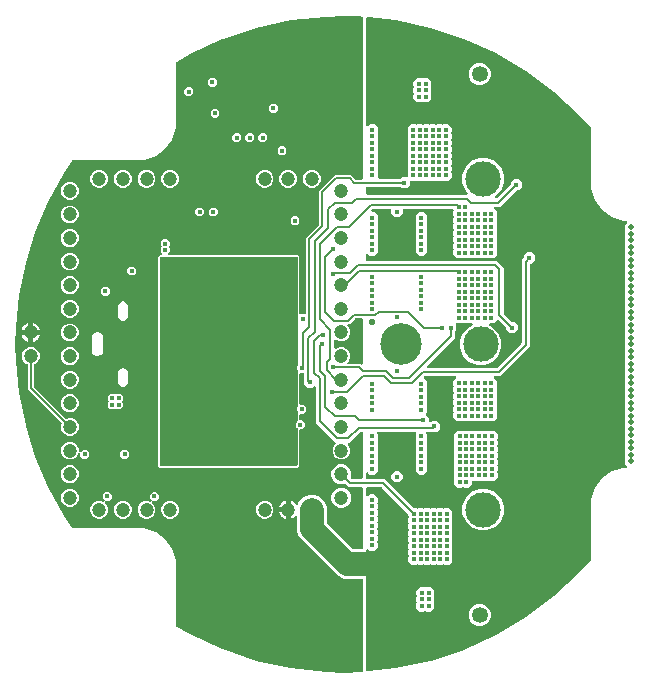
<source format=gbr>
G04 EAGLE Gerber RS-274X export*
G75*
%MOMM*%
%FSLAX34Y34*%
%LPD*%
%AMOC8*
5,1,8,0,0,1.08239X$1,22.5*%
G01*
%ADD10C,3.000000*%
%ADD11C,0.550000*%
%ADD12C,3.516000*%
%ADD13C,1.200000*%
%ADD14C,1.350000*%
%ADD15C,0.450000*%
%ADD16C,0.200000*%
%ADD17C,0.500000*%
%ADD18C,2.000000*%

G36*
X14840Y-277555D02*
X14840Y-277555D01*
X14882Y-277547D01*
X14920Y-277549D01*
X15107Y-277529D01*
X15117Y-277526D01*
X15128Y-277527D01*
X15253Y-277492D01*
X15380Y-277460D01*
X15389Y-277454D01*
X15400Y-277451D01*
X15511Y-277383D01*
X15623Y-277317D01*
X15630Y-277309D01*
X15640Y-277303D01*
X15727Y-277206D01*
X15817Y-277112D01*
X15821Y-277102D01*
X15829Y-277094D01*
X15886Y-276977D01*
X15945Y-276861D01*
X15947Y-276850D01*
X15952Y-276840D01*
X15964Y-276761D01*
X15998Y-276584D01*
X15996Y-276558D01*
X15999Y-276536D01*
X15999Y-199500D01*
X15990Y-199436D01*
X15991Y-199372D01*
X15970Y-199297D01*
X15959Y-199221D01*
X15933Y-199162D01*
X15916Y-199100D01*
X15875Y-199034D01*
X15843Y-198964D01*
X15801Y-198915D01*
X15768Y-198860D01*
X15710Y-198808D01*
X15660Y-198750D01*
X15606Y-198714D01*
X15558Y-198671D01*
X15489Y-198638D01*
X15424Y-198595D01*
X15362Y-198576D01*
X15305Y-198548D01*
X15235Y-198537D01*
X15154Y-198513D01*
X15069Y-198512D01*
X15000Y-198501D01*
X513Y-198501D01*
X-4081Y-196598D01*
X-37598Y-163081D01*
X-39501Y-158487D01*
X-39501Y-146273D01*
X-39505Y-146241D01*
X-39503Y-146209D01*
X-39525Y-146102D01*
X-39541Y-145994D01*
X-39554Y-145965D01*
X-39560Y-145933D01*
X-39612Y-145836D01*
X-39657Y-145737D01*
X-39678Y-145712D01*
X-39693Y-145684D01*
X-39769Y-145606D01*
X-39840Y-145523D01*
X-39867Y-145505D01*
X-39890Y-145482D01*
X-39984Y-145428D01*
X-40076Y-145368D01*
X-40107Y-145359D01*
X-40135Y-145343D01*
X-40241Y-145318D01*
X-40346Y-145286D01*
X-40378Y-145285D01*
X-40409Y-145278D01*
X-40519Y-145284D01*
X-40628Y-145282D01*
X-40659Y-145291D01*
X-40691Y-145292D01*
X-40794Y-145328D01*
X-40900Y-145357D01*
X-40927Y-145374D01*
X-40958Y-145385D01*
X-41031Y-145438D01*
X-41140Y-145505D01*
X-41172Y-145541D01*
X-41207Y-145567D01*
X-41879Y-146239D01*
X-43195Y-147119D01*
X-44657Y-147724D01*
X-45001Y-147792D01*
X-45001Y-141000D01*
X-45009Y-140941D01*
X-45009Y-140924D01*
X-45010Y-140922D01*
X-45009Y-140872D01*
X-45030Y-140798D01*
X-45041Y-140721D01*
X-45067Y-140662D01*
X-45084Y-140600D01*
X-45125Y-140534D01*
X-45157Y-140464D01*
X-45199Y-140415D01*
X-45232Y-140360D01*
X-45290Y-140309D01*
X-45340Y-140250D01*
X-45394Y-140214D01*
X-45442Y-140171D01*
X-45511Y-140138D01*
X-45576Y-140095D01*
X-45638Y-140076D01*
X-45695Y-140048D01*
X-45765Y-140038D01*
X-45846Y-140013D01*
X-45931Y-140012D01*
X-46000Y-140001D01*
X-47001Y-140001D01*
X-47001Y-139999D01*
X-46000Y-139999D01*
X-45936Y-139990D01*
X-45872Y-139991D01*
X-45797Y-139970D01*
X-45721Y-139959D01*
X-45662Y-139933D01*
X-45600Y-139916D01*
X-45534Y-139875D01*
X-45464Y-139843D01*
X-45415Y-139801D01*
X-45360Y-139768D01*
X-45308Y-139710D01*
X-45250Y-139660D01*
X-45214Y-139606D01*
X-45171Y-139558D01*
X-45138Y-139489D01*
X-45095Y-139424D01*
X-45076Y-139362D01*
X-45048Y-139304D01*
X-45037Y-139235D01*
X-45013Y-139154D01*
X-45012Y-139069D01*
X-45001Y-139000D01*
X-45001Y-132208D01*
X-44657Y-132276D01*
X-43195Y-132881D01*
X-41879Y-133761D01*
X-40761Y-134879D01*
X-40348Y-135497D01*
X-40298Y-135553D01*
X-40255Y-135616D01*
X-40204Y-135658D01*
X-40160Y-135707D01*
X-40096Y-135747D01*
X-40037Y-135795D01*
X-39977Y-135821D01*
X-39920Y-135856D01*
X-39848Y-135877D01*
X-39778Y-135906D01*
X-39713Y-135914D01*
X-39649Y-135932D01*
X-39573Y-135932D01*
X-39498Y-135941D01*
X-39433Y-135930D01*
X-39367Y-135930D01*
X-39295Y-135908D01*
X-39220Y-135896D01*
X-39160Y-135867D01*
X-39097Y-135848D01*
X-39034Y-135807D01*
X-38965Y-135775D01*
X-38916Y-135731D01*
X-38860Y-135695D01*
X-38811Y-135638D01*
X-38754Y-135587D01*
X-38723Y-135536D01*
X-38676Y-135481D01*
X-38635Y-135392D01*
X-38594Y-135324D01*
X-37598Y-132919D01*
X-34081Y-129402D01*
X-29487Y-127499D01*
X-24513Y-127499D01*
X-19919Y-129402D01*
X-16402Y-132919D01*
X-14499Y-137513D01*
X-14499Y-150408D01*
X-14486Y-150503D01*
X-14481Y-150599D01*
X-14466Y-150642D01*
X-14459Y-150687D01*
X-14420Y-150775D01*
X-14388Y-150866D01*
X-14363Y-150900D01*
X-14343Y-150944D01*
X-14260Y-151042D01*
X-14207Y-151115D01*
X7885Y-173207D01*
X7962Y-173264D01*
X8034Y-173329D01*
X8074Y-173349D01*
X8111Y-173376D01*
X8201Y-173410D01*
X8287Y-173452D01*
X8329Y-173458D01*
X8375Y-173475D01*
X8502Y-173485D01*
X8592Y-173499D01*
X15000Y-173499D01*
X15064Y-173490D01*
X15128Y-173491D01*
X15203Y-173470D01*
X15279Y-173459D01*
X15338Y-173433D01*
X15400Y-173416D01*
X15466Y-173375D01*
X15536Y-173343D01*
X15585Y-173301D01*
X15640Y-173268D01*
X15692Y-173210D01*
X15750Y-173160D01*
X15786Y-173106D01*
X15829Y-173058D01*
X15862Y-172989D01*
X15905Y-172924D01*
X15924Y-172862D01*
X15952Y-172805D01*
X15963Y-172735D01*
X15987Y-172654D01*
X15988Y-172569D01*
X15999Y-172500D01*
X15999Y-122000D01*
X15991Y-121942D01*
X15991Y-121938D01*
X15990Y-121935D01*
X15991Y-121872D01*
X15970Y-121797D01*
X15959Y-121721D01*
X15933Y-121662D01*
X15916Y-121600D01*
X15875Y-121534D01*
X15843Y-121464D01*
X15801Y-121415D01*
X15768Y-121360D01*
X15710Y-121308D01*
X15660Y-121250D01*
X15606Y-121214D01*
X15558Y-121171D01*
X15489Y-121138D01*
X15424Y-121095D01*
X15362Y-121076D01*
X15305Y-121048D01*
X15235Y-121037D01*
X15154Y-121013D01*
X15069Y-121012D01*
X15000Y-121001D01*
X4050Y-121001D01*
X1478Y-118428D01*
X1470Y-118423D01*
X1464Y-118415D01*
X1357Y-118338D01*
X1252Y-118259D01*
X1243Y-118256D01*
X1235Y-118250D01*
X1112Y-118206D01*
X988Y-118160D01*
X979Y-118159D01*
X970Y-118156D01*
X838Y-118148D01*
X707Y-118138D01*
X698Y-118140D01*
X688Y-118139D01*
X613Y-118157D01*
X431Y-118195D01*
X410Y-118207D01*
X389Y-118212D01*
X-309Y-118501D01*
X-3691Y-118501D01*
X-6815Y-117207D01*
X-9207Y-114815D01*
X-10501Y-111691D01*
X-10501Y-108309D01*
X-9207Y-105185D01*
X-6815Y-102793D01*
X-3691Y-101499D01*
X-309Y-101499D01*
X2815Y-102793D01*
X5207Y-105185D01*
X6501Y-108309D01*
X6501Y-111691D01*
X6212Y-112389D01*
X6209Y-112398D01*
X6205Y-112406D01*
X6174Y-112535D01*
X6142Y-112662D01*
X6142Y-112671D01*
X6140Y-112680D01*
X6147Y-112813D01*
X6151Y-112944D01*
X6154Y-112953D01*
X6154Y-112962D01*
X6197Y-113087D01*
X6238Y-113212D01*
X6244Y-113220D01*
X6247Y-113229D01*
X6292Y-113291D01*
X6397Y-113445D01*
X6416Y-113460D01*
X6428Y-113478D01*
X6657Y-113707D01*
X6734Y-113764D01*
X6806Y-113829D01*
X6847Y-113849D01*
X6883Y-113876D01*
X6973Y-113910D01*
X7059Y-113952D01*
X7101Y-113958D01*
X7147Y-113975D01*
X7274Y-113985D01*
X7364Y-113999D01*
X15000Y-113999D01*
X15064Y-113990D01*
X15128Y-113991D01*
X15203Y-113970D01*
X15279Y-113959D01*
X15338Y-113933D01*
X15400Y-113916D01*
X15466Y-113875D01*
X15536Y-113843D01*
X15585Y-113801D01*
X15640Y-113768D01*
X15692Y-113710D01*
X15750Y-113660D01*
X15786Y-113606D01*
X15829Y-113558D01*
X15862Y-113489D01*
X15905Y-113424D01*
X15924Y-113362D01*
X15952Y-113305D01*
X15963Y-113235D01*
X15987Y-113154D01*
X15988Y-113069D01*
X15999Y-113000D01*
X15999Y-75000D01*
X15990Y-74936D01*
X15991Y-74872D01*
X15970Y-74797D01*
X15959Y-74721D01*
X15933Y-74662D01*
X15916Y-74600D01*
X15875Y-74534D01*
X15843Y-74464D01*
X15801Y-74415D01*
X15768Y-74360D01*
X15710Y-74308D01*
X15660Y-74250D01*
X15606Y-74214D01*
X15558Y-74171D01*
X15489Y-74138D01*
X15424Y-74095D01*
X15362Y-74076D01*
X15305Y-74048D01*
X15235Y-74037D01*
X15154Y-74013D01*
X15069Y-74012D01*
X15000Y-74001D01*
X14614Y-74001D01*
X14519Y-74014D01*
X14423Y-74019D01*
X14380Y-74034D01*
X14335Y-74041D01*
X14247Y-74080D01*
X14156Y-74112D01*
X14122Y-74137D01*
X14078Y-74157D01*
X13980Y-74240D01*
X13907Y-74293D01*
X4950Y-83251D01*
X4271Y-83251D01*
X4239Y-83255D01*
X4207Y-83253D01*
X4100Y-83275D01*
X3992Y-83291D01*
X3962Y-83304D01*
X3931Y-83310D01*
X3834Y-83362D01*
X3735Y-83407D01*
X3710Y-83428D01*
X3682Y-83443D01*
X3603Y-83519D01*
X3520Y-83590D01*
X3503Y-83617D01*
X3480Y-83640D01*
X3426Y-83735D01*
X3366Y-83826D01*
X3356Y-83857D01*
X3341Y-83885D01*
X3315Y-83991D01*
X3283Y-84096D01*
X3283Y-84128D01*
X3276Y-84159D01*
X3281Y-84269D01*
X3280Y-84378D01*
X3288Y-84409D01*
X3290Y-84441D01*
X3326Y-84544D01*
X3355Y-84650D01*
X3372Y-84677D01*
X3382Y-84708D01*
X3436Y-84781D01*
X3503Y-84890D01*
X3539Y-84922D01*
X3564Y-84957D01*
X4359Y-85751D01*
X5501Y-88508D01*
X5501Y-91492D01*
X4359Y-94249D01*
X2249Y-96359D01*
X-508Y-97501D01*
X-3492Y-97501D01*
X-6249Y-96359D01*
X-8359Y-94249D01*
X-9501Y-91492D01*
X-9501Y-88508D01*
X-8359Y-85751D01*
X-7236Y-84628D01*
X-7197Y-84577D01*
X-7151Y-84532D01*
X-7113Y-84465D01*
X-7067Y-84403D01*
X-7044Y-84343D01*
X-7012Y-84287D01*
X-6994Y-84211D01*
X-6967Y-84139D01*
X-6962Y-84075D01*
X-6947Y-84012D01*
X-6951Y-83935D01*
X-6945Y-83858D01*
X-6958Y-83795D01*
X-6962Y-83730D01*
X-6987Y-83657D01*
X-7003Y-83581D01*
X-7033Y-83525D01*
X-7054Y-83464D01*
X-7095Y-83407D01*
X-7135Y-83332D01*
X-7194Y-83272D01*
X-7236Y-83215D01*
X-23806Y-66645D01*
X-23806Y-36687D01*
X-23810Y-36655D01*
X-23808Y-36622D01*
X-23830Y-36516D01*
X-23845Y-36407D01*
X-23859Y-36378D01*
X-23865Y-36346D01*
X-23917Y-36250D01*
X-23962Y-36150D01*
X-23983Y-36126D01*
X-23998Y-36097D01*
X-24074Y-36019D01*
X-24145Y-35936D01*
X-24172Y-35918D01*
X-24195Y-35895D01*
X-24289Y-35842D01*
X-24381Y-35782D01*
X-24412Y-35772D01*
X-24440Y-35756D01*
X-24546Y-35731D01*
X-24651Y-35699D01*
X-24683Y-35699D01*
X-24714Y-35691D01*
X-24824Y-35697D01*
X-24933Y-35696D01*
X-24964Y-35704D01*
X-24996Y-35706D01*
X-25099Y-35742D01*
X-25205Y-35771D01*
X-25232Y-35788D01*
X-25262Y-35798D01*
X-25336Y-35852D01*
X-25445Y-35919D01*
X-25477Y-35955D01*
X-25511Y-35980D01*
X-26532Y-37001D01*
X-30468Y-37001D01*
X-33251Y-34218D01*
X-33251Y-32864D01*
X-33264Y-32769D01*
X-33269Y-32673D01*
X-33284Y-32630D01*
X-33291Y-32585D01*
X-33330Y-32497D01*
X-33362Y-32406D01*
X-33387Y-32372D01*
X-33407Y-32328D01*
X-33490Y-32230D01*
X-33501Y-32216D01*
X-33501Y-25000D01*
X-33510Y-24936D01*
X-33509Y-24872D01*
X-33530Y-24797D01*
X-33541Y-24721D01*
X-33567Y-24662D01*
X-33584Y-24600D01*
X-33625Y-24534D01*
X-33657Y-24464D01*
X-33699Y-24415D01*
X-33732Y-24360D01*
X-33790Y-24308D01*
X-33840Y-24250D01*
X-33894Y-24214D01*
X-33942Y-24171D01*
X-34011Y-24138D01*
X-34076Y-24095D01*
X-34138Y-24076D01*
X-34195Y-24048D01*
X-34265Y-24037D01*
X-34346Y-24013D01*
X-34431Y-24012D01*
X-34500Y-24001D01*
X-36500Y-24001D01*
X-36564Y-24010D01*
X-36628Y-24009D01*
X-36703Y-24030D01*
X-36779Y-24041D01*
X-36838Y-24067D01*
X-36900Y-24084D01*
X-36966Y-24125D01*
X-37036Y-24157D01*
X-37085Y-24199D01*
X-37140Y-24232D01*
X-37192Y-24290D01*
X-37250Y-24340D01*
X-37286Y-24394D01*
X-37329Y-24442D01*
X-37362Y-24511D01*
X-37405Y-24576D01*
X-37424Y-24638D01*
X-37452Y-24695D01*
X-37463Y-24765D01*
X-37487Y-24846D01*
X-37488Y-24931D01*
X-37499Y-25000D01*
X-37499Y-50250D01*
X-37490Y-50314D01*
X-37491Y-50378D01*
X-37470Y-50453D01*
X-37459Y-50529D01*
X-37433Y-50588D01*
X-37416Y-50650D01*
X-37375Y-50716D01*
X-37343Y-50786D01*
X-37301Y-50835D01*
X-37268Y-50890D01*
X-37210Y-50942D01*
X-37160Y-51000D01*
X-37106Y-51036D01*
X-37058Y-51079D01*
X-36989Y-51112D01*
X-36924Y-51155D01*
X-36862Y-51174D01*
X-36805Y-51202D01*
X-36735Y-51213D01*
X-36654Y-51237D01*
X-36569Y-51238D01*
X-36500Y-51249D01*
X-33946Y-51249D01*
X-31749Y-53446D01*
X-31749Y-56554D01*
X-33946Y-58751D01*
X-36500Y-58751D01*
X-36564Y-58760D01*
X-36628Y-58759D01*
X-36703Y-58780D01*
X-36779Y-58791D01*
X-36838Y-58817D01*
X-36900Y-58834D01*
X-36966Y-58875D01*
X-37036Y-58907D01*
X-37085Y-58949D01*
X-37140Y-58982D01*
X-37192Y-59040D01*
X-37250Y-59090D01*
X-37286Y-59144D01*
X-37329Y-59192D01*
X-37362Y-59261D01*
X-37405Y-59326D01*
X-37424Y-59388D01*
X-37452Y-59445D01*
X-37463Y-59515D01*
X-37487Y-59596D01*
X-37488Y-59681D01*
X-37499Y-59750D01*
X-37499Y-63500D01*
X-37490Y-63564D01*
X-37491Y-63628D01*
X-37470Y-63703D01*
X-37459Y-63779D01*
X-37433Y-63838D01*
X-37416Y-63900D01*
X-37375Y-63966D01*
X-37343Y-64036D01*
X-37301Y-64085D01*
X-37268Y-64140D01*
X-37210Y-64192D01*
X-37160Y-64250D01*
X-37106Y-64286D01*
X-37058Y-64329D01*
X-36989Y-64362D01*
X-36924Y-64405D01*
X-36862Y-64424D01*
X-36805Y-64452D01*
X-36735Y-64463D01*
X-36654Y-64487D01*
X-36569Y-64488D01*
X-36500Y-64499D01*
X-35196Y-64499D01*
X-32999Y-66696D01*
X-32999Y-69804D01*
X-35196Y-72001D01*
X-36500Y-72001D01*
X-36564Y-72010D01*
X-36628Y-72009D01*
X-36703Y-72030D01*
X-36779Y-72041D01*
X-36838Y-72067D01*
X-36900Y-72084D01*
X-36966Y-72125D01*
X-37036Y-72157D01*
X-37085Y-72199D01*
X-37140Y-72232D01*
X-37192Y-72290D01*
X-37250Y-72340D01*
X-37286Y-72394D01*
X-37329Y-72442D01*
X-37362Y-72511D01*
X-37405Y-72576D01*
X-37424Y-72638D01*
X-37452Y-72695D01*
X-37463Y-72765D01*
X-37487Y-72846D01*
X-37488Y-72931D01*
X-37499Y-73000D01*
X-37499Y-103036D01*
X-38964Y-104501D01*
X-155536Y-104501D01*
X-157001Y-103036D01*
X-157001Y74036D01*
X-155536Y75501D01*
X-154717Y75501D01*
X-154686Y75505D01*
X-154653Y75503D01*
X-154546Y75525D01*
X-154438Y75541D01*
X-154409Y75554D01*
X-154377Y75560D01*
X-154281Y75612D01*
X-154181Y75657D01*
X-154157Y75678D01*
X-154128Y75693D01*
X-154050Y75769D01*
X-153967Y75840D01*
X-153949Y75867D01*
X-153926Y75890D01*
X-153872Y75985D01*
X-153813Y76076D01*
X-153803Y76107D01*
X-153787Y76135D01*
X-153762Y76241D01*
X-153730Y76346D01*
X-153730Y76378D01*
X-153722Y76409D01*
X-153728Y76519D01*
X-153726Y76628D01*
X-153735Y76659D01*
X-153737Y76691D01*
X-153772Y76794D01*
X-153802Y76900D01*
X-153819Y76927D01*
X-153829Y76958D01*
X-153882Y77031D01*
X-153950Y77140D01*
X-153986Y77172D01*
X-154011Y77207D01*
X-155001Y78196D01*
X-155001Y81304D01*
X-154511Y81793D01*
X-154472Y81845D01*
X-154426Y81890D01*
X-154388Y81957D01*
X-154342Y82019D01*
X-154319Y82079D01*
X-154287Y82135D01*
X-154269Y82210D01*
X-154242Y82283D01*
X-154237Y82347D01*
X-154222Y82410D01*
X-154226Y82487D01*
X-154220Y82564D01*
X-154233Y82627D01*
X-154237Y82691D01*
X-154262Y82764D01*
X-154278Y82840D01*
X-154308Y82897D01*
X-154329Y82958D01*
X-154371Y83014D01*
X-154410Y83089D01*
X-154470Y83150D01*
X-154511Y83207D01*
X-155001Y83696D01*
X-155001Y86804D01*
X-152804Y89001D01*
X-149696Y89001D01*
X-147499Y86804D01*
X-147499Y83696D01*
X-147989Y83207D01*
X-148028Y83155D01*
X-148074Y83110D01*
X-148112Y83043D01*
X-148158Y82981D01*
X-148181Y82921D01*
X-148213Y82865D01*
X-148231Y82790D01*
X-148258Y82717D01*
X-148263Y82653D01*
X-148278Y82591D01*
X-148274Y82513D01*
X-148280Y82436D01*
X-148267Y82373D01*
X-148263Y82309D01*
X-148238Y82236D01*
X-148222Y82160D01*
X-148192Y82103D01*
X-148171Y82042D01*
X-148129Y81986D01*
X-148090Y81911D01*
X-148030Y81850D01*
X-147989Y81793D01*
X-147499Y81304D01*
X-147499Y78196D01*
X-148489Y77207D01*
X-148508Y77181D01*
X-148533Y77160D01*
X-148593Y77068D01*
X-148658Y76981D01*
X-148670Y76951D01*
X-148687Y76924D01*
X-148719Y76819D01*
X-148758Y76717D01*
X-148760Y76685D01*
X-148770Y76654D01*
X-148771Y76545D01*
X-148780Y76436D01*
X-148773Y76404D01*
X-148774Y76372D01*
X-148744Y76267D01*
X-148722Y76160D01*
X-148707Y76131D01*
X-148698Y76100D01*
X-148641Y76007D01*
X-148590Y75911D01*
X-148567Y75888D01*
X-148550Y75860D01*
X-148469Y75787D01*
X-148393Y75709D01*
X-148365Y75693D01*
X-148341Y75671D01*
X-148243Y75624D01*
X-148148Y75570D01*
X-148116Y75562D01*
X-148087Y75548D01*
X-147998Y75534D01*
X-147873Y75505D01*
X-147825Y75507D01*
X-147783Y75501D01*
X-38964Y75501D01*
X-37499Y74036D01*
X-37499Y26217D01*
X-37495Y26185D01*
X-37497Y26153D01*
X-37475Y26046D01*
X-37459Y25938D01*
X-37446Y25909D01*
X-37439Y25877D01*
X-37388Y25781D01*
X-37343Y25681D01*
X-37322Y25657D01*
X-37307Y25628D01*
X-37231Y25550D01*
X-37160Y25467D01*
X-37133Y25449D01*
X-37110Y25426D01*
X-37015Y25372D01*
X-36924Y25313D01*
X-36893Y25303D01*
X-36865Y25287D01*
X-36758Y25262D01*
X-36654Y25230D01*
X-36622Y25230D01*
X-36590Y25222D01*
X-36481Y25228D01*
X-36372Y25226D01*
X-36341Y25235D01*
X-36308Y25237D01*
X-36268Y25251D01*
X-32750Y25251D01*
X-32686Y25260D01*
X-32622Y25259D01*
X-32547Y25280D01*
X-32471Y25291D01*
X-32412Y25317D01*
X-32350Y25334D01*
X-32284Y25375D01*
X-32214Y25407D01*
X-32165Y25449D01*
X-32110Y25482D01*
X-32058Y25540D01*
X-32000Y25590D01*
X-31964Y25644D01*
X-31921Y25692D01*
X-31888Y25761D01*
X-31845Y25826D01*
X-31826Y25888D01*
X-31798Y25945D01*
X-31787Y26015D01*
X-31763Y26096D01*
X-31762Y26181D01*
X-31751Y26250D01*
X-31751Y89949D01*
X-20918Y100781D01*
X-20861Y100858D01*
X-20796Y100929D01*
X-20776Y100970D01*
X-20749Y101007D01*
X-20715Y101097D01*
X-20673Y101183D01*
X-20667Y101225D01*
X-20650Y101271D01*
X-20640Y101398D01*
X-20626Y101488D01*
X-20626Y129911D01*
X-7286Y143251D01*
X6036Y143251D01*
X9724Y139562D01*
X9801Y139505D01*
X9872Y139440D01*
X9913Y139420D01*
X9950Y139393D01*
X10040Y139359D01*
X10126Y139317D01*
X10168Y139311D01*
X10214Y139294D01*
X10341Y139284D01*
X10431Y139270D01*
X15000Y139270D01*
X15064Y139279D01*
X15128Y139278D01*
X15203Y139299D01*
X15279Y139309D01*
X15338Y139336D01*
X15400Y139353D01*
X15466Y139394D01*
X15536Y139426D01*
X15585Y139467D01*
X15640Y139501D01*
X15692Y139559D01*
X15750Y139609D01*
X15786Y139663D01*
X15829Y139711D01*
X15862Y139780D01*
X15905Y139845D01*
X15924Y139907D01*
X15952Y139964D01*
X15963Y140034D01*
X15987Y140115D01*
X15988Y140199D01*
X15999Y140269D01*
X15999Y276536D01*
X15998Y276546D01*
X15999Y276557D01*
X15978Y276687D01*
X15959Y276815D01*
X15955Y276825D01*
X15953Y276835D01*
X15896Y276954D01*
X15843Y277072D01*
X15836Y277080D01*
X15832Y277090D01*
X15744Y277187D01*
X15660Y277286D01*
X15651Y277292D01*
X15644Y277300D01*
X15534Y277369D01*
X15424Y277441D01*
X15413Y277444D01*
X15404Y277449D01*
X15327Y277470D01*
X15154Y277523D01*
X15129Y277523D01*
X15107Y277529D01*
X14920Y277549D01*
X14877Y277548D01*
X14840Y277555D01*
X28Y277949D01*
X0Y277946D01*
X-26Y277949D01*
X-14981Y277530D01*
X-15023Y277522D01*
X-15061Y277524D01*
X-44797Y274270D01*
X-44853Y274256D01*
X-44903Y274252D01*
X-74114Y267813D01*
X-74169Y267793D01*
X-74218Y267784D01*
X-102566Y258235D01*
X-102618Y258209D01*
X-102666Y258195D01*
X-129819Y245647D01*
X-129856Y245623D01*
X-129891Y245610D01*
X-141441Y239091D01*
X-141513Y239036D01*
X-141590Y238988D01*
X-141624Y238950D01*
X-141665Y238919D01*
X-141718Y238846D01*
X-141779Y238779D01*
X-141801Y238733D01*
X-141831Y238691D01*
X-141862Y238606D01*
X-141902Y238525D01*
X-141909Y238478D01*
X-141928Y238426D01*
X-141936Y238308D01*
X-141949Y238221D01*
X-141949Y182924D01*
X-145087Y173268D01*
X-151054Y165054D01*
X-159268Y159087D01*
X-168924Y155949D01*
X-229344Y155949D01*
X-229403Y155941D01*
X-229463Y155942D01*
X-229542Y155921D01*
X-229623Y155909D01*
X-229678Y155885D01*
X-229735Y155869D01*
X-229806Y155827D01*
X-229880Y155793D01*
X-229926Y155754D01*
X-229977Y155723D01*
X-230026Y155668D01*
X-230095Y155610D01*
X-230138Y155543D01*
X-230182Y155494D01*
X-236854Y145210D01*
X-236871Y145173D01*
X-236892Y145145D01*
X-250172Y120868D01*
X-250190Y120818D01*
X-250215Y120778D01*
X-261007Y95298D01*
X-261021Y95246D01*
X-261041Y95204D01*
X-269238Y68775D01*
X-269246Y68722D01*
X-269263Y68678D01*
X-274782Y41562D01*
X-274785Y41509D01*
X-274797Y41464D01*
X-277585Y13933D01*
X-277583Y13893D01*
X-277589Y13858D01*
X-277949Y26D01*
X-277946Y-1D01*
X-277949Y-26D01*
X-277586Y-13857D01*
X-277579Y-13897D01*
X-277581Y-13932D01*
X-274789Y-41462D01*
X-274776Y-41514D01*
X-274774Y-41560D01*
X-269252Y-68675D01*
X-269234Y-68725D01*
X-269227Y-68771D01*
X-261030Y-95201D01*
X-261007Y-95249D01*
X-260996Y-95294D01*
X-250207Y-120775D01*
X-250179Y-120821D01*
X-250163Y-120865D01*
X-236889Y-145144D01*
X-236865Y-145176D01*
X-236850Y-145208D01*
X-230182Y-155494D01*
X-230143Y-155539D01*
X-230111Y-155590D01*
X-230050Y-155645D01*
X-229997Y-155706D01*
X-229946Y-155739D01*
X-229902Y-155779D01*
X-229828Y-155814D01*
X-229759Y-155859D01*
X-229702Y-155876D01*
X-229648Y-155902D01*
X-229576Y-155913D01*
X-229489Y-155939D01*
X-229409Y-155939D01*
X-229344Y-155949D01*
X-168924Y-155949D01*
X-159268Y-159087D01*
X-151054Y-165054D01*
X-145087Y-173268D01*
X-141949Y-182924D01*
X-141949Y-238221D01*
X-141937Y-238310D01*
X-141933Y-238400D01*
X-141917Y-238449D01*
X-141909Y-238500D01*
X-141872Y-238582D01*
X-141844Y-238668D01*
X-141814Y-238710D01*
X-141793Y-238757D01*
X-141735Y-238825D01*
X-141683Y-238900D01*
X-141646Y-238929D01*
X-141610Y-238971D01*
X-141510Y-239036D01*
X-141441Y-239091D01*
X-129891Y-245610D01*
X-129851Y-245626D01*
X-129819Y-245647D01*
X-102666Y-258195D01*
X-102610Y-258212D01*
X-102566Y-258235D01*
X-74218Y-267784D01*
X-74161Y-267795D01*
X-74114Y-267813D01*
X-44903Y-274252D01*
X-44845Y-274257D01*
X-44797Y-274270D01*
X-15061Y-277524D01*
X-15018Y-277523D01*
X-14981Y-277530D01*
X-26Y-277949D01*
X2Y-277946D01*
X28Y-277949D01*
X14840Y-277555D01*
G37*
G36*
X44377Y-274388D02*
X44377Y-274388D01*
X44433Y-274374D01*
X44483Y-274371D01*
X73433Y-268080D01*
X73487Y-268061D01*
X73536Y-268052D01*
X101649Y-258705D01*
X101701Y-258679D01*
X101749Y-258666D01*
X128702Y-246368D01*
X128750Y-246337D01*
X128796Y-246318D01*
X154281Y-231211D01*
X154326Y-231175D01*
X154370Y-231152D01*
X178095Y-213408D01*
X178136Y-213368D01*
X178177Y-213340D01*
X199870Y-193163D01*
X199897Y-193130D01*
X199927Y-193106D01*
X209187Y-182991D01*
X209229Y-182930D01*
X209279Y-182875D01*
X209308Y-182814D01*
X209346Y-182758D01*
X209369Y-182688D01*
X209402Y-182621D01*
X209411Y-182560D01*
X209434Y-182490D01*
X209437Y-182393D01*
X209449Y-182316D01*
X209449Y-131424D01*
X212587Y-121768D01*
X218554Y-113554D01*
X226768Y-107587D01*
X236424Y-104449D01*
X239215Y-104449D01*
X239247Y-104445D01*
X239279Y-104447D01*
X239386Y-104425D01*
X239494Y-104409D01*
X239523Y-104396D01*
X239555Y-104390D01*
X239651Y-104338D01*
X239751Y-104293D01*
X239775Y-104272D01*
X239804Y-104257D01*
X239882Y-104181D01*
X239965Y-104110D01*
X239983Y-104083D01*
X240006Y-104060D01*
X240060Y-103965D01*
X240120Y-103874D01*
X240129Y-103843D01*
X240145Y-103815D01*
X240170Y-103709D01*
X240202Y-103604D01*
X240202Y-103572D01*
X240210Y-103541D01*
X240204Y-103431D01*
X240206Y-103322D01*
X240197Y-103291D01*
X240196Y-103259D01*
X240160Y-103156D01*
X240131Y-103050D01*
X240114Y-103023D01*
X240103Y-102992D01*
X240050Y-102919D01*
X239982Y-102810D01*
X239946Y-102778D01*
X239921Y-102743D01*
X238249Y-101071D01*
X238249Y-96919D01*
X238260Y-96905D01*
X238306Y-96860D01*
X238344Y-96793D01*
X238391Y-96731D01*
X238413Y-96671D01*
X238445Y-96615D01*
X238463Y-96540D01*
X238490Y-96467D01*
X238495Y-96403D01*
X238510Y-96340D01*
X238506Y-96263D01*
X238512Y-96186D01*
X238499Y-96123D01*
X238496Y-96059D01*
X238470Y-95986D01*
X238454Y-95910D01*
X238424Y-95853D01*
X238403Y-95792D01*
X238362Y-95736D01*
X238322Y-95661D01*
X238263Y-95600D01*
X238249Y-95582D01*
X238249Y-91419D01*
X238260Y-91405D01*
X238306Y-91360D01*
X238344Y-91293D01*
X238391Y-91231D01*
X238413Y-91171D01*
X238445Y-91115D01*
X238463Y-91040D01*
X238490Y-90967D01*
X238495Y-90903D01*
X238510Y-90841D01*
X238506Y-90763D01*
X238512Y-90686D01*
X238499Y-90623D01*
X238496Y-90559D01*
X238470Y-90486D01*
X238454Y-90410D01*
X238424Y-90353D01*
X238403Y-90292D01*
X238362Y-90236D01*
X238322Y-90161D01*
X238263Y-90100D01*
X238249Y-90082D01*
X238249Y-85919D01*
X238260Y-85905D01*
X238306Y-85860D01*
X238344Y-85793D01*
X238391Y-85731D01*
X238413Y-85671D01*
X238445Y-85615D01*
X238463Y-85540D01*
X238490Y-85467D01*
X238495Y-85403D01*
X238510Y-85341D01*
X238506Y-85263D01*
X238512Y-85186D01*
X238499Y-85123D01*
X238496Y-85059D01*
X238470Y-84986D01*
X238454Y-84910D01*
X238424Y-84853D01*
X238403Y-84792D01*
X238362Y-84736D01*
X238322Y-84661D01*
X238263Y-84600D01*
X238249Y-84582D01*
X238249Y-80419D01*
X238260Y-80405D01*
X238306Y-80360D01*
X238344Y-80293D01*
X238391Y-80231D01*
X238413Y-80171D01*
X238445Y-80115D01*
X238463Y-80040D01*
X238490Y-79967D01*
X238495Y-79903D01*
X238510Y-79840D01*
X238506Y-79763D01*
X238512Y-79686D01*
X238499Y-79623D01*
X238496Y-79559D01*
X238470Y-79486D01*
X238454Y-79410D01*
X238424Y-79353D01*
X238403Y-79292D01*
X238362Y-79236D01*
X238322Y-79161D01*
X238263Y-79100D01*
X238249Y-79082D01*
X238249Y-74919D01*
X238260Y-74905D01*
X238306Y-74860D01*
X238344Y-74793D01*
X238391Y-74731D01*
X238413Y-74671D01*
X238445Y-74615D01*
X238463Y-74540D01*
X238490Y-74467D01*
X238495Y-74403D01*
X238510Y-74341D01*
X238506Y-74263D01*
X238512Y-74186D01*
X238499Y-74123D01*
X238496Y-74059D01*
X238470Y-73986D01*
X238454Y-73910D01*
X238424Y-73853D01*
X238403Y-73792D01*
X238362Y-73736D01*
X238322Y-73661D01*
X238263Y-73600D01*
X238249Y-73582D01*
X238249Y-69419D01*
X238260Y-69405D01*
X238306Y-69360D01*
X238344Y-69293D01*
X238391Y-69231D01*
X238413Y-69171D01*
X238445Y-69115D01*
X238463Y-69040D01*
X238490Y-68967D01*
X238495Y-68903D01*
X238510Y-68840D01*
X238506Y-68763D01*
X238512Y-68686D01*
X238499Y-68623D01*
X238496Y-68559D01*
X238470Y-68486D01*
X238454Y-68410D01*
X238424Y-68353D01*
X238403Y-68292D01*
X238362Y-68236D01*
X238322Y-68161D01*
X238263Y-68100D01*
X238249Y-68082D01*
X238249Y-63919D01*
X238260Y-63905D01*
X238306Y-63860D01*
X238344Y-63793D01*
X238391Y-63731D01*
X238413Y-63671D01*
X238445Y-63615D01*
X238463Y-63540D01*
X238490Y-63467D01*
X238495Y-63403D01*
X238510Y-63341D01*
X238506Y-63263D01*
X238512Y-63186D01*
X238499Y-63123D01*
X238496Y-63059D01*
X238470Y-62986D01*
X238454Y-62910D01*
X238424Y-62853D01*
X238403Y-62792D01*
X238362Y-62736D01*
X238322Y-62661D01*
X238263Y-62600D01*
X238249Y-62582D01*
X238249Y-58419D01*
X238260Y-58405D01*
X238306Y-58360D01*
X238344Y-58293D01*
X238391Y-58231D01*
X238413Y-58171D01*
X238445Y-58115D01*
X238463Y-58040D01*
X238490Y-57967D01*
X238495Y-57903D01*
X238510Y-57841D01*
X238506Y-57763D01*
X238512Y-57686D01*
X238499Y-57623D01*
X238496Y-57559D01*
X238470Y-57486D01*
X238454Y-57410D01*
X238424Y-57353D01*
X238403Y-57292D01*
X238362Y-57236D01*
X238322Y-57161D01*
X238263Y-57100D01*
X238249Y-57082D01*
X238249Y-52919D01*
X238260Y-52905D01*
X238306Y-52860D01*
X238344Y-52793D01*
X238391Y-52731D01*
X238413Y-52671D01*
X238445Y-52615D01*
X238463Y-52540D01*
X238490Y-52467D01*
X238495Y-52403D01*
X238510Y-52341D01*
X238506Y-52263D01*
X238512Y-52186D01*
X238499Y-52123D01*
X238496Y-52059D01*
X238470Y-51986D01*
X238454Y-51910D01*
X238424Y-51853D01*
X238403Y-51792D01*
X238362Y-51736D01*
X238322Y-51661D01*
X238263Y-51600D01*
X238249Y-51582D01*
X238249Y-47419D01*
X238260Y-47405D01*
X238306Y-47360D01*
X238344Y-47293D01*
X238391Y-47231D01*
X238413Y-47171D01*
X238445Y-47115D01*
X238463Y-47040D01*
X238490Y-46967D01*
X238495Y-46903D01*
X238510Y-46840D01*
X238506Y-46763D01*
X238512Y-46686D01*
X238499Y-46623D01*
X238496Y-46559D01*
X238470Y-46486D01*
X238454Y-46410D01*
X238424Y-46353D01*
X238403Y-46292D01*
X238362Y-46236D01*
X238322Y-46161D01*
X238263Y-46100D01*
X238249Y-46082D01*
X238249Y-41919D01*
X238260Y-41905D01*
X238306Y-41860D01*
X238344Y-41793D01*
X238391Y-41731D01*
X238413Y-41671D01*
X238445Y-41615D01*
X238463Y-41540D01*
X238490Y-41467D01*
X238495Y-41403D01*
X238510Y-41341D01*
X238506Y-41263D01*
X238512Y-41186D01*
X238499Y-41123D01*
X238496Y-41059D01*
X238470Y-40986D01*
X238454Y-40910D01*
X238424Y-40853D01*
X238403Y-40792D01*
X238362Y-40736D01*
X238322Y-40661D01*
X238263Y-40600D01*
X238249Y-40582D01*
X238249Y-36419D01*
X238260Y-36405D01*
X238306Y-36360D01*
X238344Y-36293D01*
X238391Y-36231D01*
X238413Y-36171D01*
X238445Y-36115D01*
X238463Y-36040D01*
X238490Y-35967D01*
X238495Y-35903D01*
X238510Y-35841D01*
X238506Y-35763D01*
X238512Y-35686D01*
X238499Y-35623D01*
X238496Y-35559D01*
X238470Y-35486D01*
X238454Y-35410D01*
X238424Y-35353D01*
X238403Y-35292D01*
X238362Y-35236D01*
X238322Y-35161D01*
X238263Y-35100D01*
X238249Y-35082D01*
X238249Y-30919D01*
X238260Y-30905D01*
X238306Y-30860D01*
X238344Y-30793D01*
X238391Y-30731D01*
X238413Y-30671D01*
X238445Y-30615D01*
X238463Y-30540D01*
X238490Y-30467D01*
X238495Y-30403D01*
X238510Y-30341D01*
X238506Y-30263D01*
X238512Y-30186D01*
X238499Y-30123D01*
X238496Y-30059D01*
X238470Y-29986D01*
X238454Y-29910D01*
X238424Y-29853D01*
X238403Y-29792D01*
X238362Y-29736D01*
X238322Y-29661D01*
X238263Y-29600D01*
X238249Y-29582D01*
X238249Y-25419D01*
X238260Y-25405D01*
X238306Y-25360D01*
X238344Y-25293D01*
X238391Y-25231D01*
X238413Y-25171D01*
X238445Y-25115D01*
X238463Y-25040D01*
X238490Y-24967D01*
X238495Y-24903D01*
X238510Y-24840D01*
X238506Y-24763D01*
X238512Y-24686D01*
X238499Y-24623D01*
X238496Y-24559D01*
X238470Y-24486D01*
X238454Y-24410D01*
X238424Y-24353D01*
X238403Y-24292D01*
X238362Y-24236D01*
X238322Y-24161D01*
X238263Y-24100D01*
X238249Y-24082D01*
X238249Y-19919D01*
X238260Y-19905D01*
X238306Y-19860D01*
X238344Y-19793D01*
X238391Y-19731D01*
X238413Y-19671D01*
X238445Y-19615D01*
X238463Y-19540D01*
X238490Y-19467D01*
X238495Y-19403D01*
X238510Y-19341D01*
X238506Y-19263D01*
X238512Y-19186D01*
X238499Y-19123D01*
X238496Y-19059D01*
X238470Y-18986D01*
X238454Y-18910D01*
X238424Y-18853D01*
X238403Y-18792D01*
X238362Y-18736D01*
X238322Y-18661D01*
X238263Y-18600D01*
X238249Y-18582D01*
X238249Y-14419D01*
X238260Y-14405D01*
X238306Y-14360D01*
X238344Y-14293D01*
X238391Y-14231D01*
X238413Y-14171D01*
X238445Y-14115D01*
X238463Y-14040D01*
X238490Y-13967D01*
X238495Y-13903D01*
X238510Y-13841D01*
X238506Y-13763D01*
X238512Y-13686D01*
X238499Y-13623D01*
X238496Y-13559D01*
X238470Y-13486D01*
X238454Y-13410D01*
X238424Y-13353D01*
X238403Y-13292D01*
X238362Y-13236D01*
X238322Y-13161D01*
X238263Y-13100D01*
X238249Y-13082D01*
X238249Y-8919D01*
X238260Y-8905D01*
X238306Y-8860D01*
X238344Y-8793D01*
X238391Y-8731D01*
X238413Y-8671D01*
X238445Y-8615D01*
X238463Y-8540D01*
X238490Y-8467D01*
X238495Y-8403D01*
X238510Y-8340D01*
X238506Y-8263D01*
X238512Y-8186D01*
X238499Y-8123D01*
X238496Y-8059D01*
X238470Y-7986D01*
X238454Y-7910D01*
X238424Y-7853D01*
X238403Y-7792D01*
X238362Y-7736D01*
X238322Y-7661D01*
X238263Y-7600D01*
X238249Y-7582D01*
X238249Y-3419D01*
X238260Y-3405D01*
X238306Y-3360D01*
X238344Y-3293D01*
X238391Y-3231D01*
X238413Y-3171D01*
X238445Y-3115D01*
X238463Y-3040D01*
X238490Y-2967D01*
X238495Y-2903D01*
X238510Y-2841D01*
X238506Y-2763D01*
X238512Y-2686D01*
X238499Y-2623D01*
X238496Y-2559D01*
X238470Y-2486D01*
X238454Y-2410D01*
X238424Y-2353D01*
X238403Y-2292D01*
X238362Y-2236D01*
X238322Y-2161D01*
X238263Y-2100D01*
X238249Y-2082D01*
X238249Y2081D01*
X238260Y2095D01*
X238306Y2140D01*
X238344Y2207D01*
X238391Y2269D01*
X238413Y2329D01*
X238445Y2385D01*
X238463Y2460D01*
X238490Y2533D01*
X238495Y2597D01*
X238510Y2660D01*
X238506Y2737D01*
X238512Y2814D01*
X238499Y2877D01*
X238496Y2941D01*
X238470Y3014D01*
X238454Y3090D01*
X238424Y3147D01*
X238403Y3208D01*
X238362Y3264D01*
X238322Y3339D01*
X238263Y3400D01*
X238249Y3418D01*
X238249Y7581D01*
X238260Y7595D01*
X238306Y7640D01*
X238344Y7707D01*
X238391Y7769D01*
X238413Y7829D01*
X238445Y7885D01*
X238463Y7960D01*
X238490Y8033D01*
X238495Y8097D01*
X238510Y8159D01*
X238506Y8237D01*
X238512Y8314D01*
X238499Y8377D01*
X238496Y8441D01*
X238470Y8514D01*
X238454Y8590D01*
X238424Y8647D01*
X238403Y8708D01*
X238362Y8764D01*
X238322Y8839D01*
X238263Y8900D01*
X238249Y8918D01*
X238249Y13081D01*
X238260Y13095D01*
X238306Y13140D01*
X238344Y13207D01*
X238391Y13269D01*
X238413Y13329D01*
X238445Y13385D01*
X238463Y13460D01*
X238490Y13533D01*
X238495Y13597D01*
X238510Y13659D01*
X238506Y13737D01*
X238512Y13814D01*
X238499Y13877D01*
X238496Y13941D01*
X238470Y14014D01*
X238454Y14090D01*
X238424Y14147D01*
X238403Y14208D01*
X238362Y14264D01*
X238322Y14339D01*
X238264Y14398D01*
X238249Y14423D01*
X238249Y18581D01*
X238260Y18595D01*
X238306Y18640D01*
X238344Y18707D01*
X238391Y18769D01*
X238413Y18829D01*
X238445Y18885D01*
X238463Y18960D01*
X238490Y19033D01*
X238495Y19097D01*
X238510Y19160D01*
X238506Y19237D01*
X238512Y19314D01*
X238499Y19377D01*
X238496Y19441D01*
X238470Y19514D01*
X238454Y19590D01*
X238424Y19647D01*
X238403Y19708D01*
X238362Y19764D01*
X238322Y19839D01*
X238263Y19900D01*
X238249Y19918D01*
X238249Y24081D01*
X238260Y24095D01*
X238306Y24140D01*
X238344Y24207D01*
X238391Y24269D01*
X238413Y24329D01*
X238445Y24385D01*
X238463Y24460D01*
X238490Y24533D01*
X238495Y24597D01*
X238510Y24659D01*
X238506Y24737D01*
X238512Y24814D01*
X238499Y24877D01*
X238496Y24941D01*
X238470Y25014D01*
X238454Y25090D01*
X238424Y25147D01*
X238403Y25208D01*
X238362Y25264D01*
X238322Y25339D01*
X238273Y25389D01*
X238257Y25415D01*
X238249Y25422D01*
X238249Y29581D01*
X238260Y29595D01*
X238306Y29640D01*
X238344Y29707D01*
X238391Y29769D01*
X238413Y29829D01*
X238445Y29885D01*
X238463Y29960D01*
X238490Y30033D01*
X238495Y30097D01*
X238510Y30159D01*
X238506Y30237D01*
X238512Y30314D01*
X238499Y30377D01*
X238496Y30441D01*
X238470Y30514D01*
X238454Y30590D01*
X238424Y30647D01*
X238403Y30708D01*
X238362Y30764D01*
X238322Y30839D01*
X238263Y30900D01*
X238249Y30918D01*
X238249Y35081D01*
X238260Y35095D01*
X238306Y35140D01*
X238344Y35207D01*
X238391Y35269D01*
X238413Y35329D01*
X238445Y35385D01*
X238463Y35460D01*
X238490Y35533D01*
X238495Y35597D01*
X238510Y35659D01*
X238506Y35737D01*
X238512Y35814D01*
X238499Y35877D01*
X238496Y35941D01*
X238470Y36014D01*
X238454Y36090D01*
X238424Y36147D01*
X238403Y36208D01*
X238362Y36264D01*
X238322Y36339D01*
X238282Y36380D01*
X238265Y36407D01*
X238249Y36421D01*
X238249Y40581D01*
X238260Y40595D01*
X238306Y40640D01*
X238344Y40707D01*
X238391Y40769D01*
X238413Y40829D01*
X238445Y40885D01*
X238463Y40960D01*
X238490Y41033D01*
X238495Y41097D01*
X238510Y41160D01*
X238506Y41237D01*
X238512Y41314D01*
X238499Y41377D01*
X238496Y41441D01*
X238470Y41514D01*
X238454Y41590D01*
X238424Y41647D01*
X238403Y41708D01*
X238362Y41764D01*
X238322Y41839D01*
X238263Y41900D01*
X238249Y41918D01*
X238249Y46081D01*
X238260Y46095D01*
X238306Y46140D01*
X238344Y46207D01*
X238391Y46269D01*
X238413Y46329D01*
X238445Y46385D01*
X238463Y46460D01*
X238490Y46533D01*
X238495Y46597D01*
X238510Y46659D01*
X238506Y46737D01*
X238512Y46814D01*
X238499Y46877D01*
X238496Y46941D01*
X238470Y47014D01*
X238454Y47090D01*
X238426Y47143D01*
X238422Y47158D01*
X238418Y47165D01*
X238403Y47208D01*
X238362Y47264D01*
X238322Y47339D01*
X238290Y47372D01*
X238274Y47398D01*
X238249Y47420D01*
X238249Y51581D01*
X238260Y51595D01*
X238306Y51640D01*
X238344Y51707D01*
X238391Y51769D01*
X238413Y51829D01*
X238445Y51885D01*
X238463Y51960D01*
X238490Y52033D01*
X238495Y52097D01*
X238510Y52159D01*
X238506Y52237D01*
X238512Y52314D01*
X238499Y52377D01*
X238496Y52441D01*
X238470Y52514D01*
X238454Y52590D01*
X238424Y52647D01*
X238403Y52708D01*
X238362Y52764D01*
X238322Y52839D01*
X238263Y52900D01*
X238249Y52918D01*
X238249Y57077D01*
X238265Y57091D01*
X238281Y57115D01*
X238306Y57140D01*
X238344Y57207D01*
X238391Y57269D01*
X238403Y57302D01*
X238419Y57327D01*
X238428Y57355D01*
X238445Y57385D01*
X238463Y57460D01*
X238490Y57533D01*
X238493Y57568D01*
X238502Y57596D01*
X238502Y57626D01*
X238510Y57660D01*
X238506Y57737D01*
X238512Y57814D01*
X238505Y57848D01*
X238505Y57878D01*
X238497Y57907D01*
X238496Y57941D01*
X238470Y58014D01*
X238454Y58090D01*
X238438Y58120D01*
X238430Y58150D01*
X238414Y58176D01*
X238403Y58208D01*
X238362Y58264D01*
X238322Y58339D01*
X238299Y58363D01*
X238282Y58390D01*
X238249Y58420D01*
X238249Y62581D01*
X238260Y62595D01*
X238306Y62640D01*
X238344Y62707D01*
X238391Y62769D01*
X238413Y62829D01*
X238445Y62885D01*
X238463Y62960D01*
X238490Y63033D01*
X238495Y63097D01*
X238510Y63160D01*
X238506Y63237D01*
X238512Y63314D01*
X238499Y63377D01*
X238496Y63441D01*
X238470Y63514D01*
X238454Y63590D01*
X238424Y63647D01*
X238403Y63708D01*
X238362Y63764D01*
X238322Y63839D01*
X238263Y63900D01*
X238249Y63918D01*
X238249Y68075D01*
X238257Y68082D01*
X238275Y68110D01*
X238306Y68140D01*
X238344Y68207D01*
X238391Y68269D01*
X238406Y68309D01*
X238412Y68318D01*
X238417Y68336D01*
X238445Y68385D01*
X238463Y68460D01*
X238490Y68533D01*
X238495Y68597D01*
X238510Y68659D01*
X238506Y68737D01*
X238512Y68814D01*
X238499Y68877D01*
X238496Y68941D01*
X238470Y69014D01*
X238454Y69090D01*
X238424Y69147D01*
X238403Y69208D01*
X238362Y69264D01*
X238322Y69339D01*
X238263Y69400D01*
X238249Y69418D01*
X238249Y73581D01*
X238260Y73595D01*
X238306Y73640D01*
X238344Y73707D01*
X238391Y73769D01*
X238413Y73829D01*
X238445Y73885D01*
X238463Y73960D01*
X238490Y74033D01*
X238495Y74097D01*
X238510Y74159D01*
X238506Y74237D01*
X238512Y74314D01*
X238499Y74377D01*
X238496Y74441D01*
X238470Y74514D01*
X238454Y74590D01*
X238424Y74647D01*
X238403Y74708D01*
X238362Y74764D01*
X238322Y74839D01*
X238263Y74900D01*
X238249Y74918D01*
X238249Y79074D01*
X238268Y79102D01*
X238306Y79140D01*
X238344Y79207D01*
X238391Y79269D01*
X238413Y79329D01*
X238445Y79385D01*
X238463Y79460D01*
X238490Y79533D01*
X238495Y79597D01*
X238510Y79659D01*
X238506Y79737D01*
X238512Y79814D01*
X238499Y79877D01*
X238496Y79941D01*
X238470Y80014D01*
X238454Y80090D01*
X238424Y80147D01*
X238403Y80208D01*
X238362Y80264D01*
X238322Y80339D01*
X238263Y80400D01*
X238249Y80418D01*
X238249Y84581D01*
X238260Y84595D01*
X238306Y84640D01*
X238344Y84707D01*
X238391Y84769D01*
X238413Y84829D01*
X238445Y84885D01*
X238463Y84960D01*
X238490Y85033D01*
X238495Y85097D01*
X238510Y85160D01*
X238506Y85237D01*
X238512Y85314D01*
X238499Y85377D01*
X238496Y85441D01*
X238470Y85514D01*
X238454Y85590D01*
X238424Y85647D01*
X238403Y85708D01*
X238362Y85764D01*
X238322Y85839D01*
X238263Y85900D01*
X238249Y85918D01*
X238249Y90079D01*
X238259Y90094D01*
X238260Y90095D01*
X238306Y90140D01*
X238344Y90207D01*
X238391Y90269D01*
X238413Y90329D01*
X238445Y90385D01*
X238463Y90460D01*
X238490Y90533D01*
X238495Y90597D01*
X238510Y90659D01*
X238506Y90737D01*
X238512Y90814D01*
X238499Y90877D01*
X238496Y90941D01*
X238470Y91014D01*
X238454Y91090D01*
X238424Y91147D01*
X238403Y91208D01*
X238362Y91264D01*
X238322Y91339D01*
X238263Y91400D01*
X238249Y91418D01*
X238249Y95581D01*
X238260Y95595D01*
X238306Y95640D01*
X238344Y95707D01*
X238391Y95769D01*
X238413Y95829D01*
X238445Y95885D01*
X238463Y95960D01*
X238490Y96033D01*
X238495Y96097D01*
X238510Y96159D01*
X238506Y96237D01*
X238512Y96314D01*
X238499Y96377D01*
X238496Y96441D01*
X238470Y96514D01*
X238454Y96590D01*
X238424Y96647D01*
X238403Y96708D01*
X238362Y96764D01*
X238322Y96839D01*
X238263Y96900D01*
X238249Y96918D01*
X238249Y101071D01*
X239921Y102743D01*
X239941Y102769D01*
X239965Y102790D01*
X240025Y102882D01*
X240091Y102969D01*
X240102Y102999D01*
X240120Y103026D01*
X240152Y103131D01*
X240190Y103233D01*
X240193Y103265D01*
X240202Y103296D01*
X240203Y103405D01*
X240212Y103514D01*
X240205Y103546D01*
X240206Y103578D01*
X240177Y103683D01*
X240154Y103790D01*
X240139Y103819D01*
X240131Y103850D01*
X240073Y103943D01*
X240022Y104039D01*
X239999Y104062D01*
X239982Y104090D01*
X239901Y104163D01*
X239825Y104241D01*
X239797Y104257D01*
X239773Y104279D01*
X239675Y104326D01*
X239580Y104380D01*
X239548Y104388D01*
X239519Y104402D01*
X239430Y104416D01*
X239305Y104445D01*
X239257Y104443D01*
X239215Y104449D01*
X236424Y104449D01*
X226768Y107587D01*
X218554Y113554D01*
X212587Y121768D01*
X209449Y131424D01*
X209449Y182316D01*
X209439Y182390D01*
X209438Y182464D01*
X209419Y182529D01*
X209409Y182596D01*
X209379Y182663D01*
X209358Y182734D01*
X209323Y182786D01*
X209293Y182852D01*
X209230Y182926D01*
X209187Y182991D01*
X199927Y193106D01*
X199894Y193133D01*
X199870Y193163D01*
X178177Y213340D01*
X178130Y213372D01*
X178095Y213408D01*
X154370Y231152D01*
X154320Y231179D01*
X154281Y231211D01*
X128796Y246318D01*
X128743Y246340D01*
X128702Y246368D01*
X101749Y258666D01*
X101694Y258682D01*
X101649Y258705D01*
X73536Y268052D01*
X73480Y268062D01*
X73433Y268080D01*
X44483Y274371D01*
X44425Y274375D01*
X44377Y274388D01*
X20107Y276993D01*
X19990Y276989D01*
X19872Y276990D01*
X19849Y276984D01*
X19825Y276983D01*
X19714Y276946D01*
X19600Y276915D01*
X19580Y276902D01*
X19557Y276895D01*
X19460Y276828D01*
X19360Y276767D01*
X19344Y276749D01*
X19324Y276735D01*
X19250Y276645D01*
X19171Y276557D01*
X19161Y276536D01*
X19146Y276517D01*
X19099Y276409D01*
X19048Y276304D01*
X19045Y276281D01*
X19035Y276258D01*
X19013Y276078D01*
X19001Y275999D01*
X19001Y185632D01*
X19005Y185600D01*
X19003Y185568D01*
X19009Y185537D01*
X19009Y185527D01*
X19019Y185491D01*
X19025Y185461D01*
X19041Y185352D01*
X19054Y185323D01*
X19060Y185292D01*
X19112Y185195D01*
X19157Y185096D01*
X19178Y185071D01*
X19193Y185043D01*
X19269Y184964D01*
X19340Y184881D01*
X19367Y184864D01*
X19390Y184841D01*
X19485Y184787D01*
X19576Y184727D01*
X19607Y184717D01*
X19635Y184701D01*
X19742Y184676D01*
X19846Y184644D01*
X19878Y184644D01*
X19910Y184637D01*
X20019Y184642D01*
X20128Y184641D01*
X20159Y184649D01*
X20191Y184651D01*
X20294Y184687D01*
X20400Y184716D01*
X20427Y184733D01*
X20458Y184743D01*
X20531Y184797D01*
X20541Y184803D01*
X20559Y184811D01*
X20571Y184822D01*
X20640Y184864D01*
X20672Y184900D01*
X20707Y184925D01*
X22282Y186501D01*
X26218Y186501D01*
X29001Y183718D01*
X29001Y179782D01*
X28925Y179707D01*
X28887Y179655D01*
X28841Y179610D01*
X28802Y179543D01*
X28756Y179481D01*
X28733Y179421D01*
X28701Y179365D01*
X28684Y179290D01*
X28656Y179217D01*
X28651Y179153D01*
X28637Y179091D01*
X28640Y179013D01*
X28635Y178936D01*
X28648Y178873D01*
X28651Y178809D01*
X28676Y178736D01*
X28692Y178660D01*
X28722Y178603D01*
X28743Y178542D01*
X28785Y178486D01*
X28825Y178411D01*
X28884Y178350D01*
X28925Y178293D01*
X29001Y178218D01*
X29001Y174282D01*
X28925Y174207D01*
X28887Y174155D01*
X28841Y174110D01*
X28802Y174043D01*
X28756Y173981D01*
X28733Y173921D01*
X28701Y173865D01*
X28684Y173790D01*
X28656Y173717D01*
X28651Y173653D01*
X28637Y173591D01*
X28640Y173513D01*
X28635Y173436D01*
X28648Y173373D01*
X28651Y173309D01*
X28676Y173236D01*
X28692Y173160D01*
X28722Y173103D01*
X28743Y173042D01*
X28785Y172986D01*
X28825Y172911D01*
X28884Y172850D01*
X28925Y172793D01*
X29001Y172718D01*
X29001Y168782D01*
X28925Y168707D01*
X28887Y168655D01*
X28841Y168610D01*
X28802Y168543D01*
X28756Y168481D01*
X28733Y168421D01*
X28701Y168365D01*
X28684Y168290D01*
X28656Y168217D01*
X28651Y168153D01*
X28637Y168091D01*
X28640Y168013D01*
X28635Y167936D01*
X28648Y167873D01*
X28651Y167809D01*
X28676Y167736D01*
X28692Y167660D01*
X28722Y167603D01*
X28743Y167542D01*
X28785Y167486D01*
X28825Y167411D01*
X28884Y167350D01*
X28925Y167293D01*
X29001Y167218D01*
X29001Y163282D01*
X28925Y163207D01*
X28887Y163155D01*
X28841Y163110D01*
X28802Y163043D01*
X28756Y162981D01*
X28733Y162921D01*
X28701Y162865D01*
X28684Y162790D01*
X28656Y162717D01*
X28651Y162653D01*
X28637Y162591D01*
X28640Y162513D01*
X28635Y162436D01*
X28648Y162373D01*
X28651Y162309D01*
X28676Y162236D01*
X28692Y162160D01*
X28722Y162103D01*
X28743Y162042D01*
X28785Y161986D01*
X28825Y161911D01*
X28884Y161850D01*
X28925Y161793D01*
X29001Y161718D01*
X29001Y157782D01*
X28925Y157707D01*
X28887Y157655D01*
X28841Y157610D01*
X28802Y157543D01*
X28756Y157481D01*
X28733Y157421D01*
X28701Y157365D01*
X28684Y157290D01*
X28656Y157217D01*
X28651Y157153D01*
X28637Y157091D01*
X28640Y157013D01*
X28635Y156936D01*
X28648Y156873D01*
X28651Y156809D01*
X28676Y156736D01*
X28692Y156660D01*
X28722Y156603D01*
X28743Y156542D01*
X28785Y156486D01*
X28825Y156411D01*
X28884Y156350D01*
X28925Y156293D01*
X29001Y156218D01*
X29001Y152282D01*
X28925Y152207D01*
X28887Y152155D01*
X28841Y152110D01*
X28802Y152043D01*
X28756Y151981D01*
X28733Y151921D01*
X28701Y151865D01*
X28684Y151790D01*
X28656Y151717D01*
X28651Y151653D01*
X28637Y151591D01*
X28640Y151513D01*
X28635Y151436D01*
X28648Y151373D01*
X28651Y151309D01*
X28676Y151236D01*
X28692Y151160D01*
X28722Y151103D01*
X28743Y151042D01*
X28785Y150986D01*
X28825Y150911D01*
X28884Y150850D01*
X28925Y150793D01*
X29001Y150718D01*
X29001Y146782D01*
X28925Y146707D01*
X28887Y146655D01*
X28841Y146610D01*
X28802Y146543D01*
X28756Y146481D01*
X28733Y146421D01*
X28701Y146365D01*
X28684Y146290D01*
X28656Y146217D01*
X28651Y146153D01*
X28637Y146091D01*
X28640Y146013D01*
X28635Y145936D01*
X28648Y145873D01*
X28651Y145809D01*
X28676Y145736D01*
X28692Y145660D01*
X28722Y145603D01*
X28743Y145542D01*
X28785Y145486D01*
X28825Y145411D01*
X28884Y145350D01*
X28925Y145293D01*
X29001Y145218D01*
X29001Y141269D01*
X29010Y141205D01*
X29009Y141141D01*
X29030Y141066D01*
X29041Y140990D01*
X29067Y140931D01*
X29084Y140869D01*
X29125Y140803D01*
X29157Y140733D01*
X29199Y140684D01*
X29232Y140629D01*
X29290Y140577D01*
X29340Y140518D01*
X29394Y140483D01*
X29442Y140440D01*
X29511Y140406D01*
X29576Y140364D01*
X29638Y140345D01*
X29695Y140317D01*
X29765Y140306D01*
X29846Y140282D01*
X29931Y140281D01*
X30000Y140270D01*
X47637Y140270D01*
X47732Y140283D01*
X47828Y140288D01*
X47871Y140303D01*
X47916Y140309D01*
X48004Y140349D01*
X48095Y140381D01*
X48129Y140406D01*
X48173Y140426D01*
X48271Y140509D01*
X48344Y140562D01*
X49301Y141520D01*
X53250Y141520D01*
X53314Y141529D01*
X53378Y141528D01*
X53453Y141549D01*
X53529Y141559D01*
X53588Y141586D01*
X53650Y141603D01*
X53716Y141644D01*
X53786Y141676D01*
X53835Y141717D01*
X53890Y141751D01*
X53942Y141809D01*
X54000Y141859D01*
X54036Y141913D01*
X54079Y141961D01*
X54112Y142030D01*
X54155Y142095D01*
X54174Y142157D01*
X54202Y142214D01*
X54213Y142284D01*
X54237Y142365D01*
X54238Y142449D01*
X54249Y142519D01*
X54249Y144968D01*
X54325Y145043D01*
X54363Y145095D01*
X54409Y145140D01*
X54448Y145207D01*
X54494Y145269D01*
X54517Y145329D01*
X54549Y145385D01*
X54566Y145460D01*
X54594Y145533D01*
X54599Y145597D01*
X54613Y145659D01*
X54610Y145737D01*
X54615Y145814D01*
X54602Y145877D01*
X54599Y145941D01*
X54574Y146014D01*
X54558Y146090D01*
X54528Y146147D01*
X54507Y146208D01*
X54465Y146264D01*
X54425Y146339D01*
X54366Y146400D01*
X54325Y146457D01*
X54249Y146532D01*
X54249Y150468D01*
X54325Y150543D01*
X54363Y150595D01*
X54410Y150640D01*
X54448Y150707D01*
X54494Y150769D01*
X54517Y150829D01*
X54549Y150885D01*
X54566Y150960D01*
X54594Y151033D01*
X54599Y151097D01*
X54613Y151160D01*
X54610Y151237D01*
X54615Y151314D01*
X54602Y151377D01*
X54599Y151441D01*
X54574Y151514D01*
X54558Y151590D01*
X54528Y151647D01*
X54507Y151708D01*
X54465Y151764D01*
X54425Y151839D01*
X54366Y151900D01*
X54325Y151957D01*
X54249Y152032D01*
X54249Y155968D01*
X54325Y156043D01*
X54363Y156095D01*
X54409Y156140D01*
X54448Y156207D01*
X54494Y156269D01*
X54517Y156329D01*
X54549Y156385D01*
X54566Y156460D01*
X54594Y156533D01*
X54599Y156597D01*
X54613Y156659D01*
X54610Y156737D01*
X54615Y156814D01*
X54602Y156877D01*
X54599Y156941D01*
X54574Y157014D01*
X54558Y157090D01*
X54528Y157147D01*
X54507Y157208D01*
X54465Y157264D01*
X54425Y157339D01*
X54366Y157400D01*
X54325Y157457D01*
X54249Y157532D01*
X54249Y161468D01*
X54325Y161543D01*
X54363Y161595D01*
X54410Y161640D01*
X54448Y161707D01*
X54494Y161769D01*
X54517Y161829D01*
X54549Y161885D01*
X54566Y161960D01*
X54594Y162033D01*
X54599Y162097D01*
X54613Y162160D01*
X54610Y162237D01*
X54615Y162314D01*
X54602Y162377D01*
X54599Y162441D01*
X54574Y162514D01*
X54558Y162590D01*
X54528Y162647D01*
X54507Y162708D01*
X54465Y162764D01*
X54425Y162839D01*
X54366Y162900D01*
X54325Y162957D01*
X54249Y163032D01*
X54249Y166968D01*
X54325Y167043D01*
X54363Y167095D01*
X54409Y167140D01*
X54448Y167207D01*
X54494Y167269D01*
X54517Y167329D01*
X54549Y167385D01*
X54566Y167460D01*
X54594Y167533D01*
X54599Y167597D01*
X54613Y167659D01*
X54610Y167737D01*
X54615Y167814D01*
X54602Y167877D01*
X54599Y167941D01*
X54574Y168014D01*
X54558Y168090D01*
X54528Y168147D01*
X54507Y168208D01*
X54465Y168264D01*
X54425Y168339D01*
X54366Y168400D01*
X54325Y168457D01*
X54249Y168532D01*
X54249Y172468D01*
X54325Y172543D01*
X54363Y172595D01*
X54410Y172640D01*
X54448Y172707D01*
X54494Y172769D01*
X54517Y172829D01*
X54549Y172885D01*
X54566Y172960D01*
X54594Y173033D01*
X54599Y173097D01*
X54613Y173160D01*
X54610Y173237D01*
X54615Y173314D01*
X54602Y173377D01*
X54599Y173441D01*
X54574Y173514D01*
X54558Y173590D01*
X54528Y173647D01*
X54507Y173708D01*
X54465Y173764D01*
X54425Y173839D01*
X54366Y173900D01*
X54325Y173957D01*
X54249Y174032D01*
X54249Y177968D01*
X54325Y178043D01*
X54363Y178095D01*
X54409Y178140D01*
X54448Y178207D01*
X54494Y178269D01*
X54517Y178329D01*
X54549Y178385D01*
X54566Y178460D01*
X54594Y178533D01*
X54599Y178597D01*
X54613Y178659D01*
X54610Y178737D01*
X54615Y178814D01*
X54602Y178877D01*
X54599Y178941D01*
X54574Y179014D01*
X54558Y179090D01*
X54528Y179147D01*
X54507Y179208D01*
X54465Y179264D01*
X54425Y179339D01*
X54366Y179400D01*
X54325Y179457D01*
X54249Y179532D01*
X54249Y183468D01*
X57032Y186251D01*
X60968Y186251D01*
X61043Y186175D01*
X61095Y186137D01*
X61140Y186091D01*
X61207Y186052D01*
X61269Y186006D01*
X61329Y185983D01*
X61385Y185951D01*
X61460Y185934D01*
X61533Y185906D01*
X61597Y185901D01*
X61659Y185887D01*
X61737Y185890D01*
X61814Y185885D01*
X61877Y185898D01*
X61941Y185901D01*
X62014Y185926D01*
X62090Y185942D01*
X62147Y185972D01*
X62208Y185993D01*
X62264Y186035D01*
X62339Y186075D01*
X62400Y186134D01*
X62457Y186175D01*
X62532Y186251D01*
X66468Y186251D01*
X66543Y186175D01*
X66595Y186137D01*
X66640Y186091D01*
X66707Y186052D01*
X66769Y186006D01*
X66829Y185983D01*
X66885Y185951D01*
X66960Y185934D01*
X67033Y185906D01*
X67097Y185901D01*
X67159Y185887D01*
X67237Y185890D01*
X67314Y185885D01*
X67377Y185898D01*
X67441Y185901D01*
X67514Y185926D01*
X67590Y185942D01*
X67647Y185972D01*
X67708Y185993D01*
X67764Y186035D01*
X67839Y186075D01*
X67900Y186134D01*
X67957Y186175D01*
X68032Y186251D01*
X71968Y186251D01*
X72043Y186175D01*
X72095Y186137D01*
X72140Y186090D01*
X72207Y186052D01*
X72269Y186006D01*
X72329Y185983D01*
X72385Y185951D01*
X72460Y185934D01*
X72533Y185906D01*
X72597Y185901D01*
X72660Y185887D01*
X72737Y185890D01*
X72814Y185885D01*
X72877Y185898D01*
X72941Y185901D01*
X73014Y185926D01*
X73090Y185942D01*
X73147Y185972D01*
X73208Y185993D01*
X73264Y186035D01*
X73339Y186075D01*
X73400Y186134D01*
X73457Y186175D01*
X73532Y186251D01*
X77468Y186251D01*
X77543Y186175D01*
X77595Y186137D01*
X77640Y186091D01*
X77707Y186052D01*
X77769Y186006D01*
X77829Y185983D01*
X77885Y185951D01*
X77960Y185934D01*
X78033Y185906D01*
X78097Y185901D01*
X78159Y185887D01*
X78237Y185890D01*
X78314Y185885D01*
X78377Y185898D01*
X78441Y185901D01*
X78514Y185926D01*
X78590Y185942D01*
X78647Y185972D01*
X78708Y185993D01*
X78764Y186035D01*
X78839Y186075D01*
X78900Y186134D01*
X78957Y186175D01*
X79032Y186251D01*
X82968Y186251D01*
X83043Y186175D01*
X83095Y186137D01*
X83140Y186091D01*
X83207Y186052D01*
X83269Y186006D01*
X83329Y185983D01*
X83385Y185951D01*
X83460Y185934D01*
X83533Y185906D01*
X83597Y185901D01*
X83659Y185887D01*
X83737Y185890D01*
X83814Y185885D01*
X83877Y185898D01*
X83941Y185901D01*
X84014Y185926D01*
X84090Y185942D01*
X84147Y185972D01*
X84208Y185993D01*
X84264Y186035D01*
X84339Y186075D01*
X84400Y186134D01*
X84457Y186175D01*
X84532Y186251D01*
X88468Y186251D01*
X91251Y183468D01*
X91251Y179532D01*
X91175Y179457D01*
X91137Y179405D01*
X91091Y179360D01*
X91052Y179293D01*
X91006Y179231D01*
X90983Y179171D01*
X90951Y179115D01*
X90934Y179040D01*
X90906Y178967D01*
X90901Y178903D01*
X90887Y178841D01*
X90890Y178763D01*
X90885Y178686D01*
X90898Y178623D01*
X90901Y178559D01*
X90926Y178486D01*
X90942Y178410D01*
X90972Y178353D01*
X90993Y178292D01*
X91035Y178236D01*
X91075Y178161D01*
X91134Y178100D01*
X91175Y178043D01*
X91251Y177968D01*
X91251Y174032D01*
X91175Y173957D01*
X91137Y173905D01*
X91091Y173860D01*
X91052Y173793D01*
X91006Y173731D01*
X90983Y173671D01*
X90951Y173615D01*
X90934Y173540D01*
X90906Y173467D01*
X90901Y173403D01*
X90887Y173341D01*
X90890Y173263D01*
X90885Y173186D01*
X90898Y173123D01*
X90901Y173059D01*
X90926Y172986D01*
X90942Y172910D01*
X90972Y172853D01*
X90993Y172792D01*
X91035Y172736D01*
X91075Y172661D01*
X91134Y172600D01*
X91175Y172543D01*
X91251Y172468D01*
X91251Y168532D01*
X91175Y168457D01*
X91137Y168405D01*
X91090Y168360D01*
X91052Y168293D01*
X91006Y168231D01*
X90983Y168171D01*
X90951Y168115D01*
X90934Y168040D01*
X90906Y167967D01*
X90901Y167903D01*
X90887Y167840D01*
X90890Y167763D01*
X90885Y167686D01*
X90898Y167623D01*
X90901Y167559D01*
X90926Y167486D01*
X90942Y167410D01*
X90972Y167353D01*
X90993Y167292D01*
X91035Y167236D01*
X91075Y167161D01*
X91134Y167100D01*
X91175Y167043D01*
X91251Y166968D01*
X91251Y163032D01*
X91175Y162957D01*
X91137Y162905D01*
X91091Y162860D01*
X91052Y162793D01*
X91006Y162731D01*
X90983Y162671D01*
X90951Y162615D01*
X90934Y162540D01*
X90906Y162467D01*
X90901Y162403D01*
X90887Y162341D01*
X90890Y162263D01*
X90885Y162186D01*
X90898Y162123D01*
X90901Y162059D01*
X90926Y161986D01*
X90942Y161910D01*
X90972Y161853D01*
X90993Y161792D01*
X91035Y161736D01*
X91075Y161661D01*
X91134Y161600D01*
X91175Y161543D01*
X91251Y161468D01*
X91251Y157532D01*
X91175Y157457D01*
X91137Y157405D01*
X91090Y157360D01*
X91052Y157293D01*
X91006Y157231D01*
X90983Y157171D01*
X90951Y157115D01*
X90934Y157040D01*
X90906Y156967D01*
X90901Y156903D01*
X90887Y156840D01*
X90890Y156763D01*
X90885Y156686D01*
X90898Y156623D01*
X90901Y156559D01*
X90926Y156486D01*
X90942Y156410D01*
X90972Y156353D01*
X90993Y156292D01*
X91035Y156236D01*
X91075Y156161D01*
X91134Y156100D01*
X91175Y156043D01*
X91251Y155968D01*
X91251Y152032D01*
X91175Y151957D01*
X91137Y151905D01*
X91090Y151860D01*
X91052Y151793D01*
X91006Y151731D01*
X90983Y151671D01*
X90951Y151615D01*
X90934Y151540D01*
X90906Y151467D01*
X90901Y151403D01*
X90887Y151340D01*
X90890Y151263D01*
X90885Y151186D01*
X90898Y151123D01*
X90901Y151059D01*
X90926Y150986D01*
X90942Y150910D01*
X90972Y150853D01*
X90993Y150792D01*
X91035Y150736D01*
X91075Y150661D01*
X91134Y150600D01*
X91175Y150543D01*
X91251Y150468D01*
X91251Y146532D01*
X91175Y146457D01*
X91137Y146405D01*
X91091Y146360D01*
X91052Y146293D01*
X91006Y146231D01*
X90983Y146171D01*
X90951Y146115D01*
X90934Y146040D01*
X90906Y145967D01*
X90901Y145903D01*
X90887Y145841D01*
X90890Y145763D01*
X90885Y145686D01*
X90898Y145623D01*
X90901Y145559D01*
X90926Y145486D01*
X90942Y145410D01*
X90972Y145353D01*
X90993Y145292D01*
X91035Y145236D01*
X91075Y145161D01*
X91134Y145100D01*
X91175Y145043D01*
X91251Y144968D01*
X91251Y141032D01*
X88468Y138249D01*
X84532Y138249D01*
X84457Y138325D01*
X84405Y138363D01*
X84360Y138410D01*
X84293Y138448D01*
X84231Y138494D01*
X84171Y138517D01*
X84115Y138549D01*
X84040Y138566D01*
X83967Y138594D01*
X83903Y138599D01*
X83840Y138613D01*
X83763Y138610D01*
X83686Y138615D01*
X83623Y138602D01*
X83559Y138599D01*
X83486Y138574D01*
X83410Y138558D01*
X83353Y138528D01*
X83292Y138507D01*
X83236Y138465D01*
X83161Y138425D01*
X83100Y138366D01*
X83043Y138325D01*
X82968Y138249D01*
X79032Y138249D01*
X78957Y138325D01*
X78905Y138363D01*
X78860Y138410D01*
X78793Y138448D01*
X78731Y138494D01*
X78671Y138517D01*
X78615Y138549D01*
X78540Y138566D01*
X78467Y138594D01*
X78403Y138599D01*
X78340Y138613D01*
X78263Y138610D01*
X78186Y138615D01*
X78123Y138602D01*
X78059Y138599D01*
X77986Y138574D01*
X77910Y138558D01*
X77853Y138528D01*
X77792Y138507D01*
X77736Y138465D01*
X77661Y138425D01*
X77600Y138366D01*
X77543Y138325D01*
X77468Y138249D01*
X73532Y138249D01*
X73457Y138325D01*
X73405Y138363D01*
X73360Y138410D01*
X73293Y138448D01*
X73231Y138494D01*
X73171Y138517D01*
X73115Y138549D01*
X73040Y138566D01*
X72967Y138594D01*
X72903Y138599D01*
X72840Y138613D01*
X72763Y138610D01*
X72686Y138615D01*
X72623Y138602D01*
X72559Y138599D01*
X72486Y138574D01*
X72410Y138558D01*
X72353Y138528D01*
X72292Y138507D01*
X72236Y138465D01*
X72161Y138425D01*
X72100Y138366D01*
X72043Y138325D01*
X71968Y138249D01*
X68032Y138249D01*
X67957Y138325D01*
X67905Y138363D01*
X67860Y138410D01*
X67793Y138448D01*
X67731Y138494D01*
X67671Y138517D01*
X67615Y138549D01*
X67540Y138566D01*
X67467Y138594D01*
X67403Y138599D01*
X67340Y138613D01*
X67263Y138610D01*
X67186Y138615D01*
X67123Y138602D01*
X67059Y138599D01*
X66986Y138574D01*
X66910Y138558D01*
X66853Y138528D01*
X66792Y138507D01*
X66736Y138465D01*
X66661Y138425D01*
X66600Y138366D01*
X66543Y138325D01*
X66468Y138249D01*
X62532Y138249D01*
X62457Y138325D01*
X62405Y138363D01*
X62360Y138410D01*
X62293Y138448D01*
X62231Y138494D01*
X62171Y138517D01*
X62115Y138549D01*
X62040Y138566D01*
X61967Y138594D01*
X61903Y138599D01*
X61840Y138613D01*
X61763Y138610D01*
X61686Y138615D01*
X61623Y138602D01*
X61559Y138599D01*
X61486Y138574D01*
X61410Y138558D01*
X61353Y138528D01*
X61292Y138507D01*
X61236Y138465D01*
X61161Y138425D01*
X61100Y138366D01*
X61043Y138325D01*
X60968Y138249D01*
X57019Y138249D01*
X56955Y138240D01*
X56891Y138241D01*
X56816Y138220D01*
X56740Y138209D01*
X56681Y138183D01*
X56619Y138166D01*
X56553Y138125D01*
X56483Y138093D01*
X56434Y138051D01*
X56379Y138018D01*
X56327Y137960D01*
X56268Y137910D01*
X56233Y137856D01*
X56190Y137808D01*
X56156Y137739D01*
X56114Y137674D01*
X56095Y137612D01*
X56067Y137555D01*
X56056Y137485D01*
X56032Y137404D01*
X56031Y137319D01*
X56020Y137250D01*
X56020Y134801D01*
X53237Y132018D01*
X49301Y132018D01*
X48344Y132976D01*
X48267Y133033D01*
X48196Y133098D01*
X48155Y133117D01*
X48118Y133145D01*
X48028Y133179D01*
X47942Y133221D01*
X47900Y133227D01*
X47854Y133244D01*
X47727Y133254D01*
X47637Y133268D01*
X20000Y133268D01*
X19936Y133259D01*
X19872Y133260D01*
X19797Y133239D01*
X19721Y133228D01*
X19662Y133202D01*
X19600Y133185D01*
X19534Y133144D01*
X19464Y133112D01*
X19415Y133070D01*
X19360Y133037D01*
X19308Y132979D01*
X19250Y132929D01*
X19214Y132875D01*
X19171Y132827D01*
X19138Y132758D01*
X19095Y132693D01*
X19076Y132631D01*
X19048Y132574D01*
X19037Y132504D01*
X19013Y132423D01*
X19012Y132338D01*
X19001Y132269D01*
X19001Y127750D01*
X19010Y127686D01*
X19009Y127622D01*
X19030Y127547D01*
X19041Y127471D01*
X19067Y127412D01*
X19084Y127350D01*
X19125Y127284D01*
X19157Y127214D01*
X19199Y127165D01*
X19232Y127110D01*
X19290Y127058D01*
X19340Y127000D01*
X19394Y126964D01*
X19442Y126921D01*
X19511Y126888D01*
X19576Y126845D01*
X19638Y126826D01*
X19695Y126798D01*
X19765Y126787D01*
X19846Y126763D01*
X19931Y126762D01*
X20000Y126751D01*
X104087Y126751D01*
X104119Y126755D01*
X104151Y126753D01*
X104258Y126775D01*
X104366Y126791D01*
X104396Y126804D01*
X104427Y126810D01*
X104524Y126862D01*
X104623Y126907D01*
X104648Y126928D01*
X104676Y126943D01*
X104754Y127019D01*
X104838Y127090D01*
X104855Y127117D01*
X104878Y127140D01*
X104932Y127235D01*
X104992Y127326D01*
X105001Y127357D01*
X105017Y127385D01*
X105043Y127491D01*
X105074Y127596D01*
X105075Y127628D01*
X105082Y127659D01*
X105077Y127769D01*
X105078Y127878D01*
X105070Y127909D01*
X105068Y127941D01*
X105032Y128044D01*
X105003Y128150D01*
X104986Y128177D01*
X104975Y128208D01*
X104922Y128281D01*
X104855Y128390D01*
X104819Y128422D01*
X104794Y128457D01*
X103164Y130087D01*
X100499Y136519D01*
X100499Y143481D01*
X103164Y149913D01*
X108087Y154836D01*
X114519Y157501D01*
X121481Y157501D01*
X127913Y154836D01*
X132836Y149913D01*
X135501Y143481D01*
X135501Y136519D01*
X132836Y130087D01*
X127956Y125207D01*
X127937Y125181D01*
X127912Y125160D01*
X127853Y125068D01*
X127787Y124981D01*
X127776Y124951D01*
X127758Y124924D01*
X127726Y124819D01*
X127688Y124717D01*
X127685Y124685D01*
X127676Y124654D01*
X127674Y124545D01*
X127666Y124436D01*
X127672Y124404D01*
X127672Y124372D01*
X127701Y124267D01*
X127723Y124160D01*
X127738Y124131D01*
X127747Y124100D01*
X127804Y124007D01*
X127856Y123911D01*
X127878Y123888D01*
X127895Y123860D01*
X127976Y123787D01*
X128053Y123709D01*
X128081Y123693D01*
X128105Y123671D01*
X128203Y123624D01*
X128298Y123570D01*
X128329Y123562D01*
X128358Y123548D01*
X128448Y123534D01*
X128572Y123505D01*
X128621Y123507D01*
X128663Y123501D01*
X129136Y123501D01*
X129231Y123514D01*
X129327Y123519D01*
X129370Y123534D01*
X129415Y123541D01*
X129503Y123580D01*
X129594Y123612D01*
X129628Y123637D01*
X129672Y123657D01*
X129770Y123740D01*
X129843Y123793D01*
X140976Y134926D01*
X141033Y135003D01*
X141098Y135075D01*
X141117Y135115D01*
X141145Y135152D01*
X141179Y135242D01*
X141221Y135328D01*
X141227Y135370D01*
X141244Y135416D01*
X141253Y135527D01*
X141256Y135538D01*
X141257Y135558D01*
X141268Y135633D01*
X141268Y136987D01*
X144051Y139770D01*
X147987Y139770D01*
X150770Y136987D01*
X150770Y133051D01*
X147987Y130268D01*
X146633Y130268D01*
X146538Y130255D01*
X146442Y130250D01*
X146399Y130235D01*
X146354Y130228D01*
X146266Y130189D01*
X146175Y130157D01*
X146141Y130132D01*
X146097Y130112D01*
X145999Y130029D01*
X145926Y129976D01*
X132450Y116499D01*
X128132Y116499D01*
X128100Y116495D01*
X128068Y116497D01*
X127961Y116475D01*
X127852Y116459D01*
X127823Y116446D01*
X127792Y116440D01*
X127695Y116388D01*
X127596Y116343D01*
X127571Y116322D01*
X127543Y116307D01*
X127464Y116231D01*
X127381Y116160D01*
X127364Y116133D01*
X127340Y116110D01*
X127287Y116015D01*
X127227Y115924D01*
X127217Y115893D01*
X127201Y115865D01*
X127176Y115759D01*
X127144Y115654D01*
X127144Y115622D01*
X127137Y115591D01*
X127142Y115481D01*
X127141Y115372D01*
X127149Y115341D01*
X127151Y115309D01*
X127187Y115206D01*
X127216Y115100D01*
X127233Y115073D01*
X127243Y115042D01*
X127297Y114969D01*
X127364Y114860D01*
X127400Y114828D01*
X127425Y114793D01*
X129751Y112468D01*
X129751Y108532D01*
X129675Y108457D01*
X129637Y108405D01*
X129591Y108360D01*
X129552Y108293D01*
X129506Y108231D01*
X129483Y108171D01*
X129451Y108115D01*
X129434Y108040D01*
X129406Y107967D01*
X129401Y107903D01*
X129387Y107841D01*
X129390Y107763D01*
X129385Y107686D01*
X129398Y107623D01*
X129401Y107559D01*
X129426Y107486D01*
X129442Y107410D01*
X129472Y107353D01*
X129493Y107292D01*
X129535Y107236D01*
X129575Y107161D01*
X129634Y107100D01*
X129639Y107094D01*
X129651Y107073D01*
X129658Y107067D01*
X129675Y107043D01*
X129751Y106968D01*
X129751Y103032D01*
X129675Y102957D01*
X129637Y102905D01*
X129591Y102860D01*
X129552Y102793D01*
X129506Y102731D01*
X129483Y102671D01*
X129451Y102615D01*
X129434Y102540D01*
X129406Y102467D01*
X129401Y102403D01*
X129387Y102341D01*
X129390Y102263D01*
X129385Y102186D01*
X129398Y102123D01*
X129401Y102059D01*
X129426Y101986D01*
X129442Y101910D01*
X129472Y101853D01*
X129493Y101792D01*
X129535Y101736D01*
X129575Y101661D01*
X129634Y101600D01*
X129675Y101543D01*
X129751Y101468D01*
X129751Y97532D01*
X129675Y97457D01*
X129637Y97405D01*
X129590Y97360D01*
X129552Y97293D01*
X129506Y97231D01*
X129483Y97171D01*
X129451Y97115D01*
X129434Y97040D01*
X129406Y96967D01*
X129401Y96903D01*
X129387Y96840D01*
X129390Y96763D01*
X129385Y96686D01*
X129398Y96623D01*
X129401Y96559D01*
X129426Y96486D01*
X129442Y96410D01*
X129472Y96353D01*
X129493Y96292D01*
X129535Y96236D01*
X129575Y96161D01*
X129627Y96107D01*
X129643Y96082D01*
X129656Y96070D01*
X129675Y96043D01*
X129751Y95968D01*
X129751Y92032D01*
X129675Y91957D01*
X129637Y91905D01*
X129590Y91860D01*
X129552Y91793D01*
X129506Y91731D01*
X129483Y91671D01*
X129451Y91615D01*
X129434Y91540D01*
X129406Y91467D01*
X129401Y91403D01*
X129387Y91340D01*
X129390Y91263D01*
X129385Y91186D01*
X129398Y91123D01*
X129401Y91059D01*
X129426Y90986D01*
X129442Y90910D01*
X129472Y90853D01*
X129493Y90792D01*
X129535Y90736D01*
X129575Y90661D01*
X129634Y90600D01*
X129675Y90543D01*
X129751Y90468D01*
X129751Y86532D01*
X129675Y86457D01*
X129637Y86405D01*
X129591Y86360D01*
X129552Y86293D01*
X129506Y86231D01*
X129483Y86171D01*
X129451Y86115D01*
X129434Y86040D01*
X129406Y85967D01*
X129401Y85903D01*
X129387Y85841D01*
X129390Y85763D01*
X129385Y85686D01*
X129398Y85623D01*
X129401Y85559D01*
X129426Y85486D01*
X129442Y85410D01*
X129472Y85353D01*
X129493Y85292D01*
X129535Y85236D01*
X129575Y85161D01*
X129619Y85116D01*
X129635Y85090D01*
X129654Y85072D01*
X129675Y85043D01*
X129751Y84968D01*
X129751Y81032D01*
X129675Y80957D01*
X129637Y80905D01*
X129590Y80860D01*
X129552Y80793D01*
X129506Y80731D01*
X129483Y80671D01*
X129451Y80615D01*
X129434Y80540D01*
X129406Y80467D01*
X129401Y80403D01*
X129387Y80340D01*
X129390Y80263D01*
X129385Y80186D01*
X129398Y80123D01*
X129401Y80059D01*
X129426Y79986D01*
X129442Y79910D01*
X129472Y79853D01*
X129493Y79792D01*
X129535Y79736D01*
X129575Y79661D01*
X129634Y79600D01*
X129675Y79543D01*
X129751Y79468D01*
X129751Y75532D01*
X126968Y72749D01*
X123032Y72749D01*
X122957Y72825D01*
X122905Y72863D01*
X122860Y72910D01*
X122793Y72948D01*
X122731Y72994D01*
X122671Y73017D01*
X122615Y73049D01*
X122540Y73066D01*
X122467Y73094D01*
X122403Y73099D01*
X122340Y73113D01*
X122263Y73110D01*
X122186Y73115D01*
X122123Y73102D01*
X122059Y73099D01*
X121986Y73074D01*
X121910Y73058D01*
X121853Y73028D01*
X121792Y73007D01*
X121736Y72965D01*
X121661Y72925D01*
X121600Y72866D01*
X121543Y72825D01*
X121468Y72749D01*
X117532Y72749D01*
X117457Y72825D01*
X117405Y72863D01*
X117360Y72910D01*
X117293Y72948D01*
X117231Y72994D01*
X117171Y73017D01*
X117115Y73049D01*
X117040Y73066D01*
X116967Y73094D01*
X116903Y73099D01*
X116840Y73113D01*
X116763Y73110D01*
X116686Y73115D01*
X116623Y73102D01*
X116559Y73099D01*
X116486Y73074D01*
X116410Y73058D01*
X116353Y73028D01*
X116292Y73007D01*
X116236Y72965D01*
X116161Y72925D01*
X116100Y72866D01*
X116043Y72825D01*
X115968Y72749D01*
X112032Y72749D01*
X111957Y72825D01*
X111905Y72863D01*
X111860Y72910D01*
X111793Y72948D01*
X111731Y72994D01*
X111671Y73017D01*
X111615Y73049D01*
X111540Y73066D01*
X111467Y73094D01*
X111403Y73099D01*
X111340Y73113D01*
X111263Y73110D01*
X111186Y73115D01*
X111123Y73102D01*
X111059Y73099D01*
X110986Y73074D01*
X110910Y73058D01*
X110853Y73028D01*
X110792Y73007D01*
X110736Y72965D01*
X110661Y72925D01*
X110600Y72866D01*
X110543Y72825D01*
X110468Y72749D01*
X106532Y72749D01*
X106457Y72825D01*
X106405Y72863D01*
X106360Y72910D01*
X106293Y72948D01*
X106231Y72994D01*
X106171Y73017D01*
X106115Y73049D01*
X106040Y73066D01*
X105967Y73094D01*
X105903Y73099D01*
X105840Y73113D01*
X105763Y73110D01*
X105686Y73115D01*
X105623Y73102D01*
X105559Y73099D01*
X105486Y73074D01*
X105410Y73058D01*
X105353Y73028D01*
X105292Y73007D01*
X105236Y72965D01*
X105161Y72925D01*
X105100Y72866D01*
X105043Y72825D01*
X104968Y72749D01*
X101032Y72749D01*
X100957Y72825D01*
X100905Y72863D01*
X100860Y72910D01*
X100793Y72948D01*
X100731Y72994D01*
X100671Y73017D01*
X100615Y73049D01*
X100540Y73066D01*
X100467Y73094D01*
X100403Y73099D01*
X100340Y73113D01*
X100263Y73110D01*
X100186Y73115D01*
X100123Y73102D01*
X100059Y73099D01*
X99986Y73074D01*
X99910Y73058D01*
X99853Y73028D01*
X99792Y73007D01*
X99736Y72965D01*
X99661Y72925D01*
X99600Y72866D01*
X99543Y72825D01*
X99468Y72749D01*
X95532Y72749D01*
X92749Y75532D01*
X92749Y79468D01*
X92825Y79543D01*
X92863Y79595D01*
X92909Y79640D01*
X92948Y79707D01*
X92994Y79769D01*
X93017Y79829D01*
X93049Y79885D01*
X93066Y79960D01*
X93094Y80033D01*
X93099Y80097D01*
X93113Y80159D01*
X93110Y80237D01*
X93115Y80314D01*
X93102Y80377D01*
X93099Y80441D01*
X93074Y80514D01*
X93058Y80590D01*
X93028Y80647D01*
X93007Y80708D01*
X92965Y80764D01*
X92925Y80839D01*
X92866Y80900D01*
X92825Y80957D01*
X92749Y81032D01*
X92749Y84968D01*
X92825Y85043D01*
X92838Y85061D01*
X92848Y85070D01*
X92867Y85098D01*
X92909Y85140D01*
X92948Y85207D01*
X92994Y85269D01*
X93017Y85329D01*
X93049Y85385D01*
X93066Y85460D01*
X93094Y85533D01*
X93099Y85597D01*
X93113Y85659D01*
X93110Y85737D01*
X93115Y85814D01*
X93102Y85877D01*
X93099Y85941D01*
X93074Y86014D01*
X93058Y86090D01*
X93028Y86147D01*
X93007Y86208D01*
X92965Y86264D01*
X92925Y86339D01*
X92866Y86400D01*
X92825Y86457D01*
X92749Y86532D01*
X92749Y90468D01*
X92825Y90543D01*
X92863Y90595D01*
X92910Y90640D01*
X92948Y90707D01*
X92994Y90769D01*
X93017Y90829D01*
X93049Y90885D01*
X93066Y90960D01*
X93094Y91033D01*
X93099Y91097D01*
X93113Y91160D01*
X93110Y91237D01*
X93115Y91314D01*
X93102Y91377D01*
X93099Y91441D01*
X93074Y91514D01*
X93058Y91590D01*
X93028Y91647D01*
X93007Y91708D01*
X92965Y91764D01*
X92925Y91839D01*
X92866Y91900D01*
X92825Y91957D01*
X92749Y92032D01*
X92749Y95968D01*
X92825Y96043D01*
X92835Y96058D01*
X92840Y96061D01*
X92851Y96078D01*
X92863Y96095D01*
X92909Y96140D01*
X92948Y96207D01*
X92994Y96269D01*
X93017Y96329D01*
X93049Y96385D01*
X93066Y96460D01*
X93094Y96533D01*
X93099Y96597D01*
X93113Y96659D01*
X93110Y96737D01*
X93115Y96814D01*
X93102Y96877D01*
X93099Y96941D01*
X93074Y97014D01*
X93058Y97090D01*
X93028Y97147D01*
X93007Y97208D01*
X92965Y97264D01*
X92925Y97339D01*
X92866Y97400D01*
X92825Y97457D01*
X92749Y97532D01*
X92749Y101468D01*
X92825Y101543D01*
X92863Y101595D01*
X92910Y101640D01*
X92948Y101707D01*
X92994Y101769D01*
X93017Y101829D01*
X93049Y101885D01*
X93066Y101960D01*
X93094Y102033D01*
X93099Y102097D01*
X93113Y102160D01*
X93110Y102237D01*
X93115Y102314D01*
X93102Y102377D01*
X93099Y102441D01*
X93074Y102514D01*
X93058Y102590D01*
X93028Y102647D01*
X93007Y102708D01*
X92965Y102764D01*
X92925Y102839D01*
X92866Y102900D01*
X92825Y102957D01*
X92749Y103032D01*
X92749Y106968D01*
X92825Y107043D01*
X92863Y107095D01*
X92910Y107140D01*
X92948Y107207D01*
X92994Y107269D01*
X93017Y107329D01*
X93049Y107385D01*
X93066Y107460D01*
X93094Y107533D01*
X93099Y107597D01*
X93113Y107660D01*
X93110Y107737D01*
X93115Y107814D01*
X93102Y107877D01*
X93099Y107941D01*
X93074Y108014D01*
X93058Y108090D01*
X93028Y108147D01*
X93007Y108208D01*
X92965Y108264D01*
X92925Y108339D01*
X92866Y108400D01*
X92825Y108457D01*
X92749Y108532D01*
X92749Y112468D01*
X92825Y112543D01*
X92863Y112595D01*
X92909Y112640D01*
X92948Y112707D01*
X92994Y112769D01*
X93017Y112829D01*
X93049Y112885D01*
X93066Y112960D01*
X93094Y113033D01*
X93099Y113097D01*
X93113Y113159D01*
X93110Y113237D01*
X93115Y113314D01*
X93102Y113377D01*
X93099Y113441D01*
X93074Y113514D01*
X93058Y113590D01*
X93028Y113647D01*
X93007Y113708D01*
X92965Y113764D01*
X92925Y113839D01*
X92866Y113900D01*
X92825Y113957D01*
X92575Y114207D01*
X92498Y114264D01*
X92427Y114329D01*
X92386Y114349D01*
X92349Y114376D01*
X92259Y114410D01*
X92173Y114452D01*
X92131Y114458D01*
X92085Y114475D01*
X91958Y114485D01*
X91868Y114499D01*
X50750Y114499D01*
X50686Y114490D01*
X50622Y114491D01*
X50547Y114470D01*
X50471Y114459D01*
X50412Y114433D01*
X50350Y114416D01*
X50284Y114375D01*
X50214Y114343D01*
X50165Y114301D01*
X50110Y114268D01*
X50058Y114210D01*
X50000Y114160D01*
X49964Y114106D01*
X49921Y114058D01*
X49888Y113989D01*
X49845Y113924D01*
X49826Y113862D01*
X49798Y113805D01*
X49787Y113735D01*
X49763Y113654D01*
X49762Y113569D01*
X49751Y113500D01*
X49751Y110282D01*
X46968Y107499D01*
X43032Y107499D01*
X40249Y110282D01*
X40249Y113500D01*
X40240Y113564D01*
X40241Y113628D01*
X40220Y113703D01*
X40209Y113779D01*
X40183Y113838D01*
X40166Y113900D01*
X40125Y113966D01*
X40093Y114036D01*
X40051Y114085D01*
X40018Y114140D01*
X39960Y114192D01*
X39910Y114250D01*
X39856Y114286D01*
X39808Y114329D01*
X39739Y114362D01*
X39674Y114405D01*
X39612Y114424D01*
X39555Y114452D01*
X39485Y114463D01*
X39404Y114487D01*
X39319Y114488D01*
X39250Y114499D01*
X24864Y114499D01*
X24769Y114486D01*
X24673Y114481D01*
X24630Y114466D01*
X24585Y114459D01*
X24497Y114420D01*
X24406Y114388D01*
X24372Y114363D01*
X24328Y114343D01*
X24231Y114260D01*
X24157Y114207D01*
X23657Y113707D01*
X23638Y113681D01*
X23613Y113660D01*
X23554Y113568D01*
X23488Y113481D01*
X23477Y113451D01*
X23459Y113424D01*
X23427Y113319D01*
X23389Y113217D01*
X23386Y113185D01*
X23377Y113154D01*
X23375Y113045D01*
X23367Y112936D01*
X23373Y112904D01*
X23373Y112872D01*
X23402Y112767D01*
X23424Y112660D01*
X23439Y112631D01*
X23448Y112600D01*
X23506Y112507D01*
X23557Y112411D01*
X23579Y112388D01*
X23596Y112360D01*
X23677Y112287D01*
X23754Y112209D01*
X23782Y112193D01*
X23806Y112171D01*
X23904Y112124D01*
X23999Y112070D01*
X24030Y112062D01*
X24059Y112048D01*
X24149Y112034D01*
X24273Y112005D01*
X24322Y112007D01*
X24364Y112001D01*
X26218Y112001D01*
X29001Y109218D01*
X29001Y105282D01*
X28925Y105207D01*
X28887Y105155D01*
X28841Y105110D01*
X28802Y105043D01*
X28756Y104981D01*
X28733Y104921D01*
X28701Y104865D01*
X28684Y104790D01*
X28656Y104717D01*
X28651Y104653D01*
X28637Y104591D01*
X28640Y104513D01*
X28635Y104436D01*
X28648Y104373D01*
X28651Y104309D01*
X28676Y104236D01*
X28692Y104160D01*
X28722Y104103D01*
X28743Y104042D01*
X28785Y103986D01*
X28825Y103911D01*
X28884Y103850D01*
X28925Y103793D01*
X29001Y103718D01*
X29001Y99782D01*
X28925Y99707D01*
X28887Y99655D01*
X28841Y99610D01*
X28802Y99543D01*
X28756Y99481D01*
X28733Y99421D01*
X28701Y99365D01*
X28684Y99290D01*
X28656Y99217D01*
X28651Y99153D01*
X28637Y99091D01*
X28640Y99013D01*
X28635Y98936D01*
X28648Y98873D01*
X28651Y98809D01*
X28676Y98736D01*
X28692Y98660D01*
X28722Y98603D01*
X28743Y98542D01*
X28785Y98486D01*
X28825Y98411D01*
X28884Y98350D01*
X28925Y98293D01*
X29001Y98218D01*
X29001Y94282D01*
X28925Y94207D01*
X28887Y94155D01*
X28841Y94110D01*
X28802Y94043D01*
X28756Y93981D01*
X28733Y93921D01*
X28701Y93865D01*
X28684Y93790D01*
X28656Y93717D01*
X28651Y93653D01*
X28637Y93591D01*
X28640Y93513D01*
X28635Y93436D01*
X28648Y93373D01*
X28651Y93309D01*
X28676Y93236D01*
X28692Y93160D01*
X28722Y93103D01*
X28743Y93042D01*
X28785Y92986D01*
X28825Y92911D01*
X28884Y92850D01*
X28925Y92793D01*
X29001Y92718D01*
X29001Y88782D01*
X28925Y88707D01*
X28887Y88655D01*
X28841Y88610D01*
X28802Y88543D01*
X28756Y88481D01*
X28733Y88421D01*
X28701Y88365D01*
X28684Y88290D01*
X28656Y88217D01*
X28651Y88153D01*
X28637Y88091D01*
X28640Y88013D01*
X28635Y87936D01*
X28648Y87873D01*
X28651Y87809D01*
X28676Y87736D01*
X28692Y87660D01*
X28722Y87603D01*
X28743Y87542D01*
X28785Y87486D01*
X28825Y87411D01*
X28884Y87350D01*
X28925Y87293D01*
X29001Y87218D01*
X29001Y83282D01*
X28925Y83207D01*
X28887Y83155D01*
X28841Y83110D01*
X28802Y83043D01*
X28756Y82981D01*
X28733Y82921D01*
X28701Y82865D01*
X28684Y82790D01*
X28656Y82717D01*
X28651Y82653D01*
X28637Y82591D01*
X28640Y82513D01*
X28635Y82436D01*
X28648Y82373D01*
X28651Y82309D01*
X28676Y82236D01*
X28692Y82160D01*
X28722Y82103D01*
X28743Y82042D01*
X28785Y81986D01*
X28825Y81911D01*
X28884Y81850D01*
X28925Y81793D01*
X29001Y81718D01*
X29001Y77782D01*
X26218Y74999D01*
X22282Y74999D01*
X20707Y76575D01*
X20681Y76594D01*
X20660Y76619D01*
X20568Y76679D01*
X20481Y76744D01*
X20451Y76755D01*
X20424Y76773D01*
X20319Y76805D01*
X20217Y76844D01*
X20185Y76846D01*
X20154Y76856D01*
X20045Y76857D01*
X19936Y76865D01*
X19904Y76859D01*
X19872Y76859D01*
X19767Y76830D01*
X19660Y76808D01*
X19632Y76793D01*
X19600Y76784D01*
X19507Y76727D01*
X19411Y76675D01*
X19388Y76653D01*
X19360Y76636D01*
X19287Y76555D01*
X19209Y76479D01*
X19193Y76451D01*
X19171Y76427D01*
X19124Y76328D01*
X19070Y76233D01*
X19062Y76202D01*
X19048Y76173D01*
X19034Y76084D01*
X19005Y75959D01*
X19007Y75910D01*
X19001Y75868D01*
X19001Y71250D01*
X19010Y71186D01*
X19009Y71122D01*
X19030Y71047D01*
X19041Y70971D01*
X19067Y70912D01*
X19084Y70850D01*
X19125Y70784D01*
X19157Y70714D01*
X19199Y70665D01*
X19232Y70610D01*
X19290Y70558D01*
X19340Y70500D01*
X19394Y70464D01*
X19442Y70421D01*
X19511Y70388D01*
X19576Y70345D01*
X19638Y70326D01*
X19695Y70298D01*
X19765Y70287D01*
X19846Y70263D01*
X19931Y70262D01*
X20000Y70251D01*
X129832Y70251D01*
X135251Y64832D01*
X135251Y26614D01*
X135264Y26519D01*
X135269Y26423D01*
X135284Y26380D01*
X135291Y26335D01*
X135330Y26247D01*
X135362Y26156D01*
X135387Y26122D01*
X135407Y26078D01*
X135490Y25980D01*
X135543Y25907D01*
X142407Y19043D01*
X142484Y18986D01*
X142556Y18921D01*
X142597Y18901D01*
X142633Y18874D01*
X142723Y18840D01*
X142809Y18798D01*
X142851Y18792D01*
X142897Y18775D01*
X143024Y18765D01*
X143114Y18751D01*
X144468Y18751D01*
X147251Y15968D01*
X147251Y12032D01*
X144468Y9249D01*
X140532Y9249D01*
X137749Y12032D01*
X137749Y13386D01*
X137736Y13481D01*
X137731Y13577D01*
X137716Y13620D01*
X137709Y13665D01*
X137670Y13753D01*
X137638Y13844D01*
X137613Y13878D01*
X137593Y13922D01*
X137510Y14020D01*
X137457Y14093D01*
X131090Y20459D01*
X131039Y20497D01*
X130994Y20543D01*
X130927Y20582D01*
X130865Y20628D01*
X130805Y20651D01*
X130749Y20682D01*
X130673Y20700D01*
X130601Y20728D01*
X130537Y20733D01*
X130474Y20747D01*
X130397Y20743D01*
X130320Y20749D01*
X130257Y20736D01*
X130193Y20733D01*
X130119Y20708D01*
X130044Y20692D01*
X129987Y20662D01*
X129926Y20641D01*
X129870Y20599D01*
X129795Y20559D01*
X129734Y20500D01*
X129677Y20459D01*
X126968Y17749D01*
X123905Y17749D01*
X123819Y17737D01*
X123732Y17734D01*
X123680Y17717D01*
X123625Y17709D01*
X123547Y17674D01*
X123464Y17647D01*
X123418Y17616D01*
X123368Y17593D01*
X123303Y17537D01*
X123231Y17488D01*
X123196Y17446D01*
X123154Y17410D01*
X123107Y17337D01*
X123051Y17270D01*
X123030Y17220D01*
X123000Y17174D01*
X122974Y17091D01*
X122940Y17011D01*
X122933Y16957D01*
X122917Y16904D01*
X122916Y16817D01*
X122906Y16731D01*
X122914Y16677D01*
X122914Y16622D01*
X122937Y16538D01*
X122951Y16453D01*
X122974Y16403D01*
X122989Y16350D01*
X123034Y16277D01*
X123072Y16198D01*
X123108Y16157D01*
X123137Y16110D01*
X123201Y16052D01*
X123259Y15987D01*
X123303Y15961D01*
X123346Y15921D01*
X123449Y15872D01*
X123522Y15827D01*
X125913Y14836D01*
X130836Y9913D01*
X133501Y3481D01*
X133501Y-3481D01*
X130836Y-9913D01*
X125913Y-14836D01*
X119481Y-17501D01*
X112519Y-17501D01*
X106087Y-14836D01*
X101164Y-9913D01*
X98499Y-3481D01*
X98499Y3481D01*
X101164Y9913D01*
X106087Y14836D01*
X108478Y15827D01*
X108552Y15871D01*
X108632Y15907D01*
X108673Y15942D01*
X108720Y15970D01*
X108780Y16034D01*
X108846Y16090D01*
X108876Y16136D01*
X108913Y16176D01*
X108953Y16253D01*
X109000Y16326D01*
X109016Y16379D01*
X109041Y16428D01*
X109057Y16513D01*
X109083Y16596D01*
X109083Y16651D01*
X109094Y16705D01*
X109085Y16791D01*
X109086Y16878D01*
X109072Y16931D01*
X109066Y16985D01*
X109034Y17066D01*
X109011Y17150D01*
X108982Y17197D01*
X108962Y17247D01*
X108909Y17316D01*
X108863Y17390D01*
X108822Y17426D01*
X108789Y17470D01*
X108718Y17521D01*
X108654Y17579D01*
X108604Y17603D01*
X108560Y17635D01*
X108478Y17664D01*
X108400Y17702D01*
X108350Y17710D01*
X108294Y17729D01*
X108181Y17736D01*
X108095Y17749D01*
X106532Y17749D01*
X106457Y17825D01*
X106405Y17863D01*
X106360Y17910D01*
X106293Y17948D01*
X106231Y17994D01*
X106171Y18017D01*
X106115Y18049D01*
X106040Y18066D01*
X105967Y18094D01*
X105903Y18099D01*
X105840Y18113D01*
X105763Y18110D01*
X105686Y18115D01*
X105623Y18102D01*
X105559Y18099D01*
X105486Y18074D01*
X105410Y18058D01*
X105353Y18028D01*
X105292Y18007D01*
X105236Y17965D01*
X105161Y17925D01*
X105100Y17866D01*
X105043Y17825D01*
X104968Y17749D01*
X101032Y17749D01*
X100957Y17825D01*
X100905Y17863D01*
X100860Y17910D01*
X100793Y17948D01*
X100731Y17994D01*
X100671Y18017D01*
X100615Y18049D01*
X100540Y18066D01*
X100467Y18094D01*
X100403Y18099D01*
X100340Y18113D01*
X100263Y18110D01*
X100186Y18115D01*
X100123Y18102D01*
X100059Y18099D01*
X99986Y18074D01*
X99910Y18058D01*
X99853Y18028D01*
X99792Y18007D01*
X99736Y17965D01*
X99661Y17925D01*
X99600Y17866D01*
X99543Y17825D01*
X99468Y17749D01*
X95882Y17749D01*
X95850Y17745D01*
X95818Y17747D01*
X95711Y17725D01*
X95602Y17709D01*
X95573Y17696D01*
X95541Y17690D01*
X95445Y17638D01*
X95346Y17593D01*
X95321Y17572D01*
X95293Y17557D01*
X95214Y17481D01*
X95131Y17410D01*
X95114Y17383D01*
X95090Y17360D01*
X95037Y17265D01*
X94977Y17174D01*
X94967Y17143D01*
X94951Y17115D01*
X94926Y17009D01*
X94894Y16904D01*
X94894Y16872D01*
X94887Y16840D01*
X94892Y16731D01*
X94891Y16622D01*
X94899Y16591D01*
X94901Y16559D01*
X94937Y16456D01*
X94966Y16350D01*
X94983Y16323D01*
X94993Y16292D01*
X95047Y16219D01*
X95114Y16110D01*
X95150Y16078D01*
X95175Y16043D01*
X95251Y15968D01*
X95251Y12032D01*
X94293Y11075D01*
X94236Y10998D01*
X94171Y10927D01*
X94151Y10886D01*
X94124Y10849D01*
X94090Y10759D01*
X94048Y10673D01*
X94042Y10631D01*
X94025Y10585D01*
X94015Y10458D01*
X94001Y10368D01*
X94001Y5300D01*
X70407Y-18293D01*
X70388Y-18319D01*
X70363Y-18340D01*
X70304Y-18432D01*
X70238Y-18519D01*
X70227Y-18549D01*
X70209Y-18576D01*
X70177Y-18681D01*
X70139Y-18783D01*
X70136Y-18815D01*
X70127Y-18846D01*
X70125Y-18955D01*
X70117Y-19064D01*
X70123Y-19096D01*
X70123Y-19128D01*
X70152Y-19233D01*
X70174Y-19340D01*
X70189Y-19369D01*
X70198Y-19400D01*
X70255Y-19493D01*
X70307Y-19589D01*
X70329Y-19612D01*
X70346Y-19640D01*
X70427Y-19713D01*
X70504Y-19791D01*
X70532Y-19807D01*
X70556Y-19829D01*
X70654Y-19876D01*
X70749Y-19930D01*
X70780Y-19938D01*
X70809Y-19952D01*
X70899Y-19966D01*
X71023Y-19995D01*
X71072Y-19993D01*
X71114Y-19999D01*
X129386Y-19999D01*
X129481Y-19986D01*
X129577Y-19981D01*
X129620Y-19966D01*
X129665Y-19959D01*
X129753Y-19920D01*
X129844Y-19888D01*
X129878Y-19863D01*
X129922Y-19843D01*
X130020Y-19760D01*
X130093Y-19707D01*
X150207Y407D01*
X150264Y484D01*
X150329Y556D01*
X150349Y597D01*
X150376Y633D01*
X150410Y723D01*
X150452Y809D01*
X150458Y851D01*
X150475Y897D01*
X150485Y1024D01*
X150499Y1114D01*
X150499Y71450D01*
X151957Y72907D01*
X152014Y72984D01*
X152079Y73056D01*
X152099Y73097D01*
X152126Y73133D01*
X152160Y73223D01*
X152202Y73309D01*
X152208Y73351D01*
X152225Y73397D01*
X152235Y73524D01*
X152249Y73614D01*
X152249Y74968D01*
X155032Y77751D01*
X158968Y77751D01*
X161751Y74968D01*
X161751Y71032D01*
X158968Y68249D01*
X158500Y68249D01*
X158436Y68240D01*
X158372Y68241D01*
X158297Y68220D01*
X158221Y68209D01*
X158162Y68183D01*
X158100Y68166D01*
X158034Y68125D01*
X157964Y68093D01*
X157915Y68051D01*
X157860Y68018D01*
X157808Y67960D01*
X157750Y67910D01*
X157714Y67856D01*
X157671Y67808D01*
X157638Y67739D01*
X157595Y67674D01*
X157576Y67612D01*
X157548Y67555D01*
X157537Y67485D01*
X157513Y67404D01*
X157512Y67319D01*
X157501Y67250D01*
X157501Y-2200D01*
X132700Y-27001D01*
X128132Y-27001D01*
X128100Y-27005D01*
X128068Y-27003D01*
X127961Y-27025D01*
X127852Y-27041D01*
X127823Y-27054D01*
X127792Y-27060D01*
X127695Y-27112D01*
X127596Y-27157D01*
X127571Y-27178D01*
X127543Y-27193D01*
X127464Y-27269D01*
X127381Y-27340D01*
X127364Y-27367D01*
X127340Y-27390D01*
X127287Y-27485D01*
X127227Y-27576D01*
X127217Y-27607D01*
X127201Y-27635D01*
X127176Y-27741D01*
X127144Y-27846D01*
X127144Y-27878D01*
X127137Y-27909D01*
X127142Y-28019D01*
X127141Y-28128D01*
X127149Y-28159D01*
X127151Y-28191D01*
X127187Y-28294D01*
X127216Y-28400D01*
X127233Y-28427D01*
X127243Y-28458D01*
X127297Y-28531D01*
X127364Y-28640D01*
X127400Y-28672D01*
X127425Y-28707D01*
X129751Y-31032D01*
X129751Y-34968D01*
X129675Y-35043D01*
X129637Y-35095D01*
X129591Y-35140D01*
X129552Y-35207D01*
X129506Y-35269D01*
X129483Y-35329D01*
X129451Y-35385D01*
X129434Y-35460D01*
X129406Y-35533D01*
X129401Y-35597D01*
X129387Y-35659D01*
X129390Y-35737D01*
X129385Y-35814D01*
X129398Y-35877D01*
X129401Y-35941D01*
X129426Y-36014D01*
X129442Y-36090D01*
X129472Y-36147D01*
X129493Y-36208D01*
X129535Y-36264D01*
X129575Y-36339D01*
X129634Y-36400D01*
X129675Y-36457D01*
X129751Y-36532D01*
X129751Y-40468D01*
X129675Y-40543D01*
X129637Y-40595D01*
X129590Y-40640D01*
X129552Y-40707D01*
X129506Y-40769D01*
X129483Y-40829D01*
X129451Y-40885D01*
X129434Y-40960D01*
X129406Y-41033D01*
X129401Y-41097D01*
X129387Y-41160D01*
X129390Y-41237D01*
X129385Y-41314D01*
X129398Y-41377D01*
X129401Y-41441D01*
X129426Y-41514D01*
X129442Y-41590D01*
X129472Y-41647D01*
X129493Y-41708D01*
X129535Y-41764D01*
X129575Y-41839D01*
X129634Y-41900D01*
X129675Y-41957D01*
X129751Y-42032D01*
X129751Y-45968D01*
X129675Y-46043D01*
X129637Y-46095D01*
X129590Y-46140D01*
X129552Y-46207D01*
X129506Y-46269D01*
X129483Y-46329D01*
X129451Y-46385D01*
X129434Y-46460D01*
X129406Y-46533D01*
X129401Y-46597D01*
X129387Y-46660D01*
X129390Y-46737D01*
X129385Y-46814D01*
X129398Y-46877D01*
X129401Y-46941D01*
X129426Y-47014D01*
X129442Y-47090D01*
X129472Y-47147D01*
X129493Y-47208D01*
X129535Y-47264D01*
X129575Y-47339D01*
X129634Y-47400D01*
X129675Y-47457D01*
X129751Y-47532D01*
X129751Y-51468D01*
X129675Y-51543D01*
X129637Y-51595D01*
X129591Y-51640D01*
X129552Y-51707D01*
X129506Y-51769D01*
X129483Y-51829D01*
X129451Y-51885D01*
X129434Y-51960D01*
X129406Y-52033D01*
X129401Y-52097D01*
X129387Y-52159D01*
X129390Y-52237D01*
X129385Y-52314D01*
X129398Y-52377D01*
X129401Y-52441D01*
X129426Y-52514D01*
X129442Y-52590D01*
X129472Y-52647D01*
X129493Y-52708D01*
X129535Y-52764D01*
X129575Y-52839D01*
X129634Y-52900D01*
X129675Y-52957D01*
X129751Y-53032D01*
X129751Y-56968D01*
X129675Y-57043D01*
X129637Y-57095D01*
X129590Y-57140D01*
X129552Y-57207D01*
X129506Y-57269D01*
X129483Y-57329D01*
X129451Y-57385D01*
X129434Y-57460D01*
X129406Y-57533D01*
X129401Y-57597D01*
X129387Y-57660D01*
X129390Y-57737D01*
X129385Y-57814D01*
X129398Y-57877D01*
X129401Y-57941D01*
X129426Y-58014D01*
X129442Y-58090D01*
X129472Y-58147D01*
X129493Y-58208D01*
X129535Y-58264D01*
X129575Y-58339D01*
X129634Y-58400D01*
X129675Y-58457D01*
X129751Y-58532D01*
X129751Y-62468D01*
X126968Y-65251D01*
X123032Y-65251D01*
X122957Y-65175D01*
X122905Y-65137D01*
X122860Y-65090D01*
X122793Y-65052D01*
X122731Y-65006D01*
X122671Y-64983D01*
X122615Y-64951D01*
X122540Y-64934D01*
X122467Y-64906D01*
X122403Y-64901D01*
X122340Y-64887D01*
X122263Y-64890D01*
X122186Y-64885D01*
X122123Y-64898D01*
X122059Y-64901D01*
X121986Y-64926D01*
X121910Y-64942D01*
X121853Y-64972D01*
X121792Y-64993D01*
X121736Y-65035D01*
X121661Y-65075D01*
X121600Y-65134D01*
X121543Y-65175D01*
X121468Y-65251D01*
X117532Y-65251D01*
X117457Y-65175D01*
X117405Y-65137D01*
X117360Y-65090D01*
X117293Y-65052D01*
X117231Y-65006D01*
X117171Y-64983D01*
X117115Y-64951D01*
X117040Y-64934D01*
X116967Y-64906D01*
X116903Y-64901D01*
X116840Y-64887D01*
X116763Y-64890D01*
X116686Y-64885D01*
X116623Y-64898D01*
X116559Y-64901D01*
X116486Y-64926D01*
X116410Y-64942D01*
X116353Y-64972D01*
X116292Y-64993D01*
X116236Y-65035D01*
X116161Y-65075D01*
X116100Y-65134D01*
X116043Y-65175D01*
X115968Y-65251D01*
X112032Y-65251D01*
X111957Y-65175D01*
X111905Y-65137D01*
X111860Y-65090D01*
X111793Y-65052D01*
X111731Y-65006D01*
X111671Y-64983D01*
X111615Y-64951D01*
X111540Y-64934D01*
X111467Y-64906D01*
X111403Y-64901D01*
X111340Y-64887D01*
X111263Y-64890D01*
X111186Y-64885D01*
X111123Y-64898D01*
X111059Y-64901D01*
X110986Y-64926D01*
X110910Y-64942D01*
X110853Y-64972D01*
X110792Y-64993D01*
X110736Y-65035D01*
X110661Y-65075D01*
X110600Y-65134D01*
X110543Y-65175D01*
X110468Y-65251D01*
X106532Y-65251D01*
X106457Y-65175D01*
X106405Y-65137D01*
X106360Y-65090D01*
X106293Y-65052D01*
X106231Y-65006D01*
X106171Y-64983D01*
X106115Y-64951D01*
X106040Y-64934D01*
X105967Y-64906D01*
X105903Y-64901D01*
X105840Y-64887D01*
X105763Y-64890D01*
X105686Y-64885D01*
X105623Y-64898D01*
X105559Y-64901D01*
X105486Y-64926D01*
X105410Y-64942D01*
X105353Y-64972D01*
X105292Y-64993D01*
X105236Y-65035D01*
X105161Y-65075D01*
X105100Y-65134D01*
X105043Y-65175D01*
X104968Y-65251D01*
X101032Y-65251D01*
X100957Y-65175D01*
X100905Y-65137D01*
X100860Y-65090D01*
X100793Y-65052D01*
X100731Y-65006D01*
X100671Y-64983D01*
X100615Y-64951D01*
X100540Y-64934D01*
X100467Y-64906D01*
X100403Y-64901D01*
X100340Y-64887D01*
X100263Y-64890D01*
X100186Y-64885D01*
X100123Y-64898D01*
X100059Y-64901D01*
X99986Y-64926D01*
X99910Y-64942D01*
X99853Y-64972D01*
X99792Y-64993D01*
X99736Y-65035D01*
X99661Y-65075D01*
X99600Y-65134D01*
X99543Y-65175D01*
X99468Y-65251D01*
X95532Y-65251D01*
X92749Y-62468D01*
X92749Y-58532D01*
X92825Y-58457D01*
X92863Y-58405D01*
X92909Y-58360D01*
X92948Y-58293D01*
X92994Y-58231D01*
X93017Y-58171D01*
X93049Y-58115D01*
X93066Y-58040D01*
X93094Y-57967D01*
X93099Y-57903D01*
X93113Y-57841D01*
X93110Y-57763D01*
X93115Y-57686D01*
X93102Y-57623D01*
X93099Y-57559D01*
X93074Y-57486D01*
X93058Y-57410D01*
X93028Y-57353D01*
X93007Y-57292D01*
X92965Y-57236D01*
X92925Y-57161D01*
X92866Y-57100D01*
X92825Y-57043D01*
X92749Y-56968D01*
X92749Y-53032D01*
X92825Y-52957D01*
X92863Y-52905D01*
X92909Y-52860D01*
X92948Y-52793D01*
X92994Y-52731D01*
X93017Y-52671D01*
X93049Y-52615D01*
X93066Y-52540D01*
X93094Y-52467D01*
X93099Y-52403D01*
X93113Y-52341D01*
X93110Y-52263D01*
X93115Y-52186D01*
X93102Y-52123D01*
X93099Y-52059D01*
X93074Y-51986D01*
X93058Y-51910D01*
X93028Y-51853D01*
X93007Y-51792D01*
X92965Y-51736D01*
X92925Y-51661D01*
X92866Y-51600D01*
X92825Y-51543D01*
X92749Y-51468D01*
X92749Y-47532D01*
X92825Y-47457D01*
X92863Y-47405D01*
X92910Y-47360D01*
X92948Y-47293D01*
X92994Y-47231D01*
X93017Y-47171D01*
X93049Y-47115D01*
X93066Y-47040D01*
X93094Y-46967D01*
X93099Y-46903D01*
X93113Y-46840D01*
X93110Y-46763D01*
X93115Y-46686D01*
X93102Y-46623D01*
X93099Y-46559D01*
X93074Y-46486D01*
X93058Y-46410D01*
X93028Y-46353D01*
X93007Y-46292D01*
X92965Y-46236D01*
X92925Y-46161D01*
X92866Y-46100D01*
X92825Y-46043D01*
X92749Y-45968D01*
X92749Y-42032D01*
X92825Y-41957D01*
X92863Y-41905D01*
X92909Y-41860D01*
X92948Y-41793D01*
X92994Y-41731D01*
X93017Y-41671D01*
X93049Y-41615D01*
X93066Y-41540D01*
X93094Y-41467D01*
X93099Y-41403D01*
X93113Y-41341D01*
X93110Y-41263D01*
X93115Y-41186D01*
X93102Y-41123D01*
X93099Y-41059D01*
X93074Y-40986D01*
X93058Y-40910D01*
X93028Y-40853D01*
X93007Y-40792D01*
X92965Y-40736D01*
X92925Y-40661D01*
X92866Y-40600D01*
X92825Y-40543D01*
X92749Y-40468D01*
X92749Y-36532D01*
X92825Y-36457D01*
X92863Y-36405D01*
X92910Y-36360D01*
X92948Y-36293D01*
X92994Y-36231D01*
X93017Y-36171D01*
X93049Y-36115D01*
X93066Y-36040D01*
X93094Y-35967D01*
X93099Y-35903D01*
X93113Y-35840D01*
X93110Y-35763D01*
X93115Y-35686D01*
X93102Y-35623D01*
X93099Y-35559D01*
X93074Y-35486D01*
X93058Y-35410D01*
X93028Y-35353D01*
X93007Y-35292D01*
X92965Y-35236D01*
X92925Y-35161D01*
X92866Y-35100D01*
X92825Y-35043D01*
X92749Y-34968D01*
X92749Y-31032D01*
X95075Y-28707D01*
X95094Y-28681D01*
X95119Y-28660D01*
X95179Y-28568D01*
X95244Y-28481D01*
X95256Y-28451D01*
X95273Y-28424D01*
X95305Y-28319D01*
X95344Y-28217D01*
X95346Y-28185D01*
X95356Y-28154D01*
X95357Y-28045D01*
X95366Y-27936D01*
X95359Y-27904D01*
X95359Y-27872D01*
X95330Y-27767D01*
X95308Y-27660D01*
X95293Y-27631D01*
X95284Y-27600D01*
X95227Y-27507D01*
X95175Y-27411D01*
X95153Y-27388D01*
X95136Y-27360D01*
X95055Y-27287D01*
X94979Y-27209D01*
X94951Y-27193D01*
X94927Y-27171D01*
X94828Y-27124D01*
X94733Y-27070D01*
X94702Y-27062D01*
X94673Y-27048D01*
X94584Y-27034D01*
X94459Y-27005D01*
X94410Y-27007D01*
X94368Y-27001D01*
X68790Y-27001D01*
X68695Y-27014D01*
X68598Y-27019D01*
X68555Y-27034D01*
X68510Y-27041D01*
X68423Y-27080D01*
X68332Y-27112D01*
X68298Y-27137D01*
X68253Y-27157D01*
X68156Y-27240D01*
X68083Y-27293D01*
X68004Y-27372D01*
X67966Y-27424D01*
X67919Y-27469D01*
X67881Y-27536D01*
X67835Y-27598D01*
X67812Y-27658D01*
X67780Y-27714D01*
X67763Y-27789D01*
X67735Y-27862D01*
X67730Y-27926D01*
X67715Y-27988D01*
X67719Y-28066D01*
X67713Y-28143D01*
X67727Y-28206D01*
X67730Y-28270D01*
X67755Y-28343D01*
X67771Y-28419D01*
X67801Y-28476D01*
X67822Y-28537D01*
X67864Y-28593D01*
X67903Y-28668D01*
X67963Y-28729D01*
X68004Y-28786D01*
X70501Y-31282D01*
X70501Y-35218D01*
X70425Y-35293D01*
X70387Y-35345D01*
X70341Y-35390D01*
X70302Y-35457D01*
X70256Y-35519D01*
X70233Y-35579D01*
X70201Y-35635D01*
X70184Y-35710D01*
X70156Y-35783D01*
X70151Y-35847D01*
X70137Y-35909D01*
X70140Y-35987D01*
X70135Y-36064D01*
X70148Y-36127D01*
X70151Y-36191D01*
X70176Y-36264D01*
X70192Y-36340D01*
X70222Y-36397D01*
X70243Y-36458D01*
X70285Y-36514D01*
X70325Y-36589D01*
X70384Y-36650D01*
X70425Y-36707D01*
X70501Y-36782D01*
X70501Y-40718D01*
X70425Y-40793D01*
X70387Y-40845D01*
X70341Y-40890D01*
X70302Y-40957D01*
X70256Y-41019D01*
X70233Y-41079D01*
X70201Y-41135D01*
X70184Y-41210D01*
X70156Y-41283D01*
X70151Y-41347D01*
X70137Y-41409D01*
X70140Y-41487D01*
X70135Y-41564D01*
X70148Y-41627D01*
X70151Y-41691D01*
X70176Y-41764D01*
X70192Y-41840D01*
X70222Y-41897D01*
X70243Y-41958D01*
X70285Y-42014D01*
X70325Y-42089D01*
X70384Y-42150D01*
X70425Y-42207D01*
X70501Y-42282D01*
X70501Y-46218D01*
X70425Y-46293D01*
X70387Y-46345D01*
X70340Y-46390D01*
X70302Y-46457D01*
X70256Y-46519D01*
X70233Y-46579D01*
X70201Y-46635D01*
X70184Y-46710D01*
X70156Y-46783D01*
X70151Y-46847D01*
X70137Y-46910D01*
X70140Y-46987D01*
X70135Y-47064D01*
X70148Y-47127D01*
X70151Y-47191D01*
X70176Y-47264D01*
X70192Y-47340D01*
X70222Y-47397D01*
X70243Y-47458D01*
X70285Y-47514D01*
X70325Y-47589D01*
X70384Y-47650D01*
X70425Y-47707D01*
X70501Y-47782D01*
X70501Y-51718D01*
X70425Y-51793D01*
X70387Y-51845D01*
X70341Y-51890D01*
X70302Y-51957D01*
X70256Y-52019D01*
X70233Y-52079D01*
X70201Y-52135D01*
X70184Y-52210D01*
X70156Y-52283D01*
X70151Y-52347D01*
X70137Y-52409D01*
X70140Y-52487D01*
X70135Y-52564D01*
X70148Y-52627D01*
X70151Y-52691D01*
X70176Y-52764D01*
X70192Y-52840D01*
X70222Y-52897D01*
X70243Y-52958D01*
X70285Y-53014D01*
X70325Y-53089D01*
X70384Y-53150D01*
X70425Y-53207D01*
X70501Y-53282D01*
X70501Y-57218D01*
X69413Y-58306D01*
X69374Y-58357D01*
X69328Y-58402D01*
X69290Y-58470D01*
X69243Y-58531D01*
X69221Y-58592D01*
X69189Y-58648D01*
X69171Y-58723D01*
X69144Y-58795D01*
X69139Y-58859D01*
X69124Y-58922D01*
X69128Y-58999D01*
X69122Y-59077D01*
X69135Y-59139D01*
X69138Y-59204D01*
X69164Y-59277D01*
X69180Y-59353D01*
X69210Y-59409D01*
X69231Y-59470D01*
X69272Y-59527D01*
X69312Y-59602D01*
X69371Y-59662D01*
X69413Y-59719D01*
X72001Y-62307D01*
X72001Y-65118D01*
X72005Y-65150D01*
X72003Y-65182D01*
X72025Y-65289D01*
X72041Y-65398D01*
X72054Y-65427D01*
X72060Y-65458D01*
X72112Y-65555D01*
X72157Y-65654D01*
X72178Y-65679D01*
X72193Y-65707D01*
X72269Y-65786D01*
X72340Y-65869D01*
X72367Y-65886D01*
X72390Y-65910D01*
X72485Y-65963D01*
X72576Y-66023D01*
X72607Y-66033D01*
X72635Y-66049D01*
X72741Y-66074D01*
X72846Y-66106D01*
X72878Y-66106D01*
X72909Y-66113D01*
X73019Y-66108D01*
X73128Y-66109D01*
X73159Y-66101D01*
X73191Y-66099D01*
X73294Y-66063D01*
X73400Y-66034D01*
X73427Y-66017D01*
X73458Y-66007D01*
X73531Y-65953D01*
X73640Y-65886D01*
X73672Y-65850D01*
X73707Y-65825D01*
X74782Y-64749D01*
X78718Y-64749D01*
X81501Y-67532D01*
X81501Y-71468D01*
X78718Y-74251D01*
X74768Y-74251D01*
X74748Y-74236D01*
X74677Y-74171D01*
X74636Y-74151D01*
X74599Y-74124D01*
X74509Y-74090D01*
X74423Y-74048D01*
X74381Y-74042D01*
X74335Y-74025D01*
X74208Y-74015D01*
X74118Y-74001D01*
X70882Y-74001D01*
X70850Y-74005D01*
X70818Y-74003D01*
X70711Y-74025D01*
X70602Y-74041D01*
X70573Y-74054D01*
X70542Y-74060D01*
X70445Y-74112D01*
X70346Y-74157D01*
X70321Y-74178D01*
X70293Y-74193D01*
X70214Y-74269D01*
X70131Y-74340D01*
X70114Y-74367D01*
X70090Y-74390D01*
X70037Y-74484D01*
X69977Y-74576D01*
X69967Y-74607D01*
X69951Y-74635D01*
X69926Y-74741D01*
X69894Y-74846D01*
X69894Y-74878D01*
X69887Y-74909D01*
X69892Y-75019D01*
X69891Y-75128D01*
X69899Y-75159D01*
X69901Y-75191D01*
X69937Y-75294D01*
X69966Y-75400D01*
X69983Y-75427D01*
X69993Y-75458D01*
X70047Y-75531D01*
X70114Y-75640D01*
X70150Y-75672D01*
X70175Y-75707D01*
X70501Y-76032D01*
X70501Y-79968D01*
X70425Y-80043D01*
X70387Y-80095D01*
X70341Y-80140D01*
X70302Y-80207D01*
X70256Y-80269D01*
X70233Y-80329D01*
X70201Y-80385D01*
X70184Y-80460D01*
X70156Y-80533D01*
X70151Y-80597D01*
X70137Y-80659D01*
X70140Y-80737D01*
X70135Y-80814D01*
X70148Y-80877D01*
X70151Y-80941D01*
X70176Y-81014D01*
X70192Y-81090D01*
X70222Y-81147D01*
X70243Y-81208D01*
X70285Y-81264D01*
X70325Y-81339D01*
X70384Y-81400D01*
X70425Y-81457D01*
X70501Y-81532D01*
X70501Y-85468D01*
X70425Y-85543D01*
X70387Y-85595D01*
X70341Y-85640D01*
X70302Y-85707D01*
X70256Y-85769D01*
X70233Y-85829D01*
X70201Y-85885D01*
X70184Y-85960D01*
X70156Y-86033D01*
X70151Y-86097D01*
X70137Y-86159D01*
X70140Y-86237D01*
X70135Y-86314D01*
X70148Y-86377D01*
X70151Y-86441D01*
X70176Y-86514D01*
X70192Y-86590D01*
X70222Y-86647D01*
X70243Y-86708D01*
X70285Y-86764D01*
X70325Y-86839D01*
X70384Y-86900D01*
X70425Y-86957D01*
X70501Y-87032D01*
X70501Y-90968D01*
X70425Y-91043D01*
X70387Y-91095D01*
X70341Y-91140D01*
X70302Y-91207D01*
X70256Y-91269D01*
X70233Y-91329D01*
X70201Y-91385D01*
X70184Y-91460D01*
X70156Y-91533D01*
X70151Y-91597D01*
X70137Y-91659D01*
X70140Y-91737D01*
X70135Y-91814D01*
X70148Y-91877D01*
X70151Y-91941D01*
X70176Y-92014D01*
X70192Y-92090D01*
X70222Y-92147D01*
X70243Y-92208D01*
X70285Y-92264D01*
X70325Y-92339D01*
X70384Y-92400D01*
X70425Y-92457D01*
X70501Y-92532D01*
X70501Y-96468D01*
X70425Y-96543D01*
X70387Y-96595D01*
X70341Y-96640D01*
X70302Y-96707D01*
X70256Y-96769D01*
X70233Y-96829D01*
X70201Y-96885D01*
X70184Y-96960D01*
X70156Y-97033D01*
X70151Y-97097D01*
X70137Y-97159D01*
X70140Y-97237D01*
X70135Y-97314D01*
X70148Y-97377D01*
X70151Y-97441D01*
X70176Y-97514D01*
X70192Y-97590D01*
X70222Y-97647D01*
X70243Y-97708D01*
X70285Y-97764D01*
X70325Y-97839D01*
X70384Y-97900D01*
X70425Y-97957D01*
X70501Y-98032D01*
X70501Y-101968D01*
X70425Y-102043D01*
X70387Y-102095D01*
X70341Y-102140D01*
X70302Y-102207D01*
X70256Y-102269D01*
X70233Y-102329D01*
X70201Y-102385D01*
X70184Y-102460D01*
X70156Y-102533D01*
X70151Y-102597D01*
X70137Y-102659D01*
X70140Y-102737D01*
X70135Y-102814D01*
X70148Y-102877D01*
X70151Y-102941D01*
X70176Y-103014D01*
X70192Y-103090D01*
X70222Y-103147D01*
X70243Y-103208D01*
X70285Y-103264D01*
X70325Y-103339D01*
X70384Y-103400D01*
X70425Y-103457D01*
X70501Y-103532D01*
X70501Y-107468D01*
X67718Y-110251D01*
X63782Y-110251D01*
X60999Y-107468D01*
X60999Y-103532D01*
X61075Y-103457D01*
X61113Y-103405D01*
X61160Y-103360D01*
X61198Y-103293D01*
X61244Y-103231D01*
X61267Y-103171D01*
X61299Y-103115D01*
X61316Y-103040D01*
X61344Y-102967D01*
X61349Y-102903D01*
X61363Y-102840D01*
X61360Y-102763D01*
X61365Y-102686D01*
X61352Y-102623D01*
X61349Y-102559D01*
X61324Y-102486D01*
X61308Y-102410D01*
X61278Y-102353D01*
X61257Y-102292D01*
X61215Y-102236D01*
X61175Y-102161D01*
X61116Y-102100D01*
X61075Y-102043D01*
X60999Y-101968D01*
X60999Y-98032D01*
X61075Y-97957D01*
X61113Y-97905D01*
X61160Y-97860D01*
X61198Y-97793D01*
X61244Y-97731D01*
X61267Y-97671D01*
X61299Y-97615D01*
X61316Y-97540D01*
X61344Y-97467D01*
X61349Y-97403D01*
X61363Y-97340D01*
X61360Y-97263D01*
X61365Y-97186D01*
X61352Y-97123D01*
X61349Y-97059D01*
X61324Y-96986D01*
X61308Y-96910D01*
X61278Y-96853D01*
X61257Y-96792D01*
X61215Y-96736D01*
X61175Y-96661D01*
X61116Y-96600D01*
X61075Y-96543D01*
X60999Y-96468D01*
X60999Y-92532D01*
X61075Y-92457D01*
X61113Y-92405D01*
X61160Y-92360D01*
X61198Y-92293D01*
X61244Y-92231D01*
X61267Y-92171D01*
X61299Y-92115D01*
X61316Y-92040D01*
X61344Y-91967D01*
X61349Y-91903D01*
X61363Y-91840D01*
X61360Y-91763D01*
X61365Y-91686D01*
X61352Y-91623D01*
X61349Y-91559D01*
X61324Y-91486D01*
X61308Y-91410D01*
X61278Y-91353D01*
X61257Y-91292D01*
X61215Y-91236D01*
X61175Y-91161D01*
X61116Y-91100D01*
X61075Y-91043D01*
X60999Y-90968D01*
X60999Y-87032D01*
X61075Y-86957D01*
X61113Y-86905D01*
X61160Y-86860D01*
X61198Y-86793D01*
X61244Y-86731D01*
X61267Y-86671D01*
X61299Y-86615D01*
X61316Y-86540D01*
X61344Y-86467D01*
X61349Y-86403D01*
X61363Y-86340D01*
X61360Y-86263D01*
X61365Y-86186D01*
X61352Y-86123D01*
X61349Y-86059D01*
X61324Y-85986D01*
X61308Y-85910D01*
X61278Y-85853D01*
X61257Y-85792D01*
X61215Y-85736D01*
X61175Y-85661D01*
X61116Y-85600D01*
X61075Y-85543D01*
X60999Y-85468D01*
X60999Y-81532D01*
X61075Y-81457D01*
X61113Y-81405D01*
X61160Y-81360D01*
X61198Y-81293D01*
X61244Y-81231D01*
X61267Y-81171D01*
X61299Y-81115D01*
X61316Y-81040D01*
X61344Y-80967D01*
X61349Y-80903D01*
X61363Y-80840D01*
X61360Y-80763D01*
X61365Y-80686D01*
X61352Y-80623D01*
X61349Y-80559D01*
X61324Y-80486D01*
X61308Y-80410D01*
X61278Y-80353D01*
X61257Y-80292D01*
X61215Y-80236D01*
X61175Y-80161D01*
X61116Y-80100D01*
X61075Y-80043D01*
X60999Y-79968D01*
X60999Y-76032D01*
X61325Y-75707D01*
X61344Y-75681D01*
X61369Y-75660D01*
X61429Y-75568D01*
X61494Y-75481D01*
X61506Y-75451D01*
X61523Y-75424D01*
X61555Y-75319D01*
X61594Y-75217D01*
X61596Y-75185D01*
X61606Y-75154D01*
X61607Y-75045D01*
X61616Y-74936D01*
X61609Y-74904D01*
X61609Y-74872D01*
X61580Y-74767D01*
X61558Y-74660D01*
X61543Y-74631D01*
X61534Y-74600D01*
X61477Y-74507D01*
X61425Y-74411D01*
X61403Y-74388D01*
X61386Y-74360D01*
X61305Y-74287D01*
X61229Y-74209D01*
X61201Y-74193D01*
X61177Y-74171D01*
X61078Y-74124D01*
X60983Y-74070D01*
X60952Y-74062D01*
X60923Y-74048D01*
X60833Y-74034D01*
X60709Y-74005D01*
X60660Y-74007D01*
X60618Y-74001D01*
X29382Y-74001D01*
X29350Y-74005D01*
X29318Y-74003D01*
X29211Y-74025D01*
X29102Y-74041D01*
X29073Y-74054D01*
X29042Y-74060D01*
X28945Y-74112D01*
X28846Y-74157D01*
X28821Y-74178D01*
X28793Y-74193D01*
X28714Y-74269D01*
X28631Y-74340D01*
X28614Y-74367D01*
X28590Y-74390D01*
X28537Y-74484D01*
X28477Y-74576D01*
X28467Y-74607D01*
X28451Y-74635D01*
X28426Y-74741D01*
X28394Y-74846D01*
X28394Y-74878D01*
X28387Y-74909D01*
X28392Y-75019D01*
X28391Y-75128D01*
X28399Y-75159D01*
X28401Y-75191D01*
X28437Y-75294D01*
X28466Y-75400D01*
X28483Y-75427D01*
X28493Y-75458D01*
X28547Y-75531D01*
X28614Y-75640D01*
X28650Y-75672D01*
X28675Y-75707D01*
X29001Y-76032D01*
X29001Y-79968D01*
X28925Y-80043D01*
X28887Y-80095D01*
X28841Y-80140D01*
X28802Y-80207D01*
X28756Y-80269D01*
X28733Y-80329D01*
X28701Y-80385D01*
X28684Y-80460D01*
X28656Y-80533D01*
X28651Y-80597D01*
X28637Y-80659D01*
X28640Y-80737D01*
X28635Y-80814D01*
X28648Y-80877D01*
X28651Y-80941D01*
X28676Y-81014D01*
X28692Y-81090D01*
X28722Y-81147D01*
X28743Y-81208D01*
X28785Y-81264D01*
X28825Y-81339D01*
X28884Y-81400D01*
X28925Y-81457D01*
X29001Y-81532D01*
X29001Y-85468D01*
X28925Y-85543D01*
X28887Y-85595D01*
X28841Y-85640D01*
X28802Y-85707D01*
X28756Y-85769D01*
X28733Y-85829D01*
X28701Y-85885D01*
X28684Y-85960D01*
X28656Y-86033D01*
X28651Y-86097D01*
X28637Y-86159D01*
X28640Y-86237D01*
X28635Y-86314D01*
X28648Y-86377D01*
X28651Y-86441D01*
X28676Y-86514D01*
X28692Y-86590D01*
X28722Y-86647D01*
X28743Y-86708D01*
X28785Y-86764D01*
X28825Y-86839D01*
X28884Y-86900D01*
X28925Y-86957D01*
X29001Y-87032D01*
X29001Y-90968D01*
X28925Y-91043D01*
X28887Y-91095D01*
X28841Y-91140D01*
X28802Y-91207D01*
X28756Y-91269D01*
X28733Y-91329D01*
X28701Y-91385D01*
X28684Y-91460D01*
X28656Y-91533D01*
X28651Y-91597D01*
X28637Y-91659D01*
X28640Y-91737D01*
X28635Y-91814D01*
X28648Y-91877D01*
X28651Y-91941D01*
X28676Y-92014D01*
X28692Y-92090D01*
X28722Y-92147D01*
X28743Y-92208D01*
X28785Y-92264D01*
X28825Y-92339D01*
X28884Y-92400D01*
X28925Y-92457D01*
X29001Y-92532D01*
X29001Y-96468D01*
X28925Y-96543D01*
X28887Y-96595D01*
X28841Y-96640D01*
X28802Y-96707D01*
X28756Y-96769D01*
X28733Y-96829D01*
X28701Y-96885D01*
X28684Y-96960D01*
X28656Y-97033D01*
X28651Y-97097D01*
X28637Y-97159D01*
X28640Y-97237D01*
X28635Y-97314D01*
X28648Y-97377D01*
X28651Y-97441D01*
X28676Y-97514D01*
X28692Y-97590D01*
X28722Y-97647D01*
X28743Y-97708D01*
X28785Y-97764D01*
X28825Y-97839D01*
X28884Y-97900D01*
X28925Y-97957D01*
X29001Y-98032D01*
X29001Y-101968D01*
X28925Y-102043D01*
X28887Y-102095D01*
X28841Y-102140D01*
X28802Y-102207D01*
X28756Y-102269D01*
X28733Y-102329D01*
X28701Y-102385D01*
X28684Y-102460D01*
X28656Y-102533D01*
X28651Y-102597D01*
X28637Y-102659D01*
X28640Y-102737D01*
X28635Y-102814D01*
X28648Y-102877D01*
X28651Y-102941D01*
X28676Y-103014D01*
X28692Y-103090D01*
X28722Y-103147D01*
X28743Y-103208D01*
X28785Y-103264D01*
X28825Y-103339D01*
X28884Y-103400D01*
X28925Y-103457D01*
X29001Y-103532D01*
X29001Y-107468D01*
X26218Y-110251D01*
X22282Y-110251D01*
X20707Y-108675D01*
X20681Y-108656D01*
X20660Y-108631D01*
X20568Y-108571D01*
X20481Y-108506D01*
X20451Y-108495D01*
X20424Y-108477D01*
X20319Y-108445D01*
X20217Y-108406D01*
X20185Y-108404D01*
X20154Y-108394D01*
X20045Y-108393D01*
X19936Y-108385D01*
X19904Y-108391D01*
X19872Y-108391D01*
X19767Y-108420D01*
X19660Y-108442D01*
X19632Y-108457D01*
X19600Y-108466D01*
X19507Y-108523D01*
X19411Y-108575D01*
X19388Y-108597D01*
X19360Y-108614D01*
X19287Y-108695D01*
X19209Y-108771D01*
X19193Y-108799D01*
X19171Y-108823D01*
X19124Y-108922D01*
X19070Y-109017D01*
X19062Y-109048D01*
X19048Y-109077D01*
X19034Y-109166D01*
X19005Y-109291D01*
X19007Y-109340D01*
X19001Y-109382D01*
X19001Y-113000D01*
X19010Y-113064D01*
X19009Y-113128D01*
X19030Y-113203D01*
X19041Y-113279D01*
X19067Y-113338D01*
X19084Y-113400D01*
X19125Y-113466D01*
X19157Y-113536D01*
X19199Y-113585D01*
X19232Y-113640D01*
X19290Y-113692D01*
X19340Y-113750D01*
X19394Y-113786D01*
X19442Y-113829D01*
X19511Y-113862D01*
X19576Y-113905D01*
X19638Y-113924D01*
X19695Y-113952D01*
X19765Y-113963D01*
X19846Y-113987D01*
X19931Y-113988D01*
X20000Y-113999D01*
X34950Y-113999D01*
X37293Y-116343D01*
X59407Y-138457D01*
X59484Y-138514D01*
X59556Y-138579D01*
X59597Y-138599D01*
X59633Y-138626D01*
X59723Y-138660D01*
X59809Y-138702D01*
X59851Y-138708D01*
X59897Y-138725D01*
X60024Y-138735D01*
X60114Y-138749D01*
X61468Y-138749D01*
X61543Y-138825D01*
X61595Y-138863D01*
X61640Y-138909D01*
X61672Y-138928D01*
X61676Y-138931D01*
X61691Y-138938D01*
X61707Y-138948D01*
X61769Y-138994D01*
X61829Y-139017D01*
X61885Y-139049D01*
X61960Y-139066D01*
X62033Y-139094D01*
X62097Y-139099D01*
X62159Y-139113D01*
X62237Y-139110D01*
X62314Y-139115D01*
X62377Y-139102D01*
X62441Y-139099D01*
X62514Y-139074D01*
X62590Y-139058D01*
X62647Y-139028D01*
X62708Y-139007D01*
X62764Y-138965D01*
X62795Y-138949D01*
X62802Y-138946D01*
X62804Y-138944D01*
X62839Y-138925D01*
X62900Y-138866D01*
X62957Y-138825D01*
X63032Y-138749D01*
X66968Y-138749D01*
X67043Y-138825D01*
X67095Y-138863D01*
X67140Y-138909D01*
X67172Y-138928D01*
X67176Y-138931D01*
X67191Y-138938D01*
X67207Y-138948D01*
X67269Y-138994D01*
X67329Y-139017D01*
X67385Y-139049D01*
X67460Y-139066D01*
X67533Y-139094D01*
X67597Y-139099D01*
X67659Y-139113D01*
X67737Y-139110D01*
X67814Y-139115D01*
X67877Y-139102D01*
X67941Y-139099D01*
X68014Y-139074D01*
X68090Y-139058D01*
X68147Y-139028D01*
X68208Y-139007D01*
X68264Y-138965D01*
X68295Y-138949D01*
X68302Y-138946D01*
X68304Y-138944D01*
X68339Y-138925D01*
X68400Y-138866D01*
X68457Y-138825D01*
X68532Y-138749D01*
X72468Y-138749D01*
X72543Y-138825D01*
X72595Y-138863D01*
X72640Y-138909D01*
X72672Y-138928D01*
X72676Y-138931D01*
X72691Y-138938D01*
X72707Y-138948D01*
X72769Y-138994D01*
X72829Y-139017D01*
X72885Y-139049D01*
X72960Y-139066D01*
X73033Y-139094D01*
X73097Y-139099D01*
X73159Y-139113D01*
X73237Y-139110D01*
X73314Y-139115D01*
X73377Y-139102D01*
X73441Y-139099D01*
X73514Y-139074D01*
X73590Y-139058D01*
X73647Y-139028D01*
X73708Y-139007D01*
X73764Y-138965D01*
X73795Y-138949D01*
X73802Y-138946D01*
X73804Y-138944D01*
X73839Y-138925D01*
X73900Y-138866D01*
X73957Y-138825D01*
X74032Y-138749D01*
X77968Y-138749D01*
X78043Y-138825D01*
X78095Y-138863D01*
X78140Y-138909D01*
X78172Y-138928D01*
X78176Y-138931D01*
X78191Y-138938D01*
X78207Y-138948D01*
X78269Y-138994D01*
X78329Y-139017D01*
X78385Y-139049D01*
X78460Y-139066D01*
X78533Y-139094D01*
X78597Y-139099D01*
X78659Y-139113D01*
X78737Y-139110D01*
X78814Y-139115D01*
X78877Y-139102D01*
X78941Y-139099D01*
X79014Y-139074D01*
X79090Y-139058D01*
X79147Y-139028D01*
X79208Y-139007D01*
X79264Y-138965D01*
X79295Y-138949D01*
X79302Y-138946D01*
X79304Y-138944D01*
X79339Y-138925D01*
X79400Y-138866D01*
X79457Y-138825D01*
X79532Y-138749D01*
X83468Y-138749D01*
X83543Y-138825D01*
X83595Y-138863D01*
X83640Y-138909D01*
X83672Y-138928D01*
X83676Y-138931D01*
X83691Y-138938D01*
X83707Y-138948D01*
X83769Y-138994D01*
X83829Y-139017D01*
X83885Y-139049D01*
X83960Y-139066D01*
X84033Y-139094D01*
X84097Y-139099D01*
X84159Y-139113D01*
X84237Y-139110D01*
X84314Y-139115D01*
X84377Y-139102D01*
X84441Y-139099D01*
X84514Y-139074D01*
X84590Y-139058D01*
X84647Y-139028D01*
X84708Y-139007D01*
X84764Y-138965D01*
X84795Y-138949D01*
X84802Y-138946D01*
X84804Y-138944D01*
X84839Y-138925D01*
X84900Y-138866D01*
X84957Y-138825D01*
X85032Y-138749D01*
X88968Y-138749D01*
X91751Y-141532D01*
X91751Y-145468D01*
X91675Y-145543D01*
X91637Y-145595D01*
X91590Y-145640D01*
X91552Y-145707D01*
X91506Y-145769D01*
X91483Y-145829D01*
X91451Y-145885D01*
X91434Y-145960D01*
X91406Y-146033D01*
X91401Y-146097D01*
X91387Y-146160D01*
X91390Y-146237D01*
X91385Y-146314D01*
X91398Y-146377D01*
X91401Y-146441D01*
X91426Y-146514D01*
X91442Y-146590D01*
X91472Y-146647D01*
X91493Y-146708D01*
X91535Y-146764D01*
X91575Y-146839D01*
X91634Y-146900D01*
X91675Y-146957D01*
X91751Y-147032D01*
X91751Y-150968D01*
X91675Y-151043D01*
X91637Y-151095D01*
X91590Y-151140D01*
X91552Y-151207D01*
X91506Y-151269D01*
X91483Y-151329D01*
X91451Y-151385D01*
X91434Y-151460D01*
X91406Y-151533D01*
X91401Y-151597D01*
X91387Y-151660D01*
X91390Y-151737D01*
X91385Y-151814D01*
X91398Y-151877D01*
X91401Y-151941D01*
X91426Y-152014D01*
X91442Y-152090D01*
X91472Y-152147D01*
X91493Y-152208D01*
X91535Y-152264D01*
X91575Y-152339D01*
X91634Y-152400D01*
X91675Y-152457D01*
X91751Y-152532D01*
X91751Y-156468D01*
X91675Y-156543D01*
X91637Y-156595D01*
X91591Y-156640D01*
X91552Y-156707D01*
X91506Y-156769D01*
X91483Y-156829D01*
X91451Y-156885D01*
X91434Y-156960D01*
X91406Y-157033D01*
X91401Y-157097D01*
X91387Y-157159D01*
X91390Y-157237D01*
X91385Y-157314D01*
X91398Y-157377D01*
X91401Y-157441D01*
X91426Y-157514D01*
X91442Y-157590D01*
X91472Y-157647D01*
X91493Y-157708D01*
X91535Y-157764D01*
X91575Y-157839D01*
X91634Y-157900D01*
X91675Y-157957D01*
X91751Y-158032D01*
X91751Y-161968D01*
X91675Y-162043D01*
X91637Y-162095D01*
X91590Y-162140D01*
X91552Y-162207D01*
X91506Y-162269D01*
X91483Y-162329D01*
X91451Y-162385D01*
X91434Y-162460D01*
X91406Y-162533D01*
X91401Y-162597D01*
X91387Y-162660D01*
X91390Y-162737D01*
X91385Y-162814D01*
X91398Y-162877D01*
X91401Y-162941D01*
X91426Y-163014D01*
X91442Y-163090D01*
X91472Y-163147D01*
X91493Y-163208D01*
X91535Y-163264D01*
X91575Y-163339D01*
X91634Y-163400D01*
X91675Y-163457D01*
X91751Y-163532D01*
X91751Y-167468D01*
X91675Y-167543D01*
X91637Y-167595D01*
X91591Y-167640D01*
X91552Y-167707D01*
X91506Y-167769D01*
X91483Y-167829D01*
X91451Y-167885D01*
X91434Y-167960D01*
X91406Y-168033D01*
X91401Y-168097D01*
X91387Y-168159D01*
X91390Y-168237D01*
X91385Y-168314D01*
X91398Y-168377D01*
X91401Y-168441D01*
X91426Y-168514D01*
X91442Y-168590D01*
X91472Y-168647D01*
X91493Y-168708D01*
X91535Y-168764D01*
X91575Y-168839D01*
X91634Y-168900D01*
X91675Y-168957D01*
X91751Y-169032D01*
X91751Y-172968D01*
X91675Y-173043D01*
X91637Y-173095D01*
X91591Y-173140D01*
X91552Y-173207D01*
X91506Y-173269D01*
X91483Y-173329D01*
X91451Y-173385D01*
X91434Y-173460D01*
X91406Y-173533D01*
X91401Y-173597D01*
X91387Y-173659D01*
X91390Y-173737D01*
X91385Y-173814D01*
X91398Y-173877D01*
X91401Y-173941D01*
X91426Y-174014D01*
X91442Y-174090D01*
X91472Y-174147D01*
X91493Y-174208D01*
X91535Y-174264D01*
X91575Y-174339D01*
X91634Y-174400D01*
X91675Y-174457D01*
X91751Y-174532D01*
X91751Y-178468D01*
X91675Y-178543D01*
X91637Y-178595D01*
X91590Y-178640D01*
X91552Y-178707D01*
X91506Y-178769D01*
X91483Y-178829D01*
X91451Y-178885D01*
X91434Y-178960D01*
X91406Y-179033D01*
X91401Y-179097D01*
X91387Y-179160D01*
X91390Y-179237D01*
X91385Y-179314D01*
X91398Y-179377D01*
X91401Y-179441D01*
X91426Y-179514D01*
X91442Y-179590D01*
X91472Y-179647D01*
X91493Y-179708D01*
X91535Y-179764D01*
X91575Y-179839D01*
X91634Y-179900D01*
X91675Y-179957D01*
X91751Y-180032D01*
X91751Y-183968D01*
X88968Y-186751D01*
X85032Y-186751D01*
X84957Y-186675D01*
X84905Y-186637D01*
X84860Y-186590D01*
X84793Y-186552D01*
X84731Y-186506D01*
X84671Y-186483D01*
X84615Y-186451D01*
X84540Y-186434D01*
X84467Y-186406D01*
X84403Y-186401D01*
X84340Y-186387D01*
X84263Y-186390D01*
X84186Y-186385D01*
X84123Y-186398D01*
X84059Y-186401D01*
X83986Y-186426D01*
X83910Y-186442D01*
X83853Y-186472D01*
X83792Y-186493D01*
X83736Y-186535D01*
X83661Y-186575D01*
X83600Y-186634D01*
X83543Y-186675D01*
X83468Y-186751D01*
X79532Y-186751D01*
X79457Y-186675D01*
X79405Y-186637D01*
X79360Y-186590D01*
X79293Y-186552D01*
X79231Y-186506D01*
X79171Y-186483D01*
X79115Y-186451D01*
X79040Y-186434D01*
X78967Y-186406D01*
X78903Y-186401D01*
X78840Y-186387D01*
X78763Y-186390D01*
X78686Y-186385D01*
X78623Y-186398D01*
X78559Y-186401D01*
X78486Y-186426D01*
X78410Y-186442D01*
X78353Y-186472D01*
X78292Y-186493D01*
X78236Y-186535D01*
X78161Y-186575D01*
X78100Y-186634D01*
X78043Y-186675D01*
X77968Y-186751D01*
X74032Y-186751D01*
X73957Y-186675D01*
X73905Y-186637D01*
X73860Y-186590D01*
X73793Y-186552D01*
X73731Y-186506D01*
X73671Y-186483D01*
X73615Y-186451D01*
X73540Y-186434D01*
X73467Y-186406D01*
X73403Y-186401D01*
X73340Y-186387D01*
X73263Y-186390D01*
X73186Y-186385D01*
X73123Y-186398D01*
X73059Y-186401D01*
X72986Y-186426D01*
X72910Y-186442D01*
X72853Y-186472D01*
X72792Y-186493D01*
X72736Y-186535D01*
X72661Y-186575D01*
X72600Y-186634D01*
X72543Y-186675D01*
X72468Y-186751D01*
X68532Y-186751D01*
X68457Y-186675D01*
X68405Y-186637D01*
X68360Y-186590D01*
X68293Y-186552D01*
X68231Y-186506D01*
X68171Y-186483D01*
X68115Y-186451D01*
X68040Y-186434D01*
X67967Y-186406D01*
X67903Y-186401D01*
X67840Y-186387D01*
X67763Y-186390D01*
X67686Y-186385D01*
X67623Y-186398D01*
X67559Y-186401D01*
X67486Y-186426D01*
X67410Y-186442D01*
X67353Y-186472D01*
X67292Y-186493D01*
X67236Y-186535D01*
X67161Y-186575D01*
X67100Y-186634D01*
X67043Y-186675D01*
X66968Y-186751D01*
X63032Y-186751D01*
X62957Y-186675D01*
X62905Y-186637D01*
X62860Y-186590D01*
X62793Y-186552D01*
X62731Y-186506D01*
X62671Y-186483D01*
X62615Y-186451D01*
X62540Y-186434D01*
X62467Y-186406D01*
X62403Y-186401D01*
X62340Y-186387D01*
X62263Y-186390D01*
X62186Y-186385D01*
X62123Y-186398D01*
X62059Y-186401D01*
X61986Y-186426D01*
X61910Y-186442D01*
X61853Y-186472D01*
X61792Y-186493D01*
X61736Y-186535D01*
X61661Y-186575D01*
X61600Y-186634D01*
X61543Y-186675D01*
X61468Y-186751D01*
X57532Y-186751D01*
X54749Y-183968D01*
X54749Y-180032D01*
X54825Y-179957D01*
X54863Y-179905D01*
X54909Y-179860D01*
X54948Y-179793D01*
X54994Y-179731D01*
X55017Y-179671D01*
X55049Y-179615D01*
X55066Y-179540D01*
X55094Y-179467D01*
X55099Y-179403D01*
X55113Y-179341D01*
X55110Y-179263D01*
X55115Y-179186D01*
X55102Y-179123D01*
X55099Y-179059D01*
X55074Y-178986D01*
X55058Y-178910D01*
X55028Y-178853D01*
X55007Y-178792D01*
X54965Y-178736D01*
X54925Y-178661D01*
X54866Y-178600D01*
X54825Y-178543D01*
X54749Y-178468D01*
X54749Y-174532D01*
X54825Y-174457D01*
X54863Y-174405D01*
X54910Y-174360D01*
X54948Y-174293D01*
X54994Y-174231D01*
X55017Y-174171D01*
X55049Y-174115D01*
X55066Y-174040D01*
X55094Y-173967D01*
X55099Y-173903D01*
X55113Y-173840D01*
X55110Y-173763D01*
X55115Y-173686D01*
X55102Y-173623D01*
X55099Y-173559D01*
X55074Y-173486D01*
X55058Y-173410D01*
X55028Y-173353D01*
X55007Y-173292D01*
X54965Y-173236D01*
X54925Y-173161D01*
X54866Y-173100D01*
X54825Y-173043D01*
X54749Y-172968D01*
X54749Y-169032D01*
X54825Y-168957D01*
X54863Y-168905D01*
X54910Y-168860D01*
X54948Y-168793D01*
X54994Y-168731D01*
X55017Y-168671D01*
X55049Y-168615D01*
X55066Y-168540D01*
X55094Y-168467D01*
X55099Y-168403D01*
X55113Y-168340D01*
X55110Y-168263D01*
X55115Y-168186D01*
X55102Y-168123D01*
X55099Y-168059D01*
X55074Y-167986D01*
X55058Y-167910D01*
X55028Y-167853D01*
X55007Y-167792D01*
X54965Y-167736D01*
X54925Y-167661D01*
X54866Y-167600D01*
X54825Y-167543D01*
X54749Y-167468D01*
X54749Y-163532D01*
X54825Y-163457D01*
X54863Y-163405D01*
X54909Y-163360D01*
X54948Y-163293D01*
X54994Y-163231D01*
X55017Y-163171D01*
X55049Y-163115D01*
X55066Y-163040D01*
X55094Y-162967D01*
X55099Y-162903D01*
X55113Y-162841D01*
X55110Y-162763D01*
X55115Y-162686D01*
X55102Y-162623D01*
X55099Y-162559D01*
X55074Y-162486D01*
X55058Y-162410D01*
X55028Y-162353D01*
X55007Y-162292D01*
X54965Y-162236D01*
X54925Y-162161D01*
X54866Y-162100D01*
X54825Y-162043D01*
X54749Y-161968D01*
X54749Y-158032D01*
X54825Y-157957D01*
X54863Y-157905D01*
X54909Y-157860D01*
X54948Y-157793D01*
X54994Y-157731D01*
X55017Y-157671D01*
X55049Y-157615D01*
X55066Y-157540D01*
X55094Y-157467D01*
X55099Y-157403D01*
X55113Y-157341D01*
X55110Y-157263D01*
X55115Y-157186D01*
X55102Y-157123D01*
X55099Y-157059D01*
X55074Y-156986D01*
X55058Y-156910D01*
X55028Y-156853D01*
X55007Y-156792D01*
X54965Y-156736D01*
X54925Y-156661D01*
X54866Y-156600D01*
X54825Y-156543D01*
X54749Y-156468D01*
X54749Y-152532D01*
X54825Y-152457D01*
X54863Y-152405D01*
X54910Y-152360D01*
X54948Y-152293D01*
X54994Y-152231D01*
X55017Y-152171D01*
X55049Y-152115D01*
X55066Y-152040D01*
X55094Y-151967D01*
X55099Y-151903D01*
X55113Y-151840D01*
X55110Y-151763D01*
X55115Y-151686D01*
X55102Y-151623D01*
X55099Y-151559D01*
X55074Y-151486D01*
X55058Y-151410D01*
X55028Y-151353D01*
X55007Y-151292D01*
X54965Y-151236D01*
X54925Y-151161D01*
X54866Y-151100D01*
X54825Y-151043D01*
X54749Y-150968D01*
X54749Y-147032D01*
X54825Y-146957D01*
X54863Y-146905D01*
X54909Y-146860D01*
X54948Y-146793D01*
X54994Y-146731D01*
X55017Y-146671D01*
X55049Y-146615D01*
X55066Y-146540D01*
X55094Y-146467D01*
X55099Y-146403D01*
X55113Y-146341D01*
X55110Y-146263D01*
X55115Y-146186D01*
X55102Y-146123D01*
X55099Y-146059D01*
X55074Y-145986D01*
X55058Y-145910D01*
X55028Y-145853D01*
X55007Y-145792D01*
X54965Y-145736D01*
X54925Y-145661D01*
X54866Y-145600D01*
X54825Y-145543D01*
X54749Y-145468D01*
X54749Y-144114D01*
X54736Y-144019D01*
X54731Y-143923D01*
X54716Y-143880D01*
X54709Y-143835D01*
X54670Y-143747D01*
X54638Y-143656D01*
X54613Y-143622D01*
X54593Y-143578D01*
X54530Y-143503D01*
X54502Y-143458D01*
X54478Y-143437D01*
X54457Y-143407D01*
X32343Y-121293D01*
X32266Y-121236D01*
X32194Y-121171D01*
X32153Y-121151D01*
X32117Y-121124D01*
X32027Y-121090D01*
X31941Y-121048D01*
X31899Y-121042D01*
X31853Y-121025D01*
X31726Y-121015D01*
X31636Y-121001D01*
X20000Y-121001D01*
X19936Y-121010D01*
X19872Y-121009D01*
X19797Y-121030D01*
X19721Y-121041D01*
X19662Y-121067D01*
X19600Y-121084D01*
X19534Y-121125D01*
X19464Y-121157D01*
X19415Y-121199D01*
X19360Y-121232D01*
X19308Y-121290D01*
X19250Y-121340D01*
X19214Y-121394D01*
X19171Y-121442D01*
X19138Y-121511D01*
X19095Y-121576D01*
X19076Y-121638D01*
X19048Y-121695D01*
X19037Y-121765D01*
X19013Y-121846D01*
X19012Y-121931D01*
X19001Y-122000D01*
X19001Y-127618D01*
X19005Y-127650D01*
X19003Y-127682D01*
X19025Y-127789D01*
X19041Y-127898D01*
X19054Y-127927D01*
X19060Y-127958D01*
X19112Y-128055D01*
X19157Y-128154D01*
X19178Y-128179D01*
X19193Y-128207D01*
X19269Y-128286D01*
X19340Y-128369D01*
X19367Y-128386D01*
X19390Y-128409D01*
X19485Y-128463D01*
X19576Y-128523D01*
X19607Y-128533D01*
X19635Y-128549D01*
X19742Y-128574D01*
X19846Y-128606D01*
X19878Y-128606D01*
X19910Y-128613D01*
X20019Y-128608D01*
X20128Y-128609D01*
X20159Y-128601D01*
X20191Y-128599D01*
X20294Y-128563D01*
X20400Y-128534D01*
X20427Y-128517D01*
X20458Y-128507D01*
X20531Y-128453D01*
X20640Y-128386D01*
X20672Y-128350D01*
X20707Y-128325D01*
X22032Y-126999D01*
X25968Y-126999D01*
X28751Y-129782D01*
X28751Y-133718D01*
X28675Y-133793D01*
X28637Y-133845D01*
X28590Y-133890D01*
X28552Y-133957D01*
X28506Y-134019D01*
X28483Y-134079D01*
X28451Y-134135D01*
X28434Y-134210D01*
X28406Y-134283D01*
X28401Y-134347D01*
X28387Y-134410D01*
X28390Y-134487D01*
X28385Y-134564D01*
X28398Y-134627D01*
X28401Y-134691D01*
X28426Y-134764D01*
X28442Y-134840D01*
X28472Y-134897D01*
X28493Y-134958D01*
X28535Y-135014D01*
X28575Y-135089D01*
X28634Y-135150D01*
X28675Y-135207D01*
X28751Y-135282D01*
X28751Y-139218D01*
X28675Y-139293D01*
X28637Y-139345D01*
X28590Y-139390D01*
X28552Y-139457D01*
X28506Y-139519D01*
X28483Y-139579D01*
X28451Y-139635D01*
X28434Y-139710D01*
X28406Y-139783D01*
X28401Y-139847D01*
X28387Y-139910D01*
X28390Y-139987D01*
X28385Y-140064D01*
X28398Y-140127D01*
X28401Y-140191D01*
X28426Y-140264D01*
X28442Y-140340D01*
X28472Y-140397D01*
X28493Y-140458D01*
X28535Y-140514D01*
X28575Y-140589D01*
X28634Y-140650D01*
X28675Y-140707D01*
X28751Y-140782D01*
X28751Y-144718D01*
X28675Y-144793D01*
X28637Y-144845D01*
X28590Y-144890D01*
X28552Y-144957D01*
X28506Y-145019D01*
X28483Y-145079D01*
X28451Y-145135D01*
X28434Y-145210D01*
X28406Y-145283D01*
X28401Y-145347D01*
X28387Y-145410D01*
X28390Y-145487D01*
X28385Y-145564D01*
X28398Y-145627D01*
X28401Y-145691D01*
X28426Y-145764D01*
X28442Y-145840D01*
X28472Y-145897D01*
X28493Y-145958D01*
X28535Y-146014D01*
X28575Y-146089D01*
X28634Y-146150D01*
X28675Y-146207D01*
X28751Y-146282D01*
X28751Y-150218D01*
X28675Y-150293D01*
X28637Y-150345D01*
X28590Y-150390D01*
X28552Y-150457D01*
X28506Y-150519D01*
X28483Y-150579D01*
X28451Y-150635D01*
X28434Y-150710D01*
X28406Y-150783D01*
X28401Y-150847D01*
X28387Y-150910D01*
X28390Y-150987D01*
X28385Y-151064D01*
X28398Y-151127D01*
X28401Y-151191D01*
X28426Y-151264D01*
X28442Y-151340D01*
X28472Y-151397D01*
X28493Y-151458D01*
X28535Y-151514D01*
X28575Y-151589D01*
X28634Y-151650D01*
X28675Y-151707D01*
X28751Y-151782D01*
X28751Y-155718D01*
X28675Y-155793D01*
X28637Y-155845D01*
X28590Y-155890D01*
X28552Y-155957D01*
X28506Y-156019D01*
X28483Y-156079D01*
X28451Y-156135D01*
X28434Y-156210D01*
X28406Y-156283D01*
X28401Y-156347D01*
X28387Y-156410D01*
X28390Y-156487D01*
X28385Y-156564D01*
X28398Y-156627D01*
X28401Y-156691D01*
X28426Y-156764D01*
X28442Y-156840D01*
X28472Y-156897D01*
X28493Y-156958D01*
X28535Y-157014D01*
X28575Y-157089D01*
X28634Y-157150D01*
X28675Y-157207D01*
X28751Y-157282D01*
X28751Y-161218D01*
X28675Y-161293D01*
X28637Y-161345D01*
X28590Y-161390D01*
X28552Y-161457D01*
X28506Y-161519D01*
X28483Y-161579D01*
X28451Y-161635D01*
X28434Y-161710D01*
X28406Y-161783D01*
X28401Y-161847D01*
X28387Y-161910D01*
X28390Y-161987D01*
X28385Y-162064D01*
X28398Y-162127D01*
X28401Y-162191D01*
X28426Y-162264D01*
X28442Y-162340D01*
X28472Y-162397D01*
X28493Y-162458D01*
X28535Y-162514D01*
X28575Y-162589D01*
X28634Y-162650D01*
X28675Y-162707D01*
X28751Y-162782D01*
X28751Y-166718D01*
X28675Y-166793D01*
X28637Y-166845D01*
X28590Y-166890D01*
X28552Y-166957D01*
X28506Y-167019D01*
X28483Y-167079D01*
X28451Y-167135D01*
X28434Y-167210D01*
X28406Y-167283D01*
X28401Y-167347D01*
X28387Y-167410D01*
X28390Y-167487D01*
X28385Y-167564D01*
X28398Y-167627D01*
X28401Y-167691D01*
X28426Y-167764D01*
X28442Y-167840D01*
X28472Y-167897D01*
X28493Y-167958D01*
X28535Y-168014D01*
X28575Y-168089D01*
X28634Y-168150D01*
X28675Y-168207D01*
X28751Y-168282D01*
X28751Y-172218D01*
X25968Y-175001D01*
X22032Y-175001D01*
X20707Y-173675D01*
X20681Y-173656D01*
X20660Y-173631D01*
X20568Y-173571D01*
X20481Y-173506D01*
X20451Y-173495D01*
X20424Y-173477D01*
X20319Y-173445D01*
X20217Y-173406D01*
X20185Y-173404D01*
X20154Y-173394D01*
X20045Y-173393D01*
X19936Y-173385D01*
X19904Y-173391D01*
X19872Y-173391D01*
X19767Y-173420D01*
X19660Y-173442D01*
X19631Y-173457D01*
X19600Y-173466D01*
X19507Y-173523D01*
X19411Y-173575D01*
X19388Y-173597D01*
X19360Y-173614D01*
X19287Y-173695D01*
X19209Y-173771D01*
X19193Y-173799D01*
X19171Y-173823D01*
X19124Y-173922D01*
X19070Y-174017D01*
X19062Y-174048D01*
X19048Y-174077D01*
X19034Y-174166D01*
X19005Y-174291D01*
X19007Y-174340D01*
X19001Y-174382D01*
X19001Y-275999D01*
X19017Y-276115D01*
X19028Y-276232D01*
X19037Y-276254D01*
X19041Y-276278D01*
X19089Y-276385D01*
X19132Y-276494D01*
X19147Y-276513D01*
X19157Y-276535D01*
X19233Y-276624D01*
X19305Y-276717D01*
X19325Y-276731D01*
X19340Y-276749D01*
X19439Y-276814D01*
X19533Y-276883D01*
X19556Y-276891D01*
X19576Y-276904D01*
X19689Y-276938D01*
X19799Y-276978D01*
X19822Y-276979D01*
X19846Y-276986D01*
X20026Y-276989D01*
X20107Y-276993D01*
X44377Y-274388D01*
G37*
G36*
X-39936Y-102990D02*
X-39936Y-102990D01*
X-39872Y-102991D01*
X-39797Y-102970D01*
X-39721Y-102959D01*
X-39662Y-102933D01*
X-39600Y-102916D01*
X-39534Y-102875D01*
X-39464Y-102843D01*
X-39415Y-102801D01*
X-39360Y-102768D01*
X-39308Y-102710D01*
X-39250Y-102660D01*
X-39214Y-102606D01*
X-39171Y-102558D01*
X-39138Y-102489D01*
X-39095Y-102424D01*
X-39076Y-102362D01*
X-39048Y-102305D01*
X-39037Y-102235D01*
X-39013Y-102154D01*
X-39012Y-102069D01*
X-39001Y-102000D01*
X-39001Y-71717D01*
X-39014Y-71623D01*
X-39019Y-71526D01*
X-39034Y-71483D01*
X-39041Y-71438D01*
X-39080Y-71351D01*
X-39112Y-71260D01*
X-39137Y-71225D01*
X-39157Y-71181D01*
X-39240Y-71084D01*
X-39293Y-71011D01*
X-40501Y-69804D01*
X-40501Y-66696D01*
X-39293Y-65489D01*
X-39236Y-65412D01*
X-39171Y-65341D01*
X-39151Y-65300D01*
X-39124Y-65264D01*
X-39090Y-65173D01*
X-39048Y-65087D01*
X-39042Y-65045D01*
X-39025Y-65000D01*
X-39015Y-64872D01*
X-39001Y-64783D01*
X-39001Y-57217D01*
X-39014Y-57123D01*
X-39019Y-57026D01*
X-39034Y-56983D01*
X-39041Y-56938D01*
X-39080Y-56851D01*
X-39112Y-56760D01*
X-39137Y-56725D01*
X-39157Y-56681D01*
X-39240Y-56584D01*
X-39251Y-56569D01*
X-39251Y-53432D01*
X-39236Y-53412D01*
X-39171Y-53341D01*
X-39151Y-53300D01*
X-39124Y-53264D01*
X-39090Y-53173D01*
X-39048Y-53087D01*
X-39042Y-53045D01*
X-39025Y-53000D01*
X-39015Y-52872D01*
X-39001Y-52783D01*
X-39001Y-22717D01*
X-39014Y-22623D01*
X-39019Y-22526D01*
X-39034Y-22483D01*
X-39041Y-22438D01*
X-39080Y-22351D01*
X-39112Y-22260D01*
X-39137Y-22225D01*
X-39157Y-22181D01*
X-39240Y-22084D01*
X-39293Y-22011D01*
X-39501Y-21804D01*
X-39501Y-18696D01*
X-39293Y-18489D01*
X-39236Y-18412D01*
X-39171Y-18341D01*
X-39151Y-18300D01*
X-39124Y-18264D01*
X-39090Y-18173D01*
X-39048Y-18087D01*
X-39042Y-18045D01*
X-39025Y-18000D01*
X-39015Y-17872D01*
X-39001Y-17783D01*
X-39001Y73000D01*
X-39010Y73064D01*
X-39009Y73128D01*
X-39030Y73203D01*
X-39041Y73279D01*
X-39067Y73338D01*
X-39084Y73400D01*
X-39125Y73466D01*
X-39157Y73536D01*
X-39199Y73585D01*
X-39232Y73640D01*
X-39290Y73692D01*
X-39340Y73750D01*
X-39394Y73786D01*
X-39442Y73829D01*
X-39511Y73862D01*
X-39576Y73905D01*
X-39638Y73924D01*
X-39695Y73952D01*
X-39765Y73963D01*
X-39846Y73987D01*
X-39931Y73988D01*
X-40000Y73999D01*
X-154500Y73999D01*
X-154564Y73990D01*
X-154628Y73991D01*
X-154703Y73970D01*
X-154779Y73959D01*
X-154838Y73933D01*
X-154900Y73916D01*
X-154966Y73875D01*
X-155036Y73843D01*
X-155085Y73801D01*
X-155140Y73768D01*
X-155192Y73710D01*
X-155250Y73660D01*
X-155286Y73606D01*
X-155329Y73558D01*
X-155362Y73489D01*
X-155405Y73424D01*
X-155424Y73362D01*
X-155452Y73305D01*
X-155463Y73235D01*
X-155487Y73154D01*
X-155488Y73069D01*
X-155499Y73000D01*
X-155499Y-102000D01*
X-155490Y-102064D01*
X-155491Y-102128D01*
X-155470Y-102203D01*
X-155459Y-102279D01*
X-155433Y-102338D01*
X-155416Y-102400D01*
X-155375Y-102466D01*
X-155343Y-102536D01*
X-155301Y-102585D01*
X-155268Y-102640D01*
X-155210Y-102692D01*
X-155160Y-102750D01*
X-155106Y-102786D01*
X-155058Y-102829D01*
X-154989Y-102862D01*
X-154924Y-102905D01*
X-154862Y-102924D01*
X-154805Y-102952D01*
X-154735Y-102963D01*
X-154654Y-102987D01*
X-154569Y-102988D01*
X-154500Y-102999D01*
X-40000Y-102999D01*
X-39936Y-102990D01*
G37*
%LPC*%
G36*
X96032Y-121251D02*
X96032Y-121251D01*
X93249Y-118468D01*
X93249Y-114532D01*
X93325Y-114457D01*
X93363Y-114405D01*
X93410Y-114360D01*
X93448Y-114293D01*
X93494Y-114231D01*
X93517Y-114171D01*
X93549Y-114115D01*
X93566Y-114040D01*
X93594Y-113967D01*
X93599Y-113903D01*
X93613Y-113840D01*
X93610Y-113763D01*
X93615Y-113686D01*
X93602Y-113623D01*
X93599Y-113559D01*
X93574Y-113486D01*
X93558Y-113410D01*
X93528Y-113353D01*
X93507Y-113292D01*
X93465Y-113236D01*
X93425Y-113161D01*
X93366Y-113100D01*
X93325Y-113043D01*
X93249Y-112968D01*
X93249Y-109032D01*
X93325Y-108957D01*
X93363Y-108905D01*
X93409Y-108860D01*
X93448Y-108793D01*
X93494Y-108731D01*
X93517Y-108671D01*
X93549Y-108615D01*
X93566Y-108540D01*
X93594Y-108467D01*
X93599Y-108403D01*
X93613Y-108341D01*
X93610Y-108263D01*
X93615Y-108186D01*
X93602Y-108123D01*
X93599Y-108059D01*
X93574Y-107986D01*
X93558Y-107910D01*
X93528Y-107853D01*
X93507Y-107792D01*
X93465Y-107736D01*
X93425Y-107661D01*
X93366Y-107600D01*
X93325Y-107543D01*
X93249Y-107468D01*
X93249Y-103532D01*
X93325Y-103457D01*
X93363Y-103405D01*
X93410Y-103360D01*
X93448Y-103293D01*
X93494Y-103231D01*
X93517Y-103171D01*
X93549Y-103115D01*
X93566Y-103040D01*
X93594Y-102967D01*
X93599Y-102903D01*
X93613Y-102840D01*
X93610Y-102763D01*
X93615Y-102686D01*
X93602Y-102623D01*
X93599Y-102559D01*
X93574Y-102486D01*
X93558Y-102410D01*
X93528Y-102353D01*
X93507Y-102292D01*
X93465Y-102236D01*
X93425Y-102161D01*
X93366Y-102100D01*
X93325Y-102043D01*
X93249Y-101968D01*
X93249Y-98032D01*
X93325Y-97957D01*
X93363Y-97905D01*
X93409Y-97860D01*
X93448Y-97793D01*
X93494Y-97731D01*
X93517Y-97671D01*
X93549Y-97615D01*
X93566Y-97540D01*
X93594Y-97467D01*
X93599Y-97403D01*
X93613Y-97341D01*
X93610Y-97263D01*
X93615Y-97186D01*
X93602Y-97123D01*
X93599Y-97059D01*
X93574Y-96986D01*
X93558Y-96910D01*
X93528Y-96853D01*
X93507Y-96792D01*
X93465Y-96736D01*
X93425Y-96661D01*
X93366Y-96600D01*
X93325Y-96543D01*
X93249Y-96468D01*
X93249Y-92532D01*
X93325Y-92457D01*
X93363Y-92405D01*
X93410Y-92360D01*
X93448Y-92293D01*
X93494Y-92231D01*
X93517Y-92171D01*
X93549Y-92115D01*
X93566Y-92040D01*
X93594Y-91967D01*
X93599Y-91903D01*
X93613Y-91840D01*
X93610Y-91763D01*
X93615Y-91686D01*
X93602Y-91623D01*
X93599Y-91559D01*
X93574Y-91486D01*
X93558Y-91410D01*
X93528Y-91353D01*
X93507Y-91292D01*
X93465Y-91236D01*
X93425Y-91161D01*
X93366Y-91100D01*
X93325Y-91043D01*
X93249Y-90968D01*
X93249Y-87032D01*
X93325Y-86957D01*
X93363Y-86905D01*
X93409Y-86860D01*
X93448Y-86793D01*
X93494Y-86731D01*
X93517Y-86671D01*
X93549Y-86615D01*
X93566Y-86540D01*
X93594Y-86467D01*
X93599Y-86403D01*
X93613Y-86341D01*
X93610Y-86263D01*
X93615Y-86186D01*
X93602Y-86123D01*
X93599Y-86059D01*
X93574Y-85986D01*
X93558Y-85910D01*
X93528Y-85853D01*
X93507Y-85792D01*
X93465Y-85736D01*
X93425Y-85661D01*
X93366Y-85600D01*
X93325Y-85543D01*
X93249Y-85468D01*
X93249Y-81532D01*
X93325Y-81457D01*
X93363Y-81405D01*
X93410Y-81360D01*
X93448Y-81293D01*
X93494Y-81231D01*
X93517Y-81171D01*
X93549Y-81115D01*
X93566Y-81040D01*
X93594Y-80967D01*
X93599Y-80903D01*
X93613Y-80840D01*
X93610Y-80763D01*
X93615Y-80686D01*
X93602Y-80623D01*
X93599Y-80559D01*
X93574Y-80486D01*
X93558Y-80410D01*
X93528Y-80353D01*
X93507Y-80292D01*
X93465Y-80236D01*
X93425Y-80161D01*
X93366Y-80100D01*
X93325Y-80043D01*
X93249Y-79968D01*
X93249Y-76032D01*
X96032Y-73249D01*
X99968Y-73249D01*
X100043Y-73325D01*
X100095Y-73363D01*
X100140Y-73409D01*
X100207Y-73448D01*
X100269Y-73494D01*
X100329Y-73517D01*
X100385Y-73549D01*
X100460Y-73566D01*
X100533Y-73594D01*
X100597Y-73599D01*
X100659Y-73613D01*
X100737Y-73610D01*
X100814Y-73615D01*
X100877Y-73602D01*
X100941Y-73599D01*
X101014Y-73574D01*
X101090Y-73558D01*
X101147Y-73528D01*
X101208Y-73507D01*
X101264Y-73465D01*
X101339Y-73425D01*
X101400Y-73366D01*
X101457Y-73325D01*
X101532Y-73249D01*
X105468Y-73249D01*
X105543Y-73325D01*
X105595Y-73363D01*
X105640Y-73409D01*
X105707Y-73448D01*
X105769Y-73494D01*
X105829Y-73517D01*
X105885Y-73549D01*
X105960Y-73566D01*
X106033Y-73594D01*
X106097Y-73599D01*
X106159Y-73613D01*
X106237Y-73610D01*
X106314Y-73615D01*
X106377Y-73602D01*
X106441Y-73599D01*
X106514Y-73574D01*
X106590Y-73558D01*
X106647Y-73528D01*
X106708Y-73507D01*
X106764Y-73465D01*
X106839Y-73425D01*
X106900Y-73366D01*
X106957Y-73325D01*
X107032Y-73249D01*
X110968Y-73249D01*
X111043Y-73325D01*
X111095Y-73363D01*
X111140Y-73409D01*
X111207Y-73448D01*
X111269Y-73494D01*
X111329Y-73517D01*
X111385Y-73549D01*
X111460Y-73566D01*
X111533Y-73594D01*
X111597Y-73599D01*
X111659Y-73613D01*
X111737Y-73610D01*
X111814Y-73615D01*
X111877Y-73602D01*
X111941Y-73599D01*
X112014Y-73574D01*
X112090Y-73558D01*
X112147Y-73528D01*
X112208Y-73507D01*
X112264Y-73465D01*
X112339Y-73425D01*
X112400Y-73366D01*
X112457Y-73325D01*
X112532Y-73249D01*
X116468Y-73249D01*
X116543Y-73325D01*
X116595Y-73363D01*
X116640Y-73409D01*
X116707Y-73448D01*
X116769Y-73494D01*
X116829Y-73517D01*
X116885Y-73549D01*
X116960Y-73566D01*
X117033Y-73594D01*
X117097Y-73599D01*
X117159Y-73613D01*
X117237Y-73610D01*
X117314Y-73615D01*
X117377Y-73602D01*
X117441Y-73599D01*
X117514Y-73574D01*
X117590Y-73558D01*
X117647Y-73528D01*
X117708Y-73507D01*
X117764Y-73465D01*
X117839Y-73425D01*
X117900Y-73366D01*
X117957Y-73325D01*
X118032Y-73249D01*
X121968Y-73249D01*
X122043Y-73325D01*
X122095Y-73363D01*
X122140Y-73409D01*
X122207Y-73448D01*
X122269Y-73494D01*
X122329Y-73517D01*
X122385Y-73549D01*
X122460Y-73566D01*
X122533Y-73594D01*
X122597Y-73599D01*
X122659Y-73613D01*
X122737Y-73610D01*
X122814Y-73615D01*
X122877Y-73602D01*
X122941Y-73599D01*
X123014Y-73574D01*
X123090Y-73558D01*
X123147Y-73528D01*
X123208Y-73507D01*
X123264Y-73465D01*
X123339Y-73425D01*
X123400Y-73366D01*
X123457Y-73325D01*
X123532Y-73249D01*
X127468Y-73249D01*
X130251Y-76032D01*
X130251Y-79968D01*
X130175Y-80043D01*
X130137Y-80095D01*
X130090Y-80140D01*
X130052Y-80207D01*
X130006Y-80269D01*
X129983Y-80329D01*
X129951Y-80385D01*
X129934Y-80460D01*
X129906Y-80533D01*
X129901Y-80597D01*
X129887Y-80660D01*
X129890Y-80737D01*
X129885Y-80814D01*
X129898Y-80877D01*
X129901Y-80941D01*
X129926Y-81014D01*
X129942Y-81090D01*
X129972Y-81147D01*
X129993Y-81208D01*
X130035Y-81264D01*
X130075Y-81339D01*
X130134Y-81400D01*
X130175Y-81457D01*
X130251Y-81532D01*
X130251Y-85468D01*
X130175Y-85543D01*
X130137Y-85595D01*
X130091Y-85640D01*
X130052Y-85707D01*
X130006Y-85769D01*
X129983Y-85829D01*
X129951Y-85885D01*
X129934Y-85960D01*
X129906Y-86033D01*
X129901Y-86097D01*
X129887Y-86159D01*
X129890Y-86237D01*
X129885Y-86314D01*
X129898Y-86377D01*
X129901Y-86441D01*
X129926Y-86514D01*
X129942Y-86590D01*
X129972Y-86647D01*
X129993Y-86708D01*
X130035Y-86764D01*
X130075Y-86839D01*
X130134Y-86900D01*
X130175Y-86957D01*
X130251Y-87032D01*
X130251Y-90968D01*
X130175Y-91043D01*
X130137Y-91095D01*
X130091Y-91140D01*
X130052Y-91207D01*
X130006Y-91269D01*
X129983Y-91329D01*
X129951Y-91385D01*
X129934Y-91460D01*
X129906Y-91533D01*
X129901Y-91597D01*
X129887Y-91659D01*
X129890Y-91737D01*
X129885Y-91814D01*
X129898Y-91877D01*
X129901Y-91941D01*
X129926Y-92014D01*
X129942Y-92090D01*
X129972Y-92147D01*
X129993Y-92208D01*
X130035Y-92264D01*
X130075Y-92339D01*
X130134Y-92400D01*
X130175Y-92457D01*
X130251Y-92532D01*
X130251Y-96468D01*
X130175Y-96543D01*
X130137Y-96595D01*
X130090Y-96640D01*
X130052Y-96707D01*
X130006Y-96769D01*
X129983Y-96829D01*
X129951Y-96885D01*
X129934Y-96960D01*
X129906Y-97033D01*
X129901Y-97097D01*
X129887Y-97160D01*
X129890Y-97237D01*
X129885Y-97314D01*
X129898Y-97377D01*
X129901Y-97441D01*
X129926Y-97514D01*
X129942Y-97590D01*
X129972Y-97647D01*
X129993Y-97708D01*
X130035Y-97764D01*
X130075Y-97839D01*
X130134Y-97900D01*
X130175Y-97957D01*
X130251Y-98032D01*
X130251Y-101968D01*
X130175Y-102043D01*
X130137Y-102095D01*
X130091Y-102140D01*
X130052Y-102207D01*
X130006Y-102269D01*
X129983Y-102329D01*
X129951Y-102385D01*
X129934Y-102460D01*
X129906Y-102533D01*
X129901Y-102597D01*
X129887Y-102659D01*
X129890Y-102737D01*
X129885Y-102814D01*
X129898Y-102877D01*
X129901Y-102941D01*
X129926Y-103014D01*
X129942Y-103090D01*
X129972Y-103147D01*
X129993Y-103208D01*
X130035Y-103264D01*
X130075Y-103339D01*
X130134Y-103400D01*
X130175Y-103457D01*
X130251Y-103532D01*
X130251Y-107468D01*
X130175Y-107543D01*
X130137Y-107595D01*
X130090Y-107640D01*
X130052Y-107707D01*
X130006Y-107769D01*
X129983Y-107829D01*
X129951Y-107885D01*
X129934Y-107960D01*
X129906Y-108033D01*
X129901Y-108097D01*
X129887Y-108160D01*
X129890Y-108237D01*
X129885Y-108314D01*
X129898Y-108377D01*
X129901Y-108441D01*
X129926Y-108514D01*
X129942Y-108590D01*
X129972Y-108647D01*
X129993Y-108708D01*
X130035Y-108764D01*
X130075Y-108839D01*
X130134Y-108900D01*
X130175Y-108957D01*
X130251Y-109032D01*
X130251Y-112968D01*
X127468Y-115751D01*
X123532Y-115751D01*
X123457Y-115675D01*
X123405Y-115637D01*
X123360Y-115590D01*
X123293Y-115552D01*
X123231Y-115506D01*
X123171Y-115483D01*
X123115Y-115451D01*
X123040Y-115434D01*
X122967Y-115406D01*
X122903Y-115401D01*
X122840Y-115387D01*
X122763Y-115390D01*
X122686Y-115385D01*
X122623Y-115398D01*
X122559Y-115401D01*
X122486Y-115426D01*
X122410Y-115442D01*
X122353Y-115472D01*
X122292Y-115493D01*
X122236Y-115535D01*
X122161Y-115575D01*
X122100Y-115634D01*
X122043Y-115675D01*
X121968Y-115751D01*
X118032Y-115751D01*
X117957Y-115675D01*
X117905Y-115637D01*
X117860Y-115590D01*
X117793Y-115552D01*
X117731Y-115506D01*
X117671Y-115483D01*
X117615Y-115451D01*
X117540Y-115434D01*
X117467Y-115406D01*
X117403Y-115401D01*
X117340Y-115387D01*
X117263Y-115390D01*
X117186Y-115385D01*
X117123Y-115398D01*
X117059Y-115401D01*
X116986Y-115426D01*
X116910Y-115442D01*
X116853Y-115472D01*
X116792Y-115493D01*
X116736Y-115535D01*
X116661Y-115575D01*
X116600Y-115634D01*
X116543Y-115675D01*
X116468Y-115751D01*
X112532Y-115751D01*
X112457Y-115675D01*
X112405Y-115637D01*
X112360Y-115590D01*
X112293Y-115552D01*
X112231Y-115506D01*
X112171Y-115483D01*
X112115Y-115451D01*
X112040Y-115434D01*
X111967Y-115406D01*
X111903Y-115401D01*
X111840Y-115387D01*
X111763Y-115390D01*
X111686Y-115385D01*
X111623Y-115398D01*
X111559Y-115401D01*
X111486Y-115426D01*
X111410Y-115442D01*
X111353Y-115472D01*
X111292Y-115493D01*
X111236Y-115535D01*
X111161Y-115575D01*
X111100Y-115634D01*
X111043Y-115675D01*
X110968Y-115751D01*
X109250Y-115751D01*
X109186Y-115760D01*
X109122Y-115759D01*
X109047Y-115780D01*
X108971Y-115791D01*
X108912Y-115817D01*
X108850Y-115834D01*
X108784Y-115875D01*
X108714Y-115907D01*
X108665Y-115949D01*
X108610Y-115982D01*
X108558Y-116040D01*
X108500Y-116090D01*
X108464Y-116144D01*
X108421Y-116192D01*
X108388Y-116261D01*
X108345Y-116326D01*
X108326Y-116388D01*
X108298Y-116445D01*
X108287Y-116515D01*
X108263Y-116596D01*
X108262Y-116681D01*
X108251Y-116750D01*
X108251Y-118468D01*
X105468Y-121251D01*
X101532Y-121251D01*
X101457Y-121175D01*
X101405Y-121137D01*
X101360Y-121091D01*
X101293Y-121052D01*
X101231Y-121006D01*
X101171Y-120983D01*
X101115Y-120951D01*
X101040Y-120934D01*
X100967Y-120906D01*
X100903Y-120901D01*
X100841Y-120887D01*
X100763Y-120890D01*
X100686Y-120885D01*
X100623Y-120898D01*
X100559Y-120901D01*
X100486Y-120926D01*
X100410Y-120942D01*
X100353Y-120972D01*
X100292Y-120993D01*
X100236Y-121035D01*
X100161Y-121075D01*
X100100Y-121134D01*
X100043Y-121175D01*
X99968Y-121251D01*
X96032Y-121251D01*
G37*
%LPD*%
%LPC*%
G36*
X114519Y-157501D02*
X114519Y-157501D01*
X108087Y-154836D01*
X103164Y-149913D01*
X100499Y-143481D01*
X100499Y-136519D01*
X103164Y-130087D01*
X108087Y-125164D01*
X114519Y-122499D01*
X121481Y-122499D01*
X127913Y-125164D01*
X132836Y-130087D01*
X135501Y-136519D01*
X135501Y-143481D01*
X132836Y-149913D01*
X127913Y-154836D01*
X121481Y-157501D01*
X114519Y-157501D01*
G37*
%LPD*%
%LPC*%
G36*
X-233492Y-77501D02*
X-233492Y-77501D01*
X-236249Y-76359D01*
X-238359Y-74249D01*
X-239501Y-71492D01*
X-239501Y-68508D01*
X-239032Y-67377D01*
X-239030Y-67368D01*
X-239025Y-67359D01*
X-238995Y-67230D01*
X-238962Y-67104D01*
X-238962Y-67094D01*
X-238960Y-67085D01*
X-238967Y-66952D01*
X-238971Y-66822D01*
X-238974Y-66813D01*
X-238975Y-66803D01*
X-239018Y-66679D01*
X-239059Y-66554D01*
X-239064Y-66546D01*
X-239067Y-66537D01*
X-239112Y-66475D01*
X-239217Y-66321D01*
X-239236Y-66305D01*
X-239249Y-66288D01*
X-267501Y-38036D01*
X-267501Y-17751D01*
X-267502Y-17741D01*
X-267501Y-17732D01*
X-267522Y-17602D01*
X-267541Y-17471D01*
X-267544Y-17463D01*
X-267546Y-17453D01*
X-267603Y-17334D01*
X-267657Y-17214D01*
X-267663Y-17207D01*
X-267667Y-17199D01*
X-267755Y-17100D01*
X-267840Y-17000D01*
X-267848Y-16995D01*
X-267854Y-16988D01*
X-267920Y-16948D01*
X-268076Y-16846D01*
X-268099Y-16839D01*
X-268118Y-16827D01*
X-269249Y-16359D01*
X-271359Y-14249D01*
X-272501Y-11492D01*
X-272501Y-8508D01*
X-271359Y-5751D01*
X-269249Y-3641D01*
X-266492Y-2499D01*
X-263508Y-2499D01*
X-260751Y-3641D01*
X-258641Y-5751D01*
X-257499Y-8508D01*
X-257499Y-11492D01*
X-258641Y-14249D01*
X-260751Y-16359D01*
X-261882Y-16827D01*
X-261891Y-16832D01*
X-261900Y-16835D01*
X-262012Y-16904D01*
X-262125Y-16971D01*
X-262132Y-16978D01*
X-262140Y-16983D01*
X-262228Y-17081D01*
X-262318Y-17177D01*
X-262322Y-17185D01*
X-262329Y-17192D01*
X-262386Y-17311D01*
X-262446Y-17428D01*
X-262448Y-17438D01*
X-262452Y-17446D01*
X-262464Y-17522D01*
X-262498Y-17705D01*
X-262496Y-17729D01*
X-262499Y-17751D01*
X-262499Y-35550D01*
X-262486Y-35645D01*
X-262481Y-35741D01*
X-262466Y-35784D01*
X-262459Y-35829D01*
X-262420Y-35917D01*
X-262388Y-36008D01*
X-262363Y-36042D01*
X-262343Y-36086D01*
X-262260Y-36184D01*
X-262207Y-36257D01*
X-235712Y-62751D01*
X-235705Y-62757D01*
X-235699Y-62764D01*
X-235591Y-62842D01*
X-235487Y-62921D01*
X-235478Y-62924D01*
X-235470Y-62929D01*
X-235346Y-62973D01*
X-235223Y-63020D01*
X-235213Y-63021D01*
X-235204Y-63024D01*
X-235073Y-63032D01*
X-234942Y-63042D01*
X-234932Y-63040D01*
X-234923Y-63040D01*
X-234847Y-63022D01*
X-234665Y-62984D01*
X-234644Y-62973D01*
X-234623Y-62968D01*
X-233492Y-62499D01*
X-230508Y-62499D01*
X-227751Y-63641D01*
X-225641Y-65751D01*
X-224499Y-68508D01*
X-224499Y-71492D01*
X-225641Y-74249D01*
X-227751Y-76359D01*
X-230508Y-77501D01*
X-233492Y-77501D01*
G37*
%LPD*%
G36*
X15096Y-17291D02*
X15096Y-17291D01*
X15128Y-17291D01*
X15233Y-17262D01*
X15340Y-17240D01*
X15369Y-17225D01*
X15400Y-17216D01*
X15493Y-17159D01*
X15589Y-17107D01*
X15612Y-17085D01*
X15640Y-17068D01*
X15713Y-16987D01*
X15791Y-16911D01*
X15807Y-16883D01*
X15829Y-16859D01*
X15876Y-16760D01*
X15930Y-16665D01*
X15938Y-16634D01*
X15952Y-16605D01*
X15966Y-16516D01*
X15995Y-16391D01*
X15993Y-16342D01*
X15999Y-16300D01*
X15999Y21000D01*
X15990Y21064D01*
X15991Y21128D01*
X15970Y21203D01*
X15959Y21279D01*
X15933Y21338D01*
X15916Y21400D01*
X15875Y21466D01*
X15843Y21536D01*
X15801Y21585D01*
X15768Y21640D01*
X15710Y21692D01*
X15660Y21750D01*
X15606Y21786D01*
X15558Y21829D01*
X15489Y21862D01*
X15424Y21905D01*
X15362Y21924D01*
X15305Y21952D01*
X15235Y21963D01*
X15154Y21987D01*
X15069Y21988D01*
X15000Y21999D01*
X10450Y21999D01*
X10355Y21986D01*
X10259Y21981D01*
X10216Y21966D01*
X10171Y21959D01*
X10083Y21920D01*
X9992Y21888D01*
X9958Y21863D01*
X9914Y21843D01*
X9816Y21760D01*
X9743Y21707D01*
X5036Y16999D01*
X4021Y16999D01*
X3989Y16995D01*
X3957Y16997D01*
X3850Y16975D01*
X3742Y16959D01*
X3712Y16946D01*
X3681Y16940D01*
X3584Y16888D01*
X3485Y16843D01*
X3460Y16822D01*
X3432Y16807D01*
X3353Y16731D01*
X3270Y16660D01*
X3253Y16633D01*
X3230Y16610D01*
X3176Y16515D01*
X3116Y16424D01*
X3106Y16393D01*
X3091Y16365D01*
X3065Y16259D01*
X3033Y16154D01*
X3033Y16122D01*
X3026Y16091D01*
X3031Y15981D01*
X3030Y15872D01*
X3038Y15841D01*
X3040Y15809D01*
X3076Y15706D01*
X3105Y15600D01*
X3122Y15573D01*
X3132Y15542D01*
X3186Y15469D01*
X3253Y15360D01*
X3289Y15328D01*
X3314Y15293D01*
X4359Y14249D01*
X5501Y11492D01*
X5501Y8508D01*
X4359Y5751D01*
X2249Y3641D01*
X-508Y2499D01*
X-3492Y2499D01*
X-6249Y3641D01*
X-6293Y3686D01*
X-6319Y3705D01*
X-6340Y3730D01*
X-6432Y3790D01*
X-6519Y3855D01*
X-6549Y3866D01*
X-6576Y3884D01*
X-6681Y3916D01*
X-6783Y3955D01*
X-6815Y3957D01*
X-6846Y3967D01*
X-6955Y3968D01*
X-7064Y3976D01*
X-7096Y3970D01*
X-7128Y3970D01*
X-7233Y3941D01*
X-7340Y3919D01*
X-7369Y3904D01*
X-7400Y3895D01*
X-7493Y3838D01*
X-7589Y3786D01*
X-7612Y3764D01*
X-7640Y3747D01*
X-7713Y3666D01*
X-7791Y3590D01*
X-7807Y3562D01*
X-7829Y3538D01*
X-7876Y3439D01*
X-7930Y3344D01*
X-7938Y3313D01*
X-7952Y3284D01*
X-7966Y3194D01*
X-7995Y3070D01*
X-7993Y3021D01*
X-7999Y2979D01*
X-7999Y-2979D01*
X-7995Y-3011D01*
X-7997Y-3043D01*
X-7975Y-3150D01*
X-7959Y-3258D01*
X-7946Y-3288D01*
X-7940Y-3319D01*
X-7888Y-3416D01*
X-7843Y-3515D01*
X-7822Y-3540D01*
X-7807Y-3568D01*
X-7731Y-3647D01*
X-7660Y-3730D01*
X-7633Y-3747D01*
X-7610Y-3770D01*
X-7515Y-3824D01*
X-7424Y-3884D01*
X-7393Y-3894D01*
X-7365Y-3909D01*
X-7258Y-3935D01*
X-7154Y-3967D01*
X-7122Y-3967D01*
X-7090Y-3974D01*
X-6981Y-3969D01*
X-6872Y-3970D01*
X-6841Y-3962D01*
X-6809Y-3960D01*
X-6706Y-3924D01*
X-6600Y-3895D01*
X-6573Y-3878D01*
X-6542Y-3868D01*
X-6469Y-3814D01*
X-6360Y-3747D01*
X-6328Y-3711D01*
X-6293Y-3686D01*
X-6249Y-3641D01*
X-3492Y-2499D01*
X-508Y-2499D01*
X2249Y-3641D01*
X4359Y-5751D01*
X5501Y-8508D01*
X5501Y-11492D01*
X4359Y-14249D01*
X3314Y-15293D01*
X3295Y-15319D01*
X3270Y-15340D01*
X3210Y-15432D01*
X3145Y-15519D01*
X3134Y-15549D01*
X3116Y-15576D01*
X3084Y-15681D01*
X3045Y-15783D01*
X3043Y-15815D01*
X3033Y-15846D01*
X3032Y-15955D01*
X3024Y-16064D01*
X3030Y-16096D01*
X3030Y-16128D01*
X3059Y-16233D01*
X3081Y-16340D01*
X3096Y-16369D01*
X3105Y-16400D01*
X3162Y-16493D01*
X3214Y-16589D01*
X3236Y-16612D01*
X3253Y-16640D01*
X3334Y-16713D01*
X3410Y-16791D01*
X3439Y-16807D01*
X3462Y-16829D01*
X3560Y-16876D01*
X3656Y-16930D01*
X3687Y-16938D01*
X3716Y-16952D01*
X3806Y-16966D01*
X3930Y-16995D01*
X3979Y-16993D01*
X4021Y-16999D01*
X14286Y-16999D01*
X14293Y-17007D01*
X14319Y-17026D01*
X14340Y-17051D01*
X14432Y-17111D01*
X14519Y-17176D01*
X14549Y-17188D01*
X14576Y-17205D01*
X14681Y-17237D01*
X14783Y-17276D01*
X14815Y-17278D01*
X14846Y-17288D01*
X14955Y-17289D01*
X15064Y-17297D01*
X15096Y-17291D01*
G37*
%LPC*%
G36*
X63782Y74999D02*
X63782Y74999D01*
X60999Y77782D01*
X60999Y81718D01*
X61075Y81793D01*
X61113Y81845D01*
X61160Y81890D01*
X61198Y81957D01*
X61244Y82019D01*
X61267Y82079D01*
X61299Y82135D01*
X61316Y82210D01*
X61344Y82283D01*
X61349Y82347D01*
X61363Y82410D01*
X61360Y82487D01*
X61365Y82564D01*
X61352Y82627D01*
X61349Y82691D01*
X61324Y82764D01*
X61308Y82840D01*
X61278Y82897D01*
X61257Y82958D01*
X61215Y83014D01*
X61175Y83089D01*
X61116Y83150D01*
X61075Y83207D01*
X60999Y83282D01*
X60999Y87218D01*
X61075Y87293D01*
X61113Y87345D01*
X61160Y87390D01*
X61198Y87457D01*
X61244Y87519D01*
X61267Y87579D01*
X61299Y87635D01*
X61316Y87710D01*
X61344Y87783D01*
X61349Y87847D01*
X61363Y87910D01*
X61360Y87987D01*
X61365Y88064D01*
X61352Y88127D01*
X61349Y88191D01*
X61324Y88264D01*
X61308Y88340D01*
X61278Y88397D01*
X61257Y88458D01*
X61215Y88514D01*
X61175Y88589D01*
X61116Y88650D01*
X61075Y88707D01*
X60999Y88782D01*
X60999Y92718D01*
X61075Y92793D01*
X61113Y92845D01*
X61160Y92890D01*
X61198Y92957D01*
X61244Y93019D01*
X61267Y93079D01*
X61299Y93135D01*
X61316Y93210D01*
X61344Y93283D01*
X61349Y93347D01*
X61363Y93410D01*
X61360Y93487D01*
X61365Y93564D01*
X61352Y93627D01*
X61349Y93691D01*
X61324Y93764D01*
X61308Y93840D01*
X61278Y93897D01*
X61257Y93958D01*
X61215Y94014D01*
X61175Y94089D01*
X61116Y94150D01*
X61075Y94207D01*
X60999Y94282D01*
X60999Y98218D01*
X61075Y98293D01*
X61113Y98345D01*
X61160Y98390D01*
X61198Y98457D01*
X61244Y98519D01*
X61267Y98579D01*
X61299Y98635D01*
X61316Y98710D01*
X61344Y98783D01*
X61349Y98847D01*
X61363Y98910D01*
X61360Y98987D01*
X61365Y99064D01*
X61352Y99127D01*
X61349Y99191D01*
X61324Y99264D01*
X61308Y99340D01*
X61278Y99397D01*
X61257Y99458D01*
X61215Y99514D01*
X61175Y99589D01*
X61116Y99650D01*
X61075Y99707D01*
X60999Y99782D01*
X60999Y103718D01*
X61075Y103793D01*
X61113Y103845D01*
X61160Y103890D01*
X61198Y103957D01*
X61244Y104019D01*
X61267Y104079D01*
X61299Y104135D01*
X61316Y104210D01*
X61344Y104283D01*
X61349Y104347D01*
X61363Y104410D01*
X61360Y104487D01*
X61365Y104564D01*
X61352Y104627D01*
X61349Y104691D01*
X61324Y104764D01*
X61308Y104840D01*
X61278Y104897D01*
X61257Y104958D01*
X61215Y105014D01*
X61175Y105089D01*
X61116Y105150D01*
X61075Y105207D01*
X60999Y105282D01*
X60999Y109218D01*
X63782Y112001D01*
X67718Y112001D01*
X70501Y109218D01*
X70501Y105282D01*
X70425Y105207D01*
X70387Y105155D01*
X70341Y105110D01*
X70302Y105043D01*
X70256Y104981D01*
X70233Y104921D01*
X70201Y104865D01*
X70184Y104790D01*
X70156Y104717D01*
X70151Y104653D01*
X70137Y104591D01*
X70140Y104513D01*
X70135Y104436D01*
X70148Y104373D01*
X70151Y104309D01*
X70176Y104236D01*
X70192Y104160D01*
X70222Y104103D01*
X70243Y104042D01*
X70285Y103986D01*
X70325Y103911D01*
X70384Y103850D01*
X70425Y103793D01*
X70501Y103718D01*
X70501Y99782D01*
X70425Y99707D01*
X70387Y99655D01*
X70341Y99610D01*
X70302Y99543D01*
X70256Y99481D01*
X70233Y99421D01*
X70201Y99365D01*
X70184Y99290D01*
X70156Y99217D01*
X70151Y99153D01*
X70137Y99091D01*
X70140Y99013D01*
X70135Y98936D01*
X70148Y98873D01*
X70151Y98809D01*
X70176Y98736D01*
X70192Y98660D01*
X70222Y98603D01*
X70243Y98542D01*
X70285Y98486D01*
X70325Y98411D01*
X70384Y98350D01*
X70425Y98293D01*
X70501Y98218D01*
X70501Y94282D01*
X70425Y94207D01*
X70387Y94155D01*
X70341Y94110D01*
X70302Y94043D01*
X70256Y93981D01*
X70233Y93921D01*
X70201Y93865D01*
X70184Y93790D01*
X70156Y93717D01*
X70151Y93653D01*
X70137Y93591D01*
X70140Y93513D01*
X70135Y93436D01*
X70148Y93373D01*
X70151Y93309D01*
X70176Y93236D01*
X70192Y93160D01*
X70222Y93103D01*
X70243Y93042D01*
X70285Y92986D01*
X70325Y92911D01*
X70384Y92850D01*
X70425Y92793D01*
X70501Y92718D01*
X70501Y88782D01*
X70425Y88707D01*
X70387Y88655D01*
X70341Y88610D01*
X70302Y88543D01*
X70256Y88481D01*
X70233Y88421D01*
X70201Y88365D01*
X70184Y88290D01*
X70156Y88217D01*
X70151Y88153D01*
X70137Y88091D01*
X70140Y88013D01*
X70135Y87936D01*
X70148Y87873D01*
X70151Y87809D01*
X70176Y87736D01*
X70192Y87660D01*
X70222Y87603D01*
X70243Y87542D01*
X70285Y87486D01*
X70325Y87411D01*
X70384Y87350D01*
X70425Y87293D01*
X70501Y87218D01*
X70501Y83282D01*
X70425Y83207D01*
X70387Y83155D01*
X70341Y83110D01*
X70302Y83043D01*
X70256Y82981D01*
X70233Y82921D01*
X70201Y82865D01*
X70184Y82790D01*
X70156Y82717D01*
X70151Y82653D01*
X70137Y82591D01*
X70140Y82513D01*
X70135Y82436D01*
X70148Y82373D01*
X70151Y82309D01*
X70176Y82236D01*
X70192Y82160D01*
X70222Y82103D01*
X70243Y82042D01*
X70285Y81986D01*
X70325Y81911D01*
X70384Y81850D01*
X70425Y81793D01*
X70501Y81718D01*
X70501Y77782D01*
X67718Y74999D01*
X63782Y74999D01*
G37*
%LPD*%
%LPC*%
G36*
X64282Y-226251D02*
X64282Y-226251D01*
X61499Y-223468D01*
X61499Y-219532D01*
X61575Y-219457D01*
X61613Y-219405D01*
X61660Y-219360D01*
X61698Y-219293D01*
X61744Y-219231D01*
X61767Y-219171D01*
X61799Y-219115D01*
X61816Y-219040D01*
X61844Y-218967D01*
X61849Y-218903D01*
X61863Y-218840D01*
X61860Y-218763D01*
X61865Y-218686D01*
X61852Y-218623D01*
X61849Y-218559D01*
X61824Y-218486D01*
X61808Y-218410D01*
X61778Y-218353D01*
X61757Y-218292D01*
X61715Y-218236D01*
X61675Y-218161D01*
X61616Y-218100D01*
X61575Y-218043D01*
X61499Y-217968D01*
X61499Y-214032D01*
X61575Y-213957D01*
X61613Y-213905D01*
X61659Y-213860D01*
X61698Y-213793D01*
X61744Y-213731D01*
X61767Y-213671D01*
X61799Y-213615D01*
X61816Y-213540D01*
X61844Y-213467D01*
X61849Y-213403D01*
X61863Y-213341D01*
X61860Y-213263D01*
X61865Y-213186D01*
X61852Y-213123D01*
X61849Y-213059D01*
X61824Y-212986D01*
X61808Y-212910D01*
X61778Y-212853D01*
X61757Y-212792D01*
X61715Y-212736D01*
X61675Y-212661D01*
X61616Y-212600D01*
X61575Y-212543D01*
X61499Y-212468D01*
X61499Y-208532D01*
X64282Y-205749D01*
X68218Y-205749D01*
X68293Y-205825D01*
X68345Y-205863D01*
X68390Y-205909D01*
X68457Y-205948D01*
X68519Y-205994D01*
X68579Y-206017D01*
X68635Y-206049D01*
X68710Y-206066D01*
X68783Y-206094D01*
X68847Y-206099D01*
X68909Y-206113D01*
X68987Y-206110D01*
X69064Y-206115D01*
X69127Y-206102D01*
X69191Y-206099D01*
X69264Y-206074D01*
X69340Y-206058D01*
X69397Y-206028D01*
X69458Y-206007D01*
X69514Y-205965D01*
X69589Y-205925D01*
X69650Y-205866D01*
X69707Y-205825D01*
X69782Y-205749D01*
X73718Y-205749D01*
X76501Y-208532D01*
X76501Y-212468D01*
X76425Y-212543D01*
X76387Y-212595D01*
X76340Y-212640D01*
X76302Y-212707D01*
X76256Y-212769D01*
X76233Y-212829D01*
X76201Y-212885D01*
X76184Y-212960D01*
X76156Y-213033D01*
X76151Y-213097D01*
X76137Y-213160D01*
X76140Y-213237D01*
X76135Y-213314D01*
X76148Y-213377D01*
X76151Y-213441D01*
X76176Y-213514D01*
X76192Y-213590D01*
X76222Y-213647D01*
X76243Y-213708D01*
X76285Y-213764D01*
X76325Y-213839D01*
X76384Y-213900D01*
X76425Y-213957D01*
X76501Y-214032D01*
X76501Y-217968D01*
X76425Y-218043D01*
X76387Y-218095D01*
X76341Y-218140D01*
X76302Y-218207D01*
X76256Y-218269D01*
X76233Y-218329D01*
X76201Y-218385D01*
X76184Y-218460D01*
X76156Y-218533D01*
X76151Y-218597D01*
X76137Y-218659D01*
X76140Y-218737D01*
X76135Y-218814D01*
X76148Y-218877D01*
X76151Y-218941D01*
X76176Y-219014D01*
X76192Y-219090D01*
X76222Y-219147D01*
X76243Y-219208D01*
X76285Y-219264D01*
X76325Y-219339D01*
X76384Y-219400D01*
X76425Y-219457D01*
X76501Y-219532D01*
X76501Y-223468D01*
X73718Y-226251D01*
X69782Y-226251D01*
X69707Y-226175D01*
X69655Y-226137D01*
X69610Y-226090D01*
X69543Y-226052D01*
X69481Y-226006D01*
X69421Y-225983D01*
X69365Y-225951D01*
X69290Y-225934D01*
X69217Y-225906D01*
X69153Y-225901D01*
X69090Y-225887D01*
X69013Y-225890D01*
X68936Y-225885D01*
X68873Y-225898D01*
X68809Y-225901D01*
X68736Y-225926D01*
X68660Y-225942D01*
X68603Y-225972D01*
X68542Y-225993D01*
X68486Y-226035D01*
X68411Y-226075D01*
X68350Y-226134D01*
X68293Y-226175D01*
X68218Y-226251D01*
X64282Y-226251D01*
G37*
%LPD*%
%LPC*%
G36*
X61782Y204749D02*
X61782Y204749D01*
X58999Y207532D01*
X58999Y211468D01*
X59075Y211543D01*
X59113Y211595D01*
X59159Y211640D01*
X59198Y211707D01*
X59244Y211769D01*
X59267Y211829D01*
X59299Y211885D01*
X59316Y211960D01*
X59344Y212033D01*
X59349Y212097D01*
X59363Y212159D01*
X59360Y212237D01*
X59365Y212314D01*
X59352Y212377D01*
X59349Y212441D01*
X59324Y212514D01*
X59308Y212590D01*
X59278Y212647D01*
X59257Y212708D01*
X59215Y212764D01*
X59175Y212839D01*
X59116Y212900D01*
X59075Y212957D01*
X58999Y213032D01*
X58999Y216968D01*
X59075Y217043D01*
X59113Y217095D01*
X59160Y217140D01*
X59198Y217207D01*
X59244Y217269D01*
X59267Y217329D01*
X59299Y217385D01*
X59316Y217460D01*
X59344Y217533D01*
X59349Y217597D01*
X59363Y217660D01*
X59360Y217737D01*
X59365Y217814D01*
X59352Y217877D01*
X59349Y217941D01*
X59324Y218014D01*
X59308Y218090D01*
X59278Y218147D01*
X59257Y218208D01*
X59215Y218264D01*
X59175Y218339D01*
X59116Y218400D01*
X59075Y218457D01*
X58999Y218532D01*
X58999Y222468D01*
X61782Y225251D01*
X65718Y225251D01*
X65793Y225175D01*
X65845Y225137D01*
X65890Y225091D01*
X65957Y225052D01*
X66019Y225006D01*
X66079Y224983D01*
X66135Y224951D01*
X66210Y224934D01*
X66283Y224906D01*
X66347Y224901D01*
X66409Y224887D01*
X66487Y224890D01*
X66564Y224885D01*
X66627Y224898D01*
X66691Y224901D01*
X66764Y224926D01*
X66840Y224942D01*
X66897Y224972D01*
X66958Y224993D01*
X67014Y225035D01*
X67089Y225075D01*
X67150Y225134D01*
X67207Y225175D01*
X67282Y225251D01*
X71218Y225251D01*
X74001Y222468D01*
X74001Y218532D01*
X73925Y218457D01*
X73887Y218405D01*
X73841Y218360D01*
X73802Y218293D01*
X73756Y218231D01*
X73733Y218171D01*
X73701Y218115D01*
X73684Y218040D01*
X73656Y217967D01*
X73651Y217903D01*
X73637Y217841D01*
X73640Y217763D01*
X73635Y217686D01*
X73648Y217623D01*
X73651Y217559D01*
X73676Y217486D01*
X73692Y217410D01*
X73722Y217353D01*
X73743Y217292D01*
X73785Y217236D01*
X73825Y217161D01*
X73884Y217100D01*
X73925Y217043D01*
X74001Y216968D01*
X74001Y213032D01*
X73925Y212957D01*
X73887Y212905D01*
X73840Y212860D01*
X73802Y212793D01*
X73756Y212731D01*
X73733Y212671D01*
X73701Y212615D01*
X73684Y212540D01*
X73656Y212467D01*
X73651Y212403D01*
X73637Y212340D01*
X73640Y212263D01*
X73635Y212186D01*
X73648Y212123D01*
X73651Y212059D01*
X73676Y211986D01*
X73692Y211910D01*
X73722Y211853D01*
X73743Y211792D01*
X73785Y211736D01*
X73825Y211661D01*
X73884Y211600D01*
X73925Y211543D01*
X74001Y211468D01*
X74001Y207532D01*
X71218Y204749D01*
X67282Y204749D01*
X67207Y204825D01*
X67155Y204863D01*
X67110Y204909D01*
X67043Y204948D01*
X66981Y204994D01*
X66921Y205017D01*
X66865Y205049D01*
X66790Y205066D01*
X66717Y205094D01*
X66653Y205099D01*
X66591Y205113D01*
X66513Y205110D01*
X66436Y205115D01*
X66373Y205102D01*
X66309Y205099D01*
X66236Y205074D01*
X66160Y205058D01*
X66103Y205028D01*
X66042Y205007D01*
X65986Y204965D01*
X65911Y204925D01*
X65850Y204866D01*
X65793Y204825D01*
X65718Y204749D01*
X61782Y204749D01*
G37*
%LPD*%
%LPC*%
G36*
X113160Y219749D02*
X113160Y219749D01*
X109760Y221158D01*
X107158Y223760D01*
X105749Y227160D01*
X105749Y230840D01*
X107158Y234240D01*
X109760Y236842D01*
X113160Y238251D01*
X116840Y238251D01*
X120240Y236842D01*
X122842Y234240D01*
X124251Y230840D01*
X124251Y227160D01*
X122842Y223760D01*
X120240Y221158D01*
X116840Y219749D01*
X113160Y219749D01*
G37*
%LPD*%
%LPC*%
G36*
X113160Y-238251D02*
X113160Y-238251D01*
X109760Y-236842D01*
X107158Y-234240D01*
X105749Y-230840D01*
X105749Y-227160D01*
X107158Y-223760D01*
X109760Y-221158D01*
X113160Y-219749D01*
X116840Y-219749D01*
X120240Y-221158D01*
X122842Y-223760D01*
X124251Y-227160D01*
X124251Y-230840D01*
X122842Y-234240D01*
X120240Y-236842D01*
X116840Y-238251D01*
X113160Y-238251D01*
G37*
%LPD*%
%LPC*%
G36*
X-3691Y-138501D02*
X-3691Y-138501D01*
X-6815Y-137207D01*
X-9207Y-134815D01*
X-10501Y-131691D01*
X-10501Y-128309D01*
X-9207Y-125185D01*
X-6815Y-122793D01*
X-3691Y-121499D01*
X-309Y-121499D01*
X2815Y-122793D01*
X5207Y-125185D01*
X6501Y-128309D01*
X6501Y-131691D01*
X5207Y-134815D01*
X2815Y-137207D01*
X-309Y-138501D01*
X-3691Y-138501D01*
G37*
%LPD*%
%LPC*%
G36*
X-233492Y-97501D02*
X-233492Y-97501D01*
X-236249Y-96359D01*
X-238359Y-94249D01*
X-239501Y-91492D01*
X-239501Y-88508D01*
X-238359Y-85751D01*
X-236249Y-83641D01*
X-233492Y-82499D01*
X-230508Y-82499D01*
X-227751Y-83641D01*
X-225641Y-85751D01*
X-224499Y-88508D01*
X-224499Y-90533D01*
X-224495Y-90564D01*
X-224497Y-90597D01*
X-224475Y-90704D01*
X-224459Y-90812D01*
X-224446Y-90841D01*
X-224440Y-90873D01*
X-224388Y-90969D01*
X-224343Y-91069D01*
X-224322Y-91093D01*
X-224307Y-91122D01*
X-224231Y-91200D01*
X-224160Y-91283D01*
X-224133Y-91301D01*
X-224110Y-91324D01*
X-224015Y-91378D01*
X-223924Y-91437D01*
X-223893Y-91447D01*
X-223865Y-91463D01*
X-223759Y-91488D01*
X-223654Y-91520D01*
X-223622Y-91520D01*
X-223591Y-91528D01*
X-223481Y-91522D01*
X-223372Y-91524D01*
X-223341Y-91515D01*
X-223309Y-91513D01*
X-223206Y-91478D01*
X-223100Y-91448D01*
X-223073Y-91431D01*
X-223042Y-91421D01*
X-222969Y-91368D01*
X-222860Y-91300D01*
X-222828Y-91264D01*
X-222793Y-91239D01*
X-220804Y-89249D01*
X-217696Y-89249D01*
X-215499Y-91446D01*
X-215499Y-94554D01*
X-217696Y-96751D01*
X-220804Y-96751D01*
X-223001Y-94554D01*
X-223001Y-92898D01*
X-223013Y-92812D01*
X-223016Y-92725D01*
X-223033Y-92673D01*
X-223041Y-92619D01*
X-223076Y-92539D01*
X-223103Y-92457D01*
X-223134Y-92412D01*
X-223157Y-92362D01*
X-223213Y-92296D01*
X-223262Y-92224D01*
X-223304Y-92189D01*
X-223340Y-92147D01*
X-223413Y-92100D01*
X-223480Y-92045D01*
X-223530Y-92023D01*
X-223576Y-91993D01*
X-223659Y-91967D01*
X-223739Y-91933D01*
X-223793Y-91926D01*
X-223846Y-91910D01*
X-223933Y-91909D01*
X-224019Y-91899D01*
X-224073Y-91907D01*
X-224128Y-91907D01*
X-224212Y-91930D01*
X-224297Y-91944D01*
X-224347Y-91967D01*
X-224400Y-91982D01*
X-224474Y-92028D01*
X-224552Y-92065D01*
X-224593Y-92101D01*
X-224640Y-92130D01*
X-224698Y-92194D01*
X-224763Y-92252D01*
X-224789Y-92296D01*
X-224829Y-92339D01*
X-224878Y-92442D01*
X-224923Y-92515D01*
X-225641Y-94249D01*
X-227751Y-96359D01*
X-230508Y-97501D01*
X-233492Y-97501D01*
G37*
%LPD*%
%LPC*%
G36*
X-168492Y-147501D02*
X-168492Y-147501D01*
X-171249Y-146359D01*
X-173359Y-144249D01*
X-174501Y-141492D01*
X-174501Y-138508D01*
X-173359Y-135751D01*
X-171249Y-133641D01*
X-168492Y-132499D01*
X-165508Y-132499D01*
X-163828Y-133195D01*
X-163744Y-133217D01*
X-163663Y-133247D01*
X-163608Y-133252D01*
X-163555Y-133265D01*
X-163468Y-133263D01*
X-163381Y-133269D01*
X-163328Y-133258D01*
X-163273Y-133256D01*
X-163190Y-133229D01*
X-163105Y-133212D01*
X-163057Y-133186D01*
X-163005Y-133169D01*
X-162933Y-133120D01*
X-162856Y-133079D01*
X-162817Y-133041D01*
X-162772Y-133010D01*
X-162716Y-132943D01*
X-162654Y-132882D01*
X-162627Y-132835D01*
X-162592Y-132792D01*
X-162558Y-132713D01*
X-162515Y-132637D01*
X-162503Y-132584D01*
X-162481Y-132533D01*
X-162470Y-132447D01*
X-162450Y-132363D01*
X-162453Y-132308D01*
X-162446Y-132253D01*
X-162460Y-132168D01*
X-162465Y-132081D01*
X-162483Y-132029D01*
X-162491Y-131975D01*
X-162529Y-131896D01*
X-162557Y-131814D01*
X-162587Y-131773D01*
X-162612Y-131720D01*
X-162688Y-131635D01*
X-162739Y-131565D01*
X-164001Y-130304D01*
X-164001Y-127196D01*
X-161804Y-124999D01*
X-158696Y-124999D01*
X-156499Y-127196D01*
X-156499Y-130304D01*
X-158696Y-132501D01*
X-161479Y-132501D01*
X-161511Y-132505D01*
X-161543Y-132503D01*
X-161650Y-132525D01*
X-161758Y-132541D01*
X-161788Y-132554D01*
X-161819Y-132560D01*
X-161916Y-132612D01*
X-162015Y-132657D01*
X-162040Y-132678D01*
X-162068Y-132693D01*
X-162147Y-132769D01*
X-162230Y-132840D01*
X-162247Y-132867D01*
X-162270Y-132890D01*
X-162324Y-132985D01*
X-162384Y-133076D01*
X-162394Y-133107D01*
X-162409Y-133135D01*
X-162435Y-133241D01*
X-162467Y-133346D01*
X-162467Y-133378D01*
X-162474Y-133409D01*
X-162469Y-133519D01*
X-162470Y-133628D01*
X-162462Y-133659D01*
X-162460Y-133691D01*
X-162424Y-133794D01*
X-162395Y-133900D01*
X-162378Y-133927D01*
X-162368Y-133958D01*
X-162314Y-134031D01*
X-162247Y-134140D01*
X-162211Y-134172D01*
X-162186Y-134207D01*
X-160641Y-135751D01*
X-159499Y-138508D01*
X-159499Y-141492D01*
X-160641Y-144249D01*
X-162751Y-146359D01*
X-165508Y-147501D01*
X-168492Y-147501D01*
G37*
%LPD*%
%LPC*%
G36*
X-208492Y-147501D02*
X-208492Y-147501D01*
X-211249Y-146359D01*
X-213359Y-144249D01*
X-214501Y-141492D01*
X-214501Y-138508D01*
X-213359Y-135751D01*
X-211249Y-133641D01*
X-208492Y-132499D01*
X-205508Y-132499D01*
X-203828Y-133195D01*
X-203744Y-133217D01*
X-203663Y-133247D01*
X-203608Y-133252D01*
X-203555Y-133265D01*
X-203468Y-133263D01*
X-203381Y-133269D01*
X-203328Y-133258D01*
X-203273Y-133256D01*
X-203190Y-133229D01*
X-203105Y-133212D01*
X-203057Y-133186D01*
X-203005Y-133169D01*
X-202933Y-133120D01*
X-202856Y-133079D01*
X-202817Y-133041D01*
X-202772Y-133010D01*
X-202716Y-132943D01*
X-202654Y-132882D01*
X-202627Y-132835D01*
X-202592Y-132792D01*
X-202558Y-132713D01*
X-202515Y-132637D01*
X-202503Y-132584D01*
X-202481Y-132533D01*
X-202470Y-132447D01*
X-202450Y-132363D01*
X-202453Y-132308D01*
X-202446Y-132253D01*
X-202460Y-132168D01*
X-202465Y-132081D01*
X-202483Y-132029D01*
X-202491Y-131975D01*
X-202529Y-131896D01*
X-202557Y-131814D01*
X-202587Y-131773D01*
X-202612Y-131720D01*
X-202688Y-131635D01*
X-202739Y-131565D01*
X-204001Y-130304D01*
X-204001Y-127196D01*
X-201804Y-124999D01*
X-198696Y-124999D01*
X-196499Y-127196D01*
X-196499Y-130304D01*
X-198696Y-132501D01*
X-201479Y-132501D01*
X-201511Y-132505D01*
X-201543Y-132503D01*
X-201650Y-132525D01*
X-201758Y-132541D01*
X-201788Y-132554D01*
X-201819Y-132560D01*
X-201916Y-132612D01*
X-202015Y-132657D01*
X-202040Y-132678D01*
X-202068Y-132693D01*
X-202147Y-132769D01*
X-202230Y-132840D01*
X-202247Y-132867D01*
X-202270Y-132890D01*
X-202324Y-132985D01*
X-202384Y-133076D01*
X-202394Y-133107D01*
X-202409Y-133135D01*
X-202435Y-133241D01*
X-202467Y-133346D01*
X-202467Y-133378D01*
X-202474Y-133409D01*
X-202469Y-133519D01*
X-202470Y-133628D01*
X-202462Y-133659D01*
X-202460Y-133691D01*
X-202424Y-133794D01*
X-202395Y-133900D01*
X-202378Y-133927D01*
X-202368Y-133958D01*
X-202314Y-134031D01*
X-202247Y-134140D01*
X-202211Y-134172D01*
X-202186Y-134207D01*
X-200641Y-135751D01*
X-199499Y-138508D01*
X-199499Y-141492D01*
X-200641Y-144249D01*
X-202751Y-146359D01*
X-205508Y-147501D01*
X-208492Y-147501D01*
G37*
%LPD*%
%LPC*%
G36*
X-233492Y-137501D02*
X-233492Y-137501D01*
X-236249Y-136359D01*
X-238359Y-134249D01*
X-239501Y-131492D01*
X-239501Y-128508D01*
X-238359Y-125751D01*
X-236249Y-123641D01*
X-233492Y-122499D01*
X-230508Y-122499D01*
X-227751Y-123641D01*
X-225641Y-125751D01*
X-224499Y-128508D01*
X-224499Y-131492D01*
X-225641Y-134249D01*
X-227751Y-136359D01*
X-230508Y-137501D01*
X-233492Y-137501D01*
G37*
%LPD*%
%LPC*%
G36*
X-188492Y-147501D02*
X-188492Y-147501D01*
X-191249Y-146359D01*
X-193359Y-144249D01*
X-194501Y-141492D01*
X-194501Y-138508D01*
X-193359Y-135751D01*
X-191249Y-133641D01*
X-188492Y-132499D01*
X-185508Y-132499D01*
X-182751Y-133641D01*
X-180641Y-135751D01*
X-179499Y-138508D01*
X-179499Y-141492D01*
X-180641Y-144249D01*
X-182751Y-146359D01*
X-185508Y-147501D01*
X-188492Y-147501D01*
G37*
%LPD*%
%LPC*%
G36*
X-148492Y-147501D02*
X-148492Y-147501D01*
X-151249Y-146359D01*
X-153359Y-144249D01*
X-154501Y-141492D01*
X-154501Y-138508D01*
X-153359Y-135751D01*
X-151249Y-133641D01*
X-148492Y-132499D01*
X-145508Y-132499D01*
X-142751Y-133641D01*
X-140641Y-135751D01*
X-139499Y-138508D01*
X-139499Y-141492D01*
X-140641Y-144249D01*
X-142751Y-146359D01*
X-145508Y-147501D01*
X-148492Y-147501D01*
G37*
%LPD*%
%LPC*%
G36*
X-68492Y-147501D02*
X-68492Y-147501D01*
X-71249Y-146359D01*
X-73359Y-144249D01*
X-74501Y-141492D01*
X-74501Y-138508D01*
X-73359Y-135751D01*
X-71249Y-133641D01*
X-68492Y-132499D01*
X-65508Y-132499D01*
X-62751Y-133641D01*
X-60641Y-135751D01*
X-59499Y-138508D01*
X-59499Y-141492D01*
X-60641Y-144249D01*
X-62751Y-146359D01*
X-65508Y-147501D01*
X-68492Y-147501D01*
G37*
%LPD*%
%LPC*%
G36*
X-208492Y132499D02*
X-208492Y132499D01*
X-211249Y133641D01*
X-213359Y135751D01*
X-214501Y138508D01*
X-214501Y141492D01*
X-213359Y144249D01*
X-211249Y146359D01*
X-208492Y147501D01*
X-205508Y147501D01*
X-202751Y146359D01*
X-200641Y144249D01*
X-199499Y141492D01*
X-199499Y138508D01*
X-200641Y135751D01*
X-202751Y133641D01*
X-205508Y132499D01*
X-208492Y132499D01*
G37*
%LPD*%
%LPC*%
G36*
X-168492Y132499D02*
X-168492Y132499D01*
X-171249Y133641D01*
X-173359Y135751D01*
X-174501Y138508D01*
X-174501Y141492D01*
X-173359Y144249D01*
X-171249Y146359D01*
X-168492Y147501D01*
X-165508Y147501D01*
X-162751Y146359D01*
X-160641Y144249D01*
X-159499Y141492D01*
X-159499Y138508D01*
X-160641Y135751D01*
X-162751Y133641D01*
X-165508Y132499D01*
X-168492Y132499D01*
G37*
%LPD*%
%LPC*%
G36*
X-68492Y132499D02*
X-68492Y132499D01*
X-71249Y133641D01*
X-73359Y135751D01*
X-74501Y138508D01*
X-74501Y141492D01*
X-73359Y144249D01*
X-71249Y146359D01*
X-68492Y147501D01*
X-65508Y147501D01*
X-62751Y146359D01*
X-60641Y144249D01*
X-59499Y141492D01*
X-59499Y138508D01*
X-60641Y135751D01*
X-62751Y133641D01*
X-65508Y132499D01*
X-68492Y132499D01*
G37*
%LPD*%
%LPC*%
G36*
X-148492Y132499D02*
X-148492Y132499D01*
X-151249Y133641D01*
X-153359Y135751D01*
X-154501Y138508D01*
X-154501Y141492D01*
X-153359Y144249D01*
X-151249Y146359D01*
X-148492Y147501D01*
X-145508Y147501D01*
X-142751Y146359D01*
X-140641Y144249D01*
X-139499Y141492D01*
X-139499Y138508D01*
X-140641Y135751D01*
X-142751Y133641D01*
X-145508Y132499D01*
X-148492Y132499D01*
G37*
%LPD*%
%LPC*%
G36*
X-48492Y132499D02*
X-48492Y132499D01*
X-51249Y133641D01*
X-53359Y135751D01*
X-54501Y138508D01*
X-54501Y141492D01*
X-53359Y144249D01*
X-51249Y146359D01*
X-48492Y147501D01*
X-45508Y147501D01*
X-42751Y146359D01*
X-40641Y144249D01*
X-39499Y141492D01*
X-39499Y138508D01*
X-40641Y135751D01*
X-42751Y133641D01*
X-45508Y132499D01*
X-48492Y132499D01*
G37*
%LPD*%
%LPC*%
G36*
X-188492Y132499D02*
X-188492Y132499D01*
X-191249Y133641D01*
X-193359Y135751D01*
X-194501Y138508D01*
X-194501Y141492D01*
X-193359Y144249D01*
X-191249Y146359D01*
X-188492Y147501D01*
X-185508Y147501D01*
X-182751Y146359D01*
X-180641Y144249D01*
X-179499Y141492D01*
X-179499Y138508D01*
X-180641Y135751D01*
X-182751Y133641D01*
X-185508Y132499D01*
X-188492Y132499D01*
G37*
%LPD*%
%LPC*%
G36*
X-233492Y122499D02*
X-233492Y122499D01*
X-236249Y123641D01*
X-238359Y125751D01*
X-239501Y128508D01*
X-239501Y131492D01*
X-238359Y134249D01*
X-236249Y136359D01*
X-233492Y137501D01*
X-230508Y137501D01*
X-227751Y136359D01*
X-225641Y134249D01*
X-224499Y131492D01*
X-224499Y128508D01*
X-225641Y125751D01*
X-227751Y123641D01*
X-230508Y122499D01*
X-233492Y122499D01*
G37*
%LPD*%
%LPC*%
G36*
X-233492Y102499D02*
X-233492Y102499D01*
X-236249Y103641D01*
X-238359Y105751D01*
X-239501Y108508D01*
X-239501Y111492D01*
X-238359Y114249D01*
X-236249Y116359D01*
X-233492Y117501D01*
X-230508Y117501D01*
X-227751Y116359D01*
X-225641Y114249D01*
X-224499Y111492D01*
X-224499Y108508D01*
X-225641Y105751D01*
X-227751Y103641D01*
X-230508Y102499D01*
X-233492Y102499D01*
G37*
%LPD*%
%LPC*%
G36*
X-233492Y82499D02*
X-233492Y82499D01*
X-236249Y83641D01*
X-238359Y85751D01*
X-239501Y88508D01*
X-239501Y91492D01*
X-238359Y94249D01*
X-236249Y96359D01*
X-233492Y97501D01*
X-230508Y97501D01*
X-227751Y96359D01*
X-225641Y94249D01*
X-224499Y91492D01*
X-224499Y88508D01*
X-225641Y85751D01*
X-227751Y83641D01*
X-230508Y82499D01*
X-233492Y82499D01*
G37*
%LPD*%
%LPC*%
G36*
X-233492Y62499D02*
X-233492Y62499D01*
X-236249Y63641D01*
X-238359Y65751D01*
X-239501Y68508D01*
X-239501Y71492D01*
X-238359Y74249D01*
X-236249Y76359D01*
X-233492Y77501D01*
X-230508Y77501D01*
X-227751Y76359D01*
X-225641Y74249D01*
X-224499Y71492D01*
X-224499Y68508D01*
X-225641Y65751D01*
X-227751Y63641D01*
X-230508Y62499D01*
X-233492Y62499D01*
G37*
%LPD*%
%LPC*%
G36*
X-233492Y42499D02*
X-233492Y42499D01*
X-236249Y43641D01*
X-238359Y45751D01*
X-239501Y48508D01*
X-239501Y51492D01*
X-238359Y54249D01*
X-236249Y56359D01*
X-233492Y57501D01*
X-230508Y57501D01*
X-227751Y56359D01*
X-225641Y54249D01*
X-224499Y51492D01*
X-224499Y48508D01*
X-225641Y45751D01*
X-227751Y43641D01*
X-230508Y42499D01*
X-233492Y42499D01*
G37*
%LPD*%
%LPC*%
G36*
X-233492Y22499D02*
X-233492Y22499D01*
X-236249Y23641D01*
X-238359Y25751D01*
X-239501Y28508D01*
X-239501Y31492D01*
X-238359Y34249D01*
X-236249Y36359D01*
X-233492Y37501D01*
X-230508Y37501D01*
X-227751Y36359D01*
X-225641Y34249D01*
X-224499Y31492D01*
X-224499Y28508D01*
X-225641Y25751D01*
X-227751Y23641D01*
X-230508Y22499D01*
X-233492Y22499D01*
G37*
%LPD*%
%LPC*%
G36*
X-28492Y132499D02*
X-28492Y132499D01*
X-31249Y133641D01*
X-33359Y135751D01*
X-34501Y138508D01*
X-34501Y141492D01*
X-33359Y144249D01*
X-31249Y146359D01*
X-28492Y147501D01*
X-25508Y147501D01*
X-22751Y146359D01*
X-20641Y144249D01*
X-19499Y141492D01*
X-19499Y138508D01*
X-20641Y135751D01*
X-22751Y133641D01*
X-25508Y132499D01*
X-28492Y132499D01*
G37*
%LPD*%
%LPC*%
G36*
X-233492Y2499D02*
X-233492Y2499D01*
X-236249Y3641D01*
X-238359Y5751D01*
X-239501Y8508D01*
X-239501Y11492D01*
X-238359Y14249D01*
X-236249Y16359D01*
X-233492Y17501D01*
X-230508Y17501D01*
X-227751Y16359D01*
X-225641Y14249D01*
X-224499Y11492D01*
X-224499Y8508D01*
X-225641Y5751D01*
X-227751Y3641D01*
X-230508Y2499D01*
X-233492Y2499D01*
G37*
%LPD*%
%LPC*%
G36*
X-233492Y-17501D02*
X-233492Y-17501D01*
X-236249Y-16359D01*
X-238359Y-14249D01*
X-239501Y-11492D01*
X-239501Y-8508D01*
X-238359Y-5751D01*
X-236249Y-3641D01*
X-233492Y-2499D01*
X-230508Y-2499D01*
X-227751Y-3641D01*
X-225641Y-5751D01*
X-224499Y-8508D01*
X-224499Y-11492D01*
X-225641Y-14249D01*
X-227751Y-16359D01*
X-230508Y-17501D01*
X-233492Y-17501D01*
G37*
%LPD*%
%LPC*%
G36*
X-233492Y-37501D02*
X-233492Y-37501D01*
X-236249Y-36359D01*
X-238359Y-34249D01*
X-239501Y-31492D01*
X-239501Y-28508D01*
X-238359Y-25751D01*
X-236249Y-23641D01*
X-233492Y-22499D01*
X-230508Y-22499D01*
X-227751Y-23641D01*
X-225641Y-25751D01*
X-224499Y-28508D01*
X-224499Y-31492D01*
X-225641Y-34249D01*
X-227751Y-36359D01*
X-230508Y-37501D01*
X-233492Y-37501D01*
G37*
%LPD*%
%LPC*%
G36*
X-233492Y-57501D02*
X-233492Y-57501D01*
X-236249Y-56359D01*
X-238359Y-54249D01*
X-239501Y-51492D01*
X-239501Y-48508D01*
X-238359Y-45751D01*
X-236249Y-43641D01*
X-233492Y-42499D01*
X-230508Y-42499D01*
X-227751Y-43641D01*
X-225641Y-45751D01*
X-224499Y-48508D01*
X-224499Y-51492D01*
X-225641Y-54249D01*
X-227751Y-56359D01*
X-230508Y-57501D01*
X-233492Y-57501D01*
G37*
%LPD*%
%LPC*%
G36*
X-233492Y-117501D02*
X-233492Y-117501D01*
X-236249Y-116359D01*
X-238359Y-114249D01*
X-239501Y-111492D01*
X-239501Y-108508D01*
X-238359Y-105751D01*
X-236249Y-103641D01*
X-233492Y-102499D01*
X-230508Y-102499D01*
X-227751Y-103641D01*
X-225641Y-105751D01*
X-224499Y-108508D01*
X-224499Y-111492D01*
X-225641Y-114249D01*
X-227751Y-116359D01*
X-230508Y-117501D01*
X-233492Y-117501D01*
G37*
%LPD*%
%LPC*%
G36*
X-211312Y-9371D02*
X-211312Y-9371D01*
X-213051Y-6979D01*
X-213051Y6979D01*
X-211313Y9371D01*
X-208500Y10285D01*
X-205688Y9371D01*
X-203949Y6979D01*
X-203949Y-6979D01*
X-205687Y-9371D01*
X-208500Y-10285D01*
X-211312Y-9371D01*
G37*
%LPD*%
%LPC*%
G36*
X-197641Y-55088D02*
X-197641Y-55088D01*
X-199838Y-52891D01*
X-199838Y-49784D01*
X-199223Y-49169D01*
X-199185Y-49118D01*
X-199139Y-49073D01*
X-199100Y-49005D01*
X-199054Y-48943D01*
X-199031Y-48883D01*
X-199000Y-48827D01*
X-198982Y-48752D01*
X-198954Y-48679D01*
X-198949Y-48615D01*
X-198935Y-48553D01*
X-198939Y-48475D01*
X-198933Y-48398D01*
X-198946Y-48335D01*
X-198949Y-48271D01*
X-198974Y-48198D01*
X-198990Y-48122D01*
X-199020Y-48065D01*
X-199041Y-48005D01*
X-199083Y-47948D01*
X-199123Y-47873D01*
X-199182Y-47812D01*
X-199223Y-47756D01*
X-199838Y-47141D01*
X-199838Y-44034D01*
X-197641Y-41837D01*
X-194534Y-41837D01*
X-194044Y-42326D01*
X-193993Y-42365D01*
X-193948Y-42411D01*
X-193880Y-42449D01*
X-193818Y-42496D01*
X-193758Y-42518D01*
X-193702Y-42550D01*
X-193627Y-42568D01*
X-193554Y-42595D01*
X-193490Y-42600D01*
X-193428Y-42615D01*
X-193350Y-42611D01*
X-193273Y-42617D01*
X-193211Y-42604D01*
X-193146Y-42601D01*
X-193073Y-42575D01*
X-192997Y-42559D01*
X-192940Y-42529D01*
X-192880Y-42508D01*
X-192823Y-42467D01*
X-192748Y-42427D01*
X-192687Y-42368D01*
X-192631Y-42326D01*
X-192141Y-41837D01*
X-189034Y-41837D01*
X-186837Y-44034D01*
X-186837Y-47141D01*
X-187451Y-47756D01*
X-187490Y-47807D01*
X-187536Y-47852D01*
X-187574Y-47919D01*
X-187621Y-47981D01*
X-187643Y-48041D01*
X-187675Y-48097D01*
X-187693Y-48173D01*
X-187720Y-48245D01*
X-187725Y-48309D01*
X-187740Y-48372D01*
X-187736Y-48449D01*
X-187742Y-48526D01*
X-187729Y-48589D01*
X-187726Y-48653D01*
X-187700Y-48727D01*
X-187684Y-48802D01*
X-187654Y-48859D01*
X-187633Y-48920D01*
X-187592Y-48977D01*
X-187552Y-49051D01*
X-187493Y-49112D01*
X-187451Y-49169D01*
X-186837Y-49784D01*
X-186837Y-52891D01*
X-189034Y-55088D01*
X-192141Y-55088D01*
X-192631Y-54598D01*
X-192682Y-54560D01*
X-192727Y-54514D01*
X-192794Y-54475D01*
X-192856Y-54429D01*
X-192916Y-54406D01*
X-192972Y-54375D01*
X-193048Y-54357D01*
X-193120Y-54329D01*
X-193184Y-54324D01*
X-193247Y-54310D01*
X-193324Y-54314D01*
X-193401Y-54308D01*
X-193464Y-54321D01*
X-193528Y-54324D01*
X-193602Y-54349D01*
X-193677Y-54365D01*
X-193734Y-54395D01*
X-193795Y-54416D01*
X-193852Y-54458D01*
X-193926Y-54498D01*
X-193987Y-54557D01*
X-194044Y-54598D01*
X-194534Y-55088D01*
X-197641Y-55088D01*
G37*
%LPD*%
%LPC*%
G36*
X-189812Y-35371D02*
X-189812Y-35371D01*
X-191551Y-32979D01*
X-191551Y-23021D01*
X-189812Y-20629D01*
X-187000Y-19715D01*
X-184188Y-20629D01*
X-182449Y-23021D01*
X-182449Y-32979D01*
X-184187Y-35371D01*
X-187000Y-36285D01*
X-189812Y-35371D01*
G37*
%LPD*%
%LPC*%
G36*
X-189812Y20629D02*
X-189812Y20629D01*
X-191551Y23021D01*
X-191551Y32979D01*
X-189812Y35371D01*
X-187000Y36285D01*
X-184188Y35371D01*
X-182449Y32979D01*
X-182449Y23021D01*
X-184187Y20629D01*
X-187000Y19715D01*
X-189812Y20629D01*
G37*
%LPD*%
%LPC*%
G36*
X43032Y-117001D02*
X43032Y-117001D01*
X40249Y-114218D01*
X40249Y-110282D01*
X43032Y-107499D01*
X46968Y-107499D01*
X49751Y-110282D01*
X49751Y-114218D01*
X46968Y-117001D01*
X43032Y-117001D01*
G37*
%LPD*%
%LPC*%
G36*
X-112804Y218249D02*
X-112804Y218249D01*
X-115001Y220446D01*
X-115001Y223554D01*
X-112804Y225751D01*
X-109696Y225751D01*
X-107499Y223554D01*
X-107499Y220446D01*
X-109696Y218249D01*
X-112804Y218249D01*
G37*
%LPD*%
%LPC*%
G36*
X-132804Y210249D02*
X-132804Y210249D01*
X-135001Y212446D01*
X-135001Y215554D01*
X-132804Y217751D01*
X-129696Y217751D01*
X-127499Y215554D01*
X-127499Y212446D01*
X-129696Y210249D01*
X-132804Y210249D01*
G37*
%LPD*%
%LPC*%
G36*
X-61054Y196249D02*
X-61054Y196249D01*
X-63251Y198446D01*
X-63251Y201554D01*
X-61054Y203751D01*
X-57946Y203751D01*
X-55749Y201554D01*
X-55749Y198446D01*
X-57946Y196249D01*
X-61054Y196249D01*
G37*
%LPD*%
%LPC*%
G36*
X-110554Y191999D02*
X-110554Y191999D01*
X-112751Y194196D01*
X-112751Y197304D01*
X-110554Y199501D01*
X-107446Y199501D01*
X-105249Y197304D01*
X-105249Y194196D01*
X-107446Y191999D01*
X-110554Y191999D01*
G37*
%LPD*%
%LPC*%
G36*
X-181054Y58249D02*
X-181054Y58249D01*
X-183251Y60446D01*
X-183251Y63554D01*
X-181054Y65751D01*
X-177946Y65751D01*
X-175749Y63554D01*
X-175749Y60446D01*
X-177946Y58249D01*
X-181054Y58249D01*
G37*
%LPD*%
%LPC*%
G36*
X-203554Y41249D02*
X-203554Y41249D01*
X-205751Y43446D01*
X-205751Y46554D01*
X-203554Y48751D01*
X-200446Y48751D01*
X-198249Y46554D01*
X-198249Y43446D01*
X-200446Y41249D01*
X-203554Y41249D01*
G37*
%LPD*%
%LPC*%
G36*
X-112054Y108249D02*
X-112054Y108249D01*
X-114251Y110446D01*
X-114251Y113554D01*
X-112054Y115751D01*
X-108946Y115751D01*
X-106749Y113554D01*
X-106749Y110446D01*
X-108946Y108249D01*
X-112054Y108249D01*
G37*
%LPD*%
%LPC*%
G36*
X-187054Y-96751D02*
X-187054Y-96751D01*
X-189251Y-94554D01*
X-189251Y-91446D01*
X-187054Y-89249D01*
X-183946Y-89249D01*
X-181749Y-91446D01*
X-181749Y-94554D01*
X-183946Y-96751D01*
X-187054Y-96751D01*
G37*
%LPD*%
%LPC*%
G36*
X-123554Y108249D02*
X-123554Y108249D01*
X-125751Y110446D01*
X-125751Y113554D01*
X-123554Y115751D01*
X-120446Y115751D01*
X-118249Y113554D01*
X-118249Y110446D01*
X-120446Y108249D01*
X-123554Y108249D01*
G37*
%LPD*%
%LPC*%
G36*
X-81054Y171249D02*
X-81054Y171249D01*
X-83251Y173446D01*
X-83251Y176554D01*
X-81054Y178751D01*
X-77946Y178751D01*
X-75749Y176554D01*
X-75749Y173446D01*
X-77946Y171249D01*
X-81054Y171249D01*
G37*
%LPD*%
%LPC*%
G36*
X-42804Y100749D02*
X-42804Y100749D01*
X-45001Y102946D01*
X-45001Y106054D01*
X-42804Y108251D01*
X-39696Y108251D01*
X-37499Y106054D01*
X-37499Y102946D01*
X-39696Y100749D01*
X-42804Y100749D01*
G37*
%LPD*%
%LPC*%
G36*
X-53804Y159999D02*
X-53804Y159999D01*
X-56001Y162196D01*
X-56001Y165304D01*
X-53804Y167501D01*
X-50696Y167501D01*
X-48499Y165304D01*
X-48499Y162196D01*
X-50696Y159999D01*
X-53804Y159999D01*
G37*
%LPD*%
%LPC*%
G36*
X-92054Y171249D02*
X-92054Y171249D01*
X-94251Y173446D01*
X-94251Y176554D01*
X-92054Y178751D01*
X-88946Y178751D01*
X-86749Y176554D01*
X-86749Y173446D01*
X-88946Y171249D01*
X-92054Y171249D01*
G37*
%LPD*%
%LPC*%
G36*
X-70054Y171249D02*
X-70054Y171249D01*
X-72251Y173446D01*
X-72251Y176554D01*
X-70054Y178751D01*
X-66946Y178751D01*
X-64749Y176554D01*
X-64749Y173446D01*
X-66946Y171249D01*
X-70054Y171249D01*
G37*
%LPD*%
%LPC*%
G36*
X-272792Y11999D02*
X-272792Y11999D01*
X-272724Y12343D01*
X-272119Y13805D01*
X-271239Y15121D01*
X-270121Y16239D01*
X-268805Y17119D01*
X-267343Y17724D01*
X-266999Y17792D01*
X-266999Y11999D01*
X-272792Y11999D01*
G37*
%LPD*%
%LPC*%
G36*
X-49343Y-147724D02*
X-49343Y-147724D01*
X-50805Y-147119D01*
X-52121Y-146239D01*
X-53239Y-145121D01*
X-54119Y-143805D01*
X-54724Y-142343D01*
X-54792Y-141999D01*
X-48999Y-141999D01*
X-48999Y-147792D01*
X-49343Y-147724D01*
G37*
%LPD*%
%LPC*%
G36*
X-54792Y-138001D02*
X-54792Y-138001D01*
X-54724Y-137657D01*
X-54119Y-136195D01*
X-53239Y-134879D01*
X-52121Y-133761D01*
X-50805Y-132881D01*
X-49343Y-132276D01*
X-48999Y-132208D01*
X-48999Y-138001D01*
X-54792Y-138001D01*
G37*
%LPD*%
%LPC*%
G36*
X-267343Y2276D02*
X-267343Y2276D01*
X-268805Y2881D01*
X-270121Y3761D01*
X-271239Y4879D01*
X-272119Y6195D01*
X-272724Y7657D01*
X-272792Y8001D01*
X-266999Y8001D01*
X-266999Y2208D01*
X-267343Y2276D01*
G37*
%LPD*%
%LPC*%
G36*
X-263001Y11999D02*
X-263001Y11999D01*
X-263001Y17792D01*
X-262657Y17724D01*
X-261195Y17119D01*
X-259879Y16239D01*
X-258761Y15121D01*
X-257881Y13805D01*
X-257276Y12343D01*
X-257208Y11999D01*
X-263001Y11999D01*
G37*
%LPD*%
%LPC*%
G36*
X-263001Y8001D02*
X-263001Y8001D01*
X-257208Y8001D01*
X-257276Y7657D01*
X-257881Y6195D01*
X-258761Y4879D01*
X-259879Y3761D01*
X-261195Y2881D01*
X-262657Y2276D01*
X-263001Y2208D01*
X-263001Y8001D01*
G37*
%LPD*%
%LPC*%
G36*
X-265001Y9999D02*
X-265001Y9999D01*
X-265001Y10001D01*
X-264999Y10001D01*
X-264999Y9999D01*
X-265001Y9999D01*
G37*
%LPD*%
D10*
X118000Y140000D03*
X118000Y-140000D03*
X116000Y0D03*
D11*
X23750Y18500D03*
D12*
X48250Y0D03*
X191500Y0D03*
D13*
X-27000Y-140000D03*
X-47000Y-140000D03*
X-67000Y-140000D03*
X-2000Y-70000D03*
X-2000Y-90000D03*
X-2000Y-110000D03*
X-2000Y-130000D03*
X-2000Y-50000D03*
X-2000Y-30000D03*
X-2000Y-10000D03*
X-2000Y10000D03*
X-2000Y30000D03*
X-2000Y50000D03*
X-2000Y70000D03*
X-2000Y90000D03*
X-2000Y110000D03*
X-2000Y130000D03*
X-27000Y140000D03*
X-47000Y140000D03*
X-67000Y140000D03*
X-147000Y140000D03*
X-167000Y140000D03*
X-187000Y140000D03*
X-207000Y140000D03*
X-232000Y130000D03*
X-232000Y110000D03*
X-232000Y90000D03*
X-232000Y70000D03*
X-232000Y50000D03*
X-232000Y30000D03*
X-232000Y10000D03*
X-232000Y-10000D03*
X-232000Y-30000D03*
X-232000Y-50000D03*
X-232000Y-70000D03*
X-232000Y-90000D03*
X-232000Y-110000D03*
X-232000Y-130000D03*
X-207000Y-140000D03*
X-187000Y-140000D03*
X-167000Y-140000D03*
X-147000Y-140000D03*
D14*
X115000Y179000D03*
X115000Y229000D03*
X115000Y-179000D03*
X115000Y-229000D03*
D13*
X-265000Y-10000D03*
X-265000Y10000D03*
D15*
X-224000Y145250D03*
X7500Y3250D03*
X7500Y-2250D03*
X13000Y3250D03*
X13000Y-2250D03*
X13000Y8750D03*
X13000Y-7750D03*
X-104500Y-208250D03*
X-73500Y-208250D03*
X-198250Y-59750D03*
X-200250Y-38500D03*
X-203750Y95500D03*
X-209000Y37250D03*
X-7750Y186250D03*
X-211000Y-14000D03*
X-198750Y-21000D03*
X-209000Y17500D03*
X-198250Y-65750D03*
X-188000Y-75250D03*
X-160750Y-78750D03*
X11750Y148500D03*
X-52000Y121250D03*
X-82750Y102250D03*
X-116500Y178750D03*
X-102250Y177250D03*
X-47000Y-118750D03*
X-34250Y-113250D03*
X-28500Y-100000D03*
X-97500Y211000D03*
X-50500Y-179750D03*
X-50500Y-189250D03*
X-50000Y-197750D03*
X-56000Y-198250D03*
X-211500Y77500D03*
X-48500Y83500D03*
X-163250Y28000D03*
X-80500Y-119250D03*
X-140000Y-120250D03*
X-150000Y-109250D03*
X-7750Y180000D03*
X-196000Y63500D03*
X-126250Y86500D03*
X24250Y-78000D03*
X24250Y-83500D03*
X24250Y-89000D03*
X24250Y-94500D03*
X24250Y-100000D03*
X24250Y-105500D03*
X65750Y-78000D03*
X65750Y-83500D03*
X65750Y-89000D03*
X65750Y-94500D03*
X65750Y-100000D03*
X65750Y-105500D03*
X24000Y-170250D03*
X24000Y-164750D03*
X24000Y-159250D03*
X24000Y-153750D03*
X24000Y-148250D03*
X24000Y-142750D03*
X24000Y-137250D03*
X24000Y-131750D03*
X59500Y-149000D03*
X65000Y-149000D03*
X70500Y-149000D03*
X76000Y-149000D03*
X81500Y-149000D03*
X87000Y-149000D03*
X59500Y-143500D03*
X65000Y-143500D03*
X70500Y-143500D03*
X76000Y-143500D03*
X81500Y-143500D03*
X87000Y-143500D03*
X59500Y-154500D03*
X65000Y-154500D03*
X70500Y-154500D03*
X76000Y-154500D03*
X81500Y-154500D03*
X87000Y-154500D03*
X59500Y-165500D03*
X65000Y-165500D03*
X70500Y-165500D03*
X76000Y-165500D03*
X81500Y-165500D03*
X87000Y-165500D03*
X59500Y-160000D03*
X65000Y-160000D03*
X70500Y-160000D03*
X76000Y-160000D03*
X81500Y-160000D03*
X87000Y-160000D03*
X59500Y-171000D03*
X65000Y-171000D03*
X70500Y-171000D03*
X76000Y-171000D03*
X81500Y-171000D03*
X87000Y-171000D03*
X59500Y-182000D03*
X65000Y-182000D03*
X70500Y-182000D03*
X76000Y-182000D03*
X81500Y-182000D03*
X87000Y-182000D03*
X59500Y-176500D03*
X65000Y-176500D03*
X70500Y-176500D03*
X76000Y-176500D03*
X81500Y-176500D03*
X87000Y-176500D03*
X98000Y-83500D03*
X103500Y-83500D03*
X109000Y-83500D03*
X114500Y-83500D03*
X120000Y-83500D03*
X125500Y-83500D03*
X98000Y-78000D03*
X103500Y-78000D03*
X109000Y-78000D03*
X114500Y-78000D03*
X120000Y-78000D03*
X125500Y-78000D03*
X98000Y-89000D03*
X103500Y-89000D03*
X109000Y-89000D03*
X114500Y-89000D03*
X120000Y-89000D03*
X125500Y-89000D03*
X98000Y-100000D03*
X103500Y-100000D03*
X109000Y-100000D03*
X114500Y-100000D03*
X120000Y-100000D03*
X125500Y-100000D03*
X98000Y-94500D03*
X103500Y-94500D03*
X109000Y-94500D03*
X114500Y-94500D03*
X120000Y-94500D03*
X125500Y-94500D03*
X98000Y-105500D03*
X103500Y-105500D03*
X109000Y-105500D03*
X114500Y-105500D03*
X120000Y-105500D03*
X125500Y-105500D03*
X98000Y-116500D03*
X103500Y-116500D03*
X98000Y-111000D03*
X103500Y-111000D03*
X109000Y-111000D03*
X114500Y-111000D03*
X120000Y-111000D03*
X125500Y-111000D03*
D16*
X59500Y-143500D02*
X33500Y-117500D01*
X5500Y-117500D02*
X-2000Y-110000D01*
X5500Y-117500D02*
X33500Y-117500D01*
D15*
X45000Y-112250D03*
X45000Y-22750D03*
X146019Y135019D03*
D16*
X104587Y123250D02*
X10000Y123250D01*
X6750Y120000D01*
X-7750Y120000D01*
X-13625Y114125D01*
X-24750Y10750D02*
X-30000Y5500D01*
X-13625Y98174D02*
X-13625Y114125D01*
X-13625Y98174D02*
X-24750Y87049D01*
X-24750Y10750D01*
D15*
X-28500Y-32250D03*
D16*
X131000Y120000D02*
X146019Y135019D01*
X131000Y120000D02*
X107837Y120000D01*
X104587Y123250D01*
X-30000Y-30750D02*
X-28500Y-32250D01*
X-30000Y-30750D02*
X-30000Y5500D01*
D15*
X90500Y14000D03*
D16*
X90500Y6750D01*
X55250Y-28500D01*
X42000Y-28500D02*
X35750Y-22250D01*
X42000Y-28500D02*
X55250Y-28500D01*
X35750Y-22250D02*
X16000Y-22250D01*
X13250Y-19500D01*
D15*
X-8750Y-19500D03*
D16*
X13250Y-19500D01*
D15*
X157000Y73000D03*
D16*
X154000Y70000D01*
X154000Y-750D01*
X66926Y-23500D02*
X57426Y-33000D01*
X40136Y-33000D01*
X66926Y-23500D02*
X131250Y-23500D01*
X154000Y-750D01*
X40136Y-33000D02*
X33886Y-26750D01*
X16000Y-26750D01*
X2750Y-40000D01*
X-9750Y-40000D01*
D15*
X-9750Y-40000D03*
X51269Y136769D03*
D16*
X8981Y136769D01*
X5000Y140750D01*
X-6250Y140750D01*
X-18125Y128875D01*
X-18125Y100038D01*
X-29250Y88913D01*
X-29250Y14614D02*
X-34500Y9364D01*
X-29250Y14614D02*
X-29250Y88913D01*
D15*
X-35750Y-20250D03*
D16*
X-34500Y-19000D01*
X-34500Y9364D01*
D15*
X24250Y107250D03*
X24250Y101750D03*
X24250Y96250D03*
X24250Y90750D03*
X24250Y85250D03*
X24250Y79750D03*
X65750Y107250D03*
X65750Y101750D03*
X65750Y96250D03*
X65750Y90750D03*
X65750Y85250D03*
X65750Y79750D03*
X24250Y181750D03*
X24250Y176250D03*
X24250Y170750D03*
X24250Y165250D03*
X24250Y159750D03*
X24250Y154250D03*
X24250Y148750D03*
X24250Y143250D03*
X45000Y112250D03*
X45000Y22750D03*
X76750Y-69500D03*
X-17250Y8000D03*
D16*
X75750Y-70500D02*
X76750Y-69500D01*
X-17250Y8000D02*
X-20000Y8000D01*
X-5750Y-79750D02*
X3500Y-79750D01*
X12750Y-70500D02*
X75750Y-70500D01*
X12750Y-70500D02*
X3500Y-79750D01*
X-5750Y-79750D02*
X-20305Y-65195D01*
X-20305Y-28805D01*
X-25000Y-24110D01*
X-25000Y3000D02*
X-20000Y8000D01*
X-25000Y3000D02*
X-25000Y-24110D01*
D15*
X-18250Y0D03*
X67250Y-64275D03*
D16*
X9500Y-60500D02*
X-7750Y-60500D01*
X13275Y-64275D02*
X67250Y-64275D01*
X13275Y-64275D02*
X9500Y-60500D01*
X-7750Y-60500D02*
X-15500Y-52750D01*
X-15500Y-27246D01*
X-20000Y-500D02*
X-18250Y0D01*
X-20000Y-22746D02*
X-15500Y-27246D01*
X-20000Y-22746D02*
X-20000Y-500D01*
D15*
X-9500Y59750D03*
D16*
X-9500Y60000D01*
D15*
X142500Y14000D03*
D16*
X4886Y60000D02*
X-9500Y60000D01*
X11636Y66750D02*
X128382Y66750D01*
X11636Y66750D02*
X4886Y60000D01*
X128382Y66750D02*
X131750Y63382D01*
X131750Y24750D01*
X142500Y14000D01*
D15*
X-9500Y80500D03*
X83250Y14000D03*
D16*
X68000Y14000D01*
X54500Y27500D02*
X29750Y27500D01*
X54500Y27500D02*
X68000Y14000D01*
X29750Y27500D02*
X26750Y24500D01*
X9000Y24500D01*
X4000Y19500D02*
X-8000Y19500D01*
X4000Y19500D02*
X9000Y24500D01*
X-15750Y74250D02*
X-9500Y80500D01*
X-15750Y27250D02*
X-8000Y19500D01*
X-15750Y27250D02*
X-15750Y74250D01*
D15*
X97500Y-33000D03*
X103000Y-33000D03*
X108500Y-33000D03*
X114000Y-33000D03*
X119500Y-33000D03*
X125000Y-33000D03*
X97500Y-44000D03*
X103000Y-44000D03*
X108500Y-44000D03*
X114000Y-44000D03*
X119500Y-44000D03*
X125000Y-44000D03*
X97500Y-38500D03*
X103000Y-38500D03*
X108500Y-38500D03*
X114000Y-38500D03*
X119500Y-38500D03*
X125000Y-38500D03*
X97500Y-49500D03*
X103000Y-49500D03*
X108500Y-49500D03*
X114000Y-49500D03*
X119500Y-49500D03*
X125000Y-49500D03*
X97500Y-60500D03*
X103000Y-60500D03*
X108500Y-60500D03*
X114000Y-60500D03*
X119500Y-60500D03*
X125000Y-60500D03*
X97500Y-55000D03*
X103000Y-55000D03*
X108500Y-55000D03*
X114000Y-55000D03*
X119500Y-55000D03*
X125000Y-55000D03*
X97500Y55500D03*
X103000Y55500D03*
X108500Y55500D03*
X114000Y55500D03*
X119500Y55500D03*
X125000Y55500D03*
X97500Y61000D03*
X103000Y61000D03*
X108500Y61000D03*
X114000Y61000D03*
X119500Y61000D03*
X125000Y61000D03*
X97500Y50000D03*
X103000Y50000D03*
X108500Y50000D03*
X114000Y50000D03*
X119500Y50000D03*
X125000Y50000D03*
X97500Y39000D03*
X103000Y39000D03*
X108500Y39000D03*
X114000Y39000D03*
X119500Y39000D03*
X125000Y39000D03*
X97500Y44500D03*
X103000Y44500D03*
X108500Y44500D03*
X114000Y44500D03*
X119500Y44500D03*
X125000Y44500D03*
X97500Y33500D03*
X103000Y33500D03*
X108500Y33500D03*
X114000Y33500D03*
X119500Y33500D03*
X125000Y33500D03*
X97500Y22500D03*
X103000Y22500D03*
X108500Y22500D03*
X114000Y22500D03*
X119500Y22500D03*
X125000Y22500D03*
X97500Y28000D03*
X103000Y28000D03*
X108500Y28000D03*
X114000Y28000D03*
X119500Y28000D03*
X125000Y28000D03*
D16*
X1250Y50000D02*
X-2000Y50000D01*
X97500Y61000D02*
X97750Y61750D01*
X13000Y61750D02*
X1250Y50000D01*
X13000Y61750D02*
X97750Y61750D01*
D15*
X59000Y148500D03*
X64500Y148500D03*
X70000Y148500D03*
X75500Y148500D03*
X81000Y148500D03*
X86500Y148500D03*
X59000Y143000D03*
X64500Y143000D03*
X70000Y143000D03*
X75500Y143000D03*
X81000Y143000D03*
X86500Y143000D03*
X59000Y154000D03*
X64500Y154000D03*
X70000Y154000D03*
X75500Y154000D03*
X81000Y154000D03*
X86500Y154000D03*
X59000Y165000D03*
X64500Y165000D03*
X70000Y165000D03*
X75500Y165000D03*
X81000Y165000D03*
X86500Y165000D03*
X59000Y159500D03*
X64500Y159500D03*
X70000Y159500D03*
X75500Y159500D03*
X81000Y159500D03*
X86500Y159500D03*
X59000Y170500D03*
X64500Y170500D03*
X70000Y170500D03*
X75500Y170500D03*
X81000Y170500D03*
X86500Y170500D03*
X59000Y181500D03*
X64500Y181500D03*
X70000Y181500D03*
X75500Y181500D03*
X81000Y181500D03*
X86500Y181500D03*
X59000Y176000D03*
X64500Y176000D03*
X70000Y176000D03*
X75500Y176000D03*
X81000Y176000D03*
X86500Y176000D03*
X97500Y110500D03*
X103000Y110500D03*
X108500Y110500D03*
X114000Y110500D03*
X119500Y110500D03*
X125000Y110500D03*
X97500Y116000D03*
X103000Y116000D03*
X97500Y105000D03*
X103000Y105000D03*
X108500Y105000D03*
X114000Y105000D03*
X119500Y105000D03*
X125000Y105000D03*
X97500Y94000D03*
X103000Y94000D03*
X108500Y94000D03*
X114000Y94000D03*
X119500Y94000D03*
X125000Y94000D03*
X97500Y99500D03*
X103000Y99500D03*
X108500Y99500D03*
X114000Y99500D03*
X119500Y99500D03*
X125000Y99500D03*
X97500Y88500D03*
X103000Y88500D03*
X108500Y88500D03*
X114000Y88500D03*
X119500Y88500D03*
X125000Y88500D03*
X97500Y77500D03*
X103000Y77500D03*
X108500Y77500D03*
X114000Y77500D03*
X119500Y77500D03*
X125000Y77500D03*
X97500Y83000D03*
X103000Y83000D03*
X108500Y83000D03*
X114000Y83000D03*
X119500Y83000D03*
X125000Y83000D03*
D16*
X4500Y99500D02*
X-5935Y99500D01*
X4500Y99500D02*
X23000Y118000D01*
X96500Y118000D02*
X97500Y116000D01*
X96500Y118000D02*
X23000Y118000D01*
X-5935Y99500D02*
X-20250Y85185D01*
X-20250Y21000D01*
X-11500Y12250D01*
X-11500Y-12118D01*
X-14500Y-15118D01*
X-14500Y-21882D02*
X-6382Y-30000D01*
X-14500Y-21882D02*
X-14500Y-15118D01*
X-6382Y-30000D02*
X-2000Y-30000D01*
D15*
X-79500Y175000D03*
X-90500Y175000D03*
X-200250Y-128750D03*
X-219250Y-93000D03*
X-160250Y-128750D03*
X-196087Y-45587D03*
X-190587Y-51337D03*
X-190587Y-45587D03*
X-196087Y-51337D03*
X-59500Y200000D03*
X-34500Y21500D03*
X-35500Y-55000D03*
X-109000Y195750D03*
X-185500Y-93000D03*
X-151250Y85250D03*
X-151250Y79750D03*
X-179500Y62000D03*
X-202000Y45000D03*
X-41250Y104500D03*
X-36750Y-68250D03*
X-68500Y175000D03*
X-52250Y163750D03*
D17*
X243250Y44000D03*
X243250Y49500D03*
X243250Y55000D03*
X243250Y38500D03*
X243250Y-66000D03*
X243250Y-60500D03*
X243250Y-55000D03*
X243250Y-71500D03*
X243250Y-93500D03*
X243250Y-88000D03*
X243250Y-82500D03*
X243250Y-99000D03*
X243250Y-44000D03*
X243250Y-38500D03*
X243250Y-33000D03*
X243250Y-49500D03*
X243250Y-22000D03*
X243250Y-16500D03*
X243250Y-11000D03*
X243250Y-27500D03*
X243250Y0D03*
X243250Y5500D03*
X243250Y11000D03*
X243250Y-5500D03*
X243250Y22000D03*
X243250Y27500D03*
X243250Y33000D03*
X243250Y16500D03*
X243250Y-77000D03*
X243250Y66000D03*
X243250Y71500D03*
X243250Y77000D03*
X243250Y60500D03*
X243250Y88000D03*
X243250Y93500D03*
X243250Y99000D03*
X243250Y82500D03*
D15*
X71750Y-216000D03*
X66250Y-216000D03*
X66250Y-221500D03*
X71750Y-221500D03*
X66250Y-210500D03*
X71750Y-210500D03*
X69250Y209500D03*
X63750Y209500D03*
X63750Y220500D03*
X69250Y220500D03*
X63750Y215000D03*
X69250Y215000D03*
X24250Y-33250D03*
X24250Y-38750D03*
X24250Y-44250D03*
X24250Y-49750D03*
X24250Y-55250D03*
X65750Y-33250D03*
X65750Y-38750D03*
X65750Y-44250D03*
X65750Y-49750D03*
X65750Y-55250D03*
X24250Y51500D03*
X24250Y46000D03*
X24250Y40500D03*
X24250Y35000D03*
X24250Y29500D03*
X65750Y57000D03*
X65750Y51500D03*
X65750Y46000D03*
X65750Y40500D03*
X65750Y35000D03*
X65750Y29500D03*
X24250Y57000D03*
X164000Y176000D03*
X169500Y176000D03*
X175000Y176000D03*
X180500Y176000D03*
X186000Y176000D03*
X191500Y176000D03*
X164000Y181500D03*
X169500Y181500D03*
X175000Y181500D03*
X180500Y181500D03*
X186000Y181500D03*
X191500Y181500D03*
X164000Y170500D03*
X169500Y170500D03*
X175000Y170500D03*
X180500Y170500D03*
X186000Y170500D03*
X191500Y170500D03*
X164000Y159500D03*
X169500Y159500D03*
X175000Y159500D03*
X180500Y159500D03*
X186000Y159500D03*
X191500Y159500D03*
X164000Y165000D03*
X169500Y165000D03*
X175000Y165000D03*
X180500Y165000D03*
X186000Y165000D03*
X191500Y165000D03*
X164000Y154000D03*
X169500Y154000D03*
X175000Y154000D03*
X180500Y154000D03*
X186000Y154000D03*
X191500Y154000D03*
X164000Y143000D03*
X169500Y143000D03*
X175000Y143000D03*
X180500Y143000D03*
X186000Y143000D03*
X191500Y143000D03*
X164000Y148500D03*
X169500Y148500D03*
X175000Y148500D03*
X180500Y148500D03*
X186000Y148500D03*
X191500Y148500D03*
X170000Y112000D03*
X175500Y112000D03*
X181000Y112000D03*
X186500Y112000D03*
X192000Y112000D03*
X197500Y112000D03*
X170000Y117500D03*
X175500Y117500D03*
X181000Y117500D03*
X186500Y117500D03*
X192000Y117500D03*
X197500Y117500D03*
X170000Y106500D03*
X175500Y106500D03*
X181000Y106500D03*
X186500Y106500D03*
X192000Y106500D03*
X197500Y106500D03*
X170000Y95500D03*
X175500Y95500D03*
X181000Y95500D03*
X186500Y95500D03*
X192000Y95500D03*
X197500Y95500D03*
X170000Y101000D03*
X175500Y101000D03*
X181000Y101000D03*
X186500Y101000D03*
X192000Y101000D03*
X197500Y101000D03*
X170000Y90000D03*
X175500Y90000D03*
X181000Y90000D03*
X186500Y90000D03*
X192000Y90000D03*
X197500Y90000D03*
X170000Y79000D03*
X175500Y79000D03*
X181000Y79000D03*
X186500Y79000D03*
X192000Y79000D03*
X197500Y79000D03*
X170000Y84500D03*
X175500Y84500D03*
X181000Y84500D03*
X186500Y84500D03*
X192000Y84500D03*
X197500Y84500D03*
X169500Y58000D03*
X175000Y58000D03*
X180500Y58000D03*
X186000Y58000D03*
X191500Y58000D03*
X197000Y58000D03*
X169500Y63500D03*
X175000Y63500D03*
X180500Y63500D03*
X186000Y63500D03*
X191500Y63500D03*
X197000Y63500D03*
X169500Y52500D03*
X175000Y52500D03*
X180500Y52500D03*
X186000Y52500D03*
X191500Y52500D03*
X197000Y52500D03*
X169500Y41500D03*
X175000Y41500D03*
X180500Y41500D03*
X186000Y41500D03*
X191500Y41500D03*
X197000Y41500D03*
X169500Y47000D03*
X175000Y47000D03*
X180500Y47000D03*
X186000Y47000D03*
X191500Y47000D03*
X197000Y47000D03*
X169500Y36000D03*
X175000Y36000D03*
X180500Y36000D03*
X186000Y36000D03*
X191500Y36000D03*
X197000Y36000D03*
X169500Y30500D03*
X175000Y30500D03*
X180500Y30500D03*
X186000Y30500D03*
X191500Y30500D03*
X197000Y30500D03*
X170000Y-31000D03*
X175500Y-31000D03*
X181000Y-31000D03*
X186500Y-31000D03*
X192000Y-31000D03*
X197500Y-31000D03*
X170000Y-36500D03*
X175500Y-36500D03*
X181000Y-36500D03*
X186500Y-36500D03*
X192000Y-36500D03*
X197500Y-36500D03*
X170000Y-47500D03*
X175500Y-47500D03*
X181000Y-47500D03*
X186500Y-47500D03*
X192000Y-47500D03*
X197500Y-47500D03*
X170000Y-42000D03*
X175500Y-42000D03*
X181000Y-42000D03*
X186500Y-42000D03*
X192000Y-42000D03*
X197500Y-42000D03*
X170000Y-53000D03*
X175500Y-53000D03*
X181000Y-53000D03*
X186500Y-53000D03*
X192000Y-53000D03*
X197500Y-53000D03*
X170000Y-64000D03*
X175500Y-64000D03*
X181000Y-64000D03*
X186500Y-64000D03*
X192000Y-64000D03*
X197500Y-64000D03*
X170000Y-58500D03*
X175500Y-58500D03*
X181000Y-58500D03*
X186500Y-58500D03*
X192000Y-58500D03*
X197500Y-58500D03*
X169500Y-84500D03*
X175000Y-84500D03*
X180500Y-84500D03*
X186000Y-84500D03*
X191500Y-84500D03*
X197000Y-84500D03*
X169500Y-79000D03*
X175000Y-79000D03*
X180500Y-79000D03*
X186000Y-79000D03*
X191500Y-79000D03*
X197000Y-79000D03*
X169500Y-90000D03*
X175000Y-90000D03*
X180500Y-90000D03*
X186000Y-90000D03*
X191500Y-90000D03*
X197000Y-90000D03*
X169500Y-101000D03*
X175000Y-101000D03*
X180500Y-101000D03*
X186000Y-101000D03*
X191500Y-101000D03*
X197000Y-101000D03*
X169500Y-95500D03*
X175000Y-95500D03*
X180500Y-95500D03*
X186000Y-95500D03*
X191500Y-95500D03*
X197000Y-95500D03*
X169500Y-106500D03*
X175000Y-106500D03*
X180500Y-106500D03*
X186000Y-106500D03*
X191500Y-106500D03*
X197000Y-106500D03*
X169500Y-117500D03*
X175000Y-117500D03*
X180500Y-117500D03*
X186000Y-117500D03*
X191500Y-117500D03*
X197000Y-117500D03*
X169500Y-112000D03*
X175000Y-112000D03*
X180500Y-112000D03*
X186000Y-112000D03*
X191500Y-112000D03*
X197000Y-112000D03*
X164000Y-149000D03*
X169500Y-149000D03*
X175000Y-149000D03*
X180500Y-149000D03*
X186000Y-149000D03*
X191500Y-149000D03*
X164000Y-143500D03*
X169500Y-143500D03*
X175000Y-143500D03*
X180500Y-143500D03*
X186000Y-143500D03*
X191500Y-143500D03*
X164000Y-154500D03*
X169500Y-154500D03*
X175000Y-154500D03*
X180500Y-154500D03*
X186000Y-154500D03*
X191500Y-154500D03*
X164000Y-165500D03*
X169500Y-165500D03*
X175000Y-165500D03*
X180500Y-165500D03*
X186000Y-165500D03*
X191500Y-165500D03*
X164000Y-160000D03*
X169500Y-160000D03*
X175000Y-160000D03*
X180500Y-160000D03*
X186000Y-160000D03*
X191500Y-160000D03*
X164000Y-171000D03*
X169500Y-171000D03*
X175000Y-171000D03*
X180500Y-171000D03*
X186000Y-171000D03*
X191500Y-171000D03*
X164000Y-182000D03*
X169500Y-182000D03*
X175000Y-182000D03*
X180500Y-182000D03*
X186000Y-182000D03*
X191500Y-182000D03*
X164000Y-176500D03*
X169500Y-176500D03*
X175000Y-176500D03*
X180500Y-176500D03*
X186000Y-176500D03*
X191500Y-176500D03*
X46750Y-230000D03*
X52250Y-230000D03*
X52250Y-224500D03*
X46750Y-224500D03*
X52250Y-235500D03*
X46750Y-235500D03*
X23250Y-229750D03*
X23250Y-224250D03*
X23250Y-235250D03*
X46750Y230000D03*
X52250Y230000D03*
X52250Y235500D03*
X46750Y235500D03*
X52250Y224500D03*
X46750Y224500D03*
D18*
X-27000Y-140000D02*
X-27000Y-156000D01*
X3000Y-186000D01*
X36000Y-186000D01*
D15*
X-110500Y112000D03*
X-122000Y112000D03*
D16*
X-265000Y-37000D02*
X-232000Y-70000D01*
X-265000Y-37000D02*
X-265000Y-10000D01*
D15*
X-131250Y214000D03*
X-111250Y222000D03*
X-53500Y-89750D03*
X-117500Y-89250D03*
X-104250Y52750D03*
X-94000Y70250D03*
X-73250Y70250D03*
X-135000Y70000D03*
X-53500Y-35750D03*
X-73250Y-13750D03*
X-53750Y5500D03*
X-95250Y-32750D03*
X-127750Y-35250D03*
X-123000Y-89250D03*
X-112000Y-89250D03*
X-106500Y-89250D03*
X-101000Y-89250D03*
M02*

</source>
